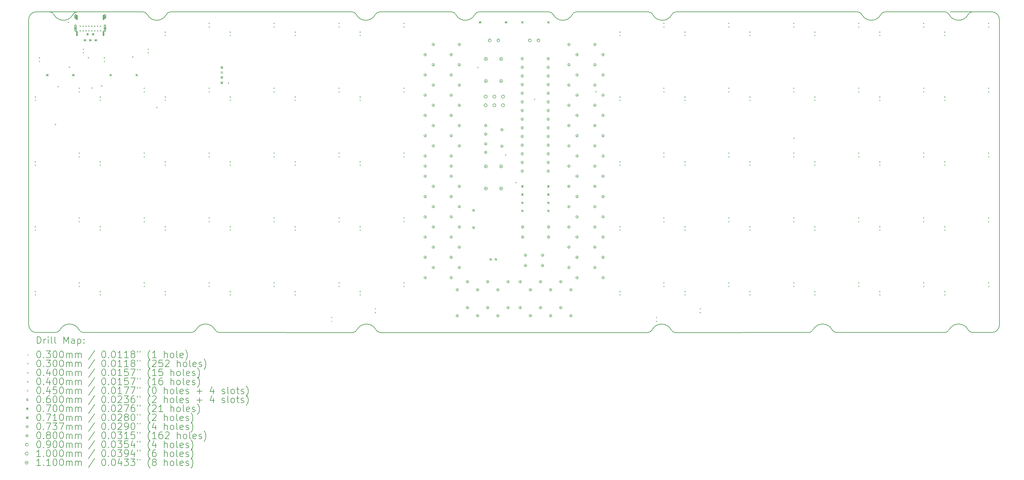
<source format=gbr>
%FSLAX45Y45*%
G04 Gerber Fmt 4.5, Leading zero omitted, Abs format (unit mm)*
G04 Created by KiCad (PCBNEW (6.0.0)) date 2022-12-30 20:57:39*
%MOMM*%
%LPD*%
G01*
G04 APERTURE LIST*
%TA.AperFunction,Profile*%
%ADD10C,0.200000*%
%TD*%
%ADD11C,0.200000*%
%ADD12C,0.030000*%
%ADD13C,0.040000*%
%ADD14C,0.045000*%
%ADD15C,0.060000*%
%ADD16C,0.070000*%
%ADD17C,0.071000*%
%ADD18C,0.073660*%
%ADD19C,0.080000*%
%ADD20C,0.090000*%
%ADD21C,0.100000*%
%ADD22C,0.110000*%
G04 APERTURE END LIST*
D10*
X32443960Y-14319961D02*
X32443960Y-5349961D01*
X4198960Y-5124961D02*
G75*
G03*
X3973960Y-5349961I0J-225000D01*
G01*
X3973960Y-14319961D02*
X3973960Y-5349961D01*
X32443960Y-5349961D02*
G75*
G03*
X32218960Y-5124961I-225000J0D01*
G01*
X32218960Y-14544961D02*
G75*
G03*
X32443960Y-14319961I0J225000D01*
G01*
X3973960Y-14319961D02*
G75*
G03*
X4198960Y-14544961I225000J0D01*
G01*
X5414150Y-5124961D02*
X4198960Y-5124961D01*
X32218960Y-5124961D02*
X31003770Y-5124961D01*
X19225399Y-5124961D02*
X17192521Y-5124961D01*
X4713715Y-5205606D02*
G75*
G03*
X5272329Y-5205606I279307J145645D01*
G01*
X22815957Y-14464941D02*
G75*
G03*
X22257342Y-14464941I-279307J-145645D01*
G01*
X8747900Y-14544961D02*
X5583926Y-14544961D01*
X7452153Y-5205606D02*
G75*
G03*
X7319149Y-5124961I-133003J-69355D01*
G01*
X31658615Y-5124961D02*
X32218960Y-5124961D01*
X28407153Y-5205606D02*
G75*
G03*
X28965767Y-5205606I279307J145645D01*
G01*
X13468960Y-14545586D02*
G75*
G03*
X13601963Y-14464941I0J150000D01*
G01*
X4759305Y-14544961D02*
X4198960Y-14544961D01*
X14160578Y-14464941D02*
G75*
G03*
X14293581Y-14545586I133004J69355D01*
G01*
X30966997Y-5205606D02*
G75*
G03*
X31525611Y-5205606I279307J145645D01*
G01*
X22124339Y-14545586D02*
G75*
G03*
X22257342Y-14464941I0J150000D01*
G01*
X30833994Y-14544961D02*
X27670021Y-14544961D01*
X5450923Y-14464316D02*
G75*
G03*
X5583926Y-14544961I133004J69355D01*
G01*
X31525611Y-14464316D02*
G75*
G03*
X31658615Y-14544961I133003J69355D01*
G01*
X4759305Y-14544961D02*
G75*
G03*
X4892309Y-14464316I0J150000D01*
G01*
X20050021Y-5124961D02*
X22144339Y-5125586D01*
X4198960Y-5124961D02*
G75*
G03*
X3973960Y-5349961I0J-225000D01*
G01*
X19358403Y-5205606D02*
G75*
G03*
X19917017Y-5205606I279307J145645D01*
G01*
X16367899Y-5124961D02*
X14273581Y-5125586D01*
X4580711Y-5124961D02*
X4198960Y-5124961D01*
X9439517Y-14464316D02*
G75*
G03*
X8880903Y-14464316I-279307J-145645D01*
G01*
X13448960Y-5125586D02*
X8143770Y-5124961D01*
X13581963Y-5206231D02*
G75*
G03*
X14140578Y-5206231I279307J145645D01*
G01*
X32443960Y-14319961D02*
X32443960Y-5349961D01*
X5450923Y-14464316D02*
G75*
G03*
X4892309Y-14464316I-279307J-145645D01*
G01*
X31658615Y-5124961D02*
G75*
G03*
X31525611Y-5205606I0J-150000D01*
G01*
X22968960Y-5125586D02*
G75*
G03*
X22835956Y-5206231I0J-150000D01*
G01*
X26845399Y-14544961D02*
G75*
G03*
X26978403Y-14464316I0J150000D01*
G01*
X28407153Y-5205606D02*
G75*
G03*
X28274149Y-5124961I-133003J-69355D01*
G01*
X32218960Y-14544961D02*
G75*
G03*
X32443960Y-14319961I0J225000D01*
G01*
X27537017Y-14464316D02*
G75*
G03*
X27670021Y-14544961I133004J69355D01*
G01*
X14273581Y-5125586D02*
G75*
G03*
X14140578Y-5206231I0J-150000D01*
G01*
X30833994Y-5124961D02*
X29098771Y-5124961D01*
X30833994Y-14544961D02*
G75*
G03*
X30966997Y-14464316I0J150000D01*
G01*
X14160578Y-14464941D02*
G75*
G03*
X13601963Y-14464941I-279307J-145645D01*
G01*
X4713715Y-5205606D02*
G75*
G03*
X4580711Y-5124961I-133003J-69355D01*
G01*
X13581963Y-5206231D02*
G75*
G03*
X13448960Y-5125586I-133003J-69355D01*
G01*
X16500903Y-5205606D02*
G75*
G03*
X17059517Y-5205606I279307J145645D01*
G01*
X30966997Y-5205606D02*
G75*
G03*
X30833994Y-5124961I-133004J-69355D01*
G01*
X27537017Y-14464316D02*
G75*
G03*
X26978403Y-14464316I-279307J-145645D01*
G01*
X20050021Y-5124961D02*
G75*
G03*
X19917017Y-5205606I0J-150000D01*
G01*
X31658615Y-14544961D02*
X32218960Y-14544961D01*
X3973960Y-14319961D02*
G75*
G03*
X4198960Y-14544961I225000J0D01*
G01*
X8143770Y-5124961D02*
G75*
G03*
X8010767Y-5205606I0J-150000D01*
G01*
X29098771Y-5124961D02*
G75*
G03*
X28965767Y-5205606I0J-150000D01*
G01*
X22815957Y-14464941D02*
G75*
G03*
X22948960Y-14545586I133004J69355D01*
G01*
X22277342Y-5206231D02*
G75*
G03*
X22835956Y-5206231I279307J145645D01*
G01*
X16500903Y-5205606D02*
G75*
G03*
X16367899Y-5124961I-133003J-69355D01*
G01*
X7319149Y-5124961D02*
X5405332Y-5124961D01*
X19358403Y-5205606D02*
G75*
G03*
X19225399Y-5124961I-133003J-69355D01*
G01*
X17192521Y-5124961D02*
G75*
G03*
X17059517Y-5205606I0J-150000D01*
G01*
X32443960Y-5349961D02*
G75*
G03*
X32218960Y-5124961I-225000J0D01*
G01*
X7452153Y-5205606D02*
G75*
G03*
X8010767Y-5205606I279307J145645D01*
G01*
X3973960Y-14319961D02*
X3973960Y-5349961D01*
X31525611Y-14464316D02*
G75*
G03*
X30966997Y-14464316I-279307J-145645D01*
G01*
X22277342Y-5206231D02*
G75*
G03*
X22144339Y-5125586I-133004J-69355D01*
G01*
X28274149Y-5124961D02*
X22968960Y-5125586D01*
X22948960Y-14545586D02*
X26845399Y-14544961D01*
X22124339Y-14545586D02*
X14293581Y-14545586D01*
X9439517Y-14464316D02*
G75*
G03*
X9572521Y-14544961I133004J69355D01*
G01*
X13468960Y-14545586D02*
X9572521Y-14544961D01*
X8747900Y-14544961D02*
G75*
G03*
X8880903Y-14464316I0J150000D01*
G01*
X5405332Y-5124961D02*
G75*
G03*
X5272329Y-5205606I0J-150000D01*
G01*
D11*
D12*
X26398160Y-8820637D02*
X26428160Y-8850637D01*
X26428160Y-8820637D02*
X26398160Y-8850637D01*
X4184962Y-7628968D02*
G75*
G03*
X4184962Y-7628968I-15000J0D01*
G01*
X4184962Y-9533970D02*
G75*
G03*
X4184962Y-9533970I-15000J0D01*
G01*
X4184962Y-11438971D02*
G75*
G03*
X4184962Y-11438971I-15000J0D01*
G01*
X4184962Y-13343973D02*
G75*
G03*
X4184962Y-13343973I-15000J0D01*
G01*
X4186962Y-7726968D02*
G75*
G03*
X4186962Y-7726968I-15000J0D01*
G01*
X4186962Y-9631970D02*
G75*
G03*
X4186962Y-9631970I-15000J0D01*
G01*
X4186962Y-11536971D02*
G75*
G03*
X4186962Y-11536971I-15000J0D01*
G01*
X4186962Y-13441973D02*
G75*
G03*
X4186962Y-13441973I-15000J0D01*
G01*
X4303957Y-6475961D02*
G75*
G03*
X4303957Y-6475961I-15000J0D01*
G01*
X4305957Y-6583961D02*
G75*
G03*
X4305957Y-6583961I-15000J0D01*
G01*
X5471962Y-7370968D02*
G75*
G03*
X5471962Y-7370968I-15000J0D01*
G01*
X5471962Y-9275970D02*
G75*
G03*
X5471962Y-9275970I-15000J0D01*
G01*
X5471962Y-11180971D02*
G75*
G03*
X5471962Y-11180971I-15000J0D01*
G01*
X5471962Y-13085973D02*
G75*
G03*
X5471962Y-13085973I-15000J0D01*
G01*
X5473962Y-7478968D02*
G75*
G03*
X5473962Y-7478968I-15000J0D01*
G01*
X5473962Y-9383970D02*
G75*
G03*
X5473962Y-9383970I-15000J0D01*
G01*
X5473962Y-11288971D02*
G75*
G03*
X5473962Y-11288971I-15000J0D01*
G01*
X5473962Y-13193973D02*
G75*
G03*
X5473962Y-13193973I-15000J0D01*
G01*
X5590957Y-6227961D02*
G75*
G03*
X5590957Y-6227961I-15000J0D01*
G01*
X5592957Y-6325961D02*
G75*
G03*
X5592957Y-6325961I-15000J0D01*
G01*
X6089963Y-7628968D02*
G75*
G03*
X6089963Y-7628968I-15000J0D01*
G01*
X6089963Y-9533970D02*
G75*
G03*
X6089963Y-9533970I-15000J0D01*
G01*
X6089963Y-11438971D02*
G75*
G03*
X6089963Y-11438971I-15000J0D01*
G01*
X6089963Y-13343973D02*
G75*
G03*
X6089963Y-13343973I-15000J0D01*
G01*
X6091963Y-7726968D02*
G75*
G03*
X6091963Y-7726968I-15000J0D01*
G01*
X6091963Y-9631970D02*
G75*
G03*
X6091963Y-9631970I-15000J0D01*
G01*
X6091963Y-11536971D02*
G75*
G03*
X6091963Y-11536971I-15000J0D01*
G01*
X6091963Y-13441973D02*
G75*
G03*
X6091963Y-13441973I-15000J0D01*
G01*
X6208963Y-6475966D02*
G75*
G03*
X6208963Y-6475966I-15000J0D01*
G01*
X6210963Y-6583966D02*
G75*
G03*
X6210963Y-6583966I-15000J0D01*
G01*
X7376963Y-7370968D02*
G75*
G03*
X7376963Y-7370968I-15000J0D01*
G01*
X7376963Y-9275970D02*
G75*
G03*
X7376963Y-9275970I-15000J0D01*
G01*
X7376963Y-11180971D02*
G75*
G03*
X7376963Y-11180971I-15000J0D01*
G01*
X7376963Y-13085973D02*
G75*
G03*
X7376963Y-13085973I-15000J0D01*
G01*
X7378963Y-7478968D02*
G75*
G03*
X7378963Y-7478968I-15000J0D01*
G01*
X7378963Y-9383970D02*
G75*
G03*
X7378963Y-9383970I-15000J0D01*
G01*
X7378963Y-11288971D02*
G75*
G03*
X7378963Y-11288971I-15000J0D01*
G01*
X7378963Y-13193973D02*
G75*
G03*
X7378963Y-13193973I-15000J0D01*
G01*
X7495963Y-6227966D02*
G75*
G03*
X7495963Y-6227966I-15000J0D01*
G01*
X7497963Y-6325966D02*
G75*
G03*
X7497963Y-6325966I-15000J0D01*
G01*
X7994965Y-5723966D02*
G75*
G03*
X7994965Y-5723966I-15000J0D01*
G01*
X7994965Y-7628968D02*
G75*
G03*
X7994965Y-7628968I-15000J0D01*
G01*
X7994965Y-9533970D02*
G75*
G03*
X7994965Y-9533970I-15000J0D01*
G01*
X7994965Y-11438971D02*
G75*
G03*
X7994965Y-11438971I-15000J0D01*
G01*
X7994965Y-13343973D02*
G75*
G03*
X7994965Y-13343973I-15000J0D01*
G01*
X7996965Y-5821966D02*
G75*
G03*
X7996965Y-5821966I-15000J0D01*
G01*
X7996965Y-7726968D02*
G75*
G03*
X7996965Y-7726968I-15000J0D01*
G01*
X7996965Y-9631970D02*
G75*
G03*
X7996965Y-9631970I-15000J0D01*
G01*
X7996965Y-11536971D02*
G75*
G03*
X7996965Y-11536971I-15000J0D01*
G01*
X7996965Y-13441973D02*
G75*
G03*
X7996965Y-13441973I-15000J0D01*
G01*
X9281965Y-5465966D02*
G75*
G03*
X9281965Y-5465966I-15000J0D01*
G01*
X9281965Y-7370968D02*
G75*
G03*
X9281965Y-7370968I-15000J0D01*
G01*
X9281965Y-9275970D02*
G75*
G03*
X9281965Y-9275970I-15000J0D01*
G01*
X9281965Y-11180971D02*
G75*
G03*
X9281965Y-11180971I-15000J0D01*
G01*
X9281965Y-13085973D02*
G75*
G03*
X9281965Y-13085973I-15000J0D01*
G01*
X9283965Y-5573966D02*
G75*
G03*
X9283965Y-5573966I-15000J0D01*
G01*
X9283965Y-7478968D02*
G75*
G03*
X9283965Y-7478968I-15000J0D01*
G01*
X9283965Y-9383970D02*
G75*
G03*
X9283965Y-9383970I-15000J0D01*
G01*
X9283965Y-11288971D02*
G75*
G03*
X9283965Y-11288971I-15000J0D01*
G01*
X9283965Y-13193973D02*
G75*
G03*
X9283965Y-13193973I-15000J0D01*
G01*
X9899966Y-5723966D02*
G75*
G03*
X9899966Y-5723966I-15000J0D01*
G01*
X9899966Y-7628968D02*
G75*
G03*
X9899966Y-7628968I-15000J0D01*
G01*
X9899966Y-9533970D02*
G75*
G03*
X9899966Y-9533970I-15000J0D01*
G01*
X9899966Y-11438971D02*
G75*
G03*
X9899966Y-11438971I-15000J0D01*
G01*
X9899966Y-13343973D02*
G75*
G03*
X9899966Y-13343973I-15000J0D01*
G01*
X9901966Y-5821966D02*
G75*
G03*
X9901966Y-5821966I-15000J0D01*
G01*
X9901966Y-7726968D02*
G75*
G03*
X9901966Y-7726968I-15000J0D01*
G01*
X9901966Y-9631970D02*
G75*
G03*
X9901966Y-9631970I-15000J0D01*
G01*
X9901966Y-11536971D02*
G75*
G03*
X9901966Y-11536971I-15000J0D01*
G01*
X9901966Y-13441973D02*
G75*
G03*
X9901966Y-13441973I-15000J0D01*
G01*
X11186966Y-5465966D02*
G75*
G03*
X11186966Y-5465966I-15000J0D01*
G01*
X11186966Y-7370968D02*
G75*
G03*
X11186966Y-7370968I-15000J0D01*
G01*
X11186966Y-9275970D02*
G75*
G03*
X11186966Y-9275970I-15000J0D01*
G01*
X11186966Y-11180971D02*
G75*
G03*
X11186966Y-11180971I-15000J0D01*
G01*
X11186966Y-13085973D02*
G75*
G03*
X11186966Y-13085973I-15000J0D01*
G01*
X11188966Y-5573966D02*
G75*
G03*
X11188966Y-5573966I-15000J0D01*
G01*
X11188966Y-7478968D02*
G75*
G03*
X11188966Y-7478968I-15000J0D01*
G01*
X11188966Y-9383970D02*
G75*
G03*
X11188966Y-9383970I-15000J0D01*
G01*
X11188966Y-11288971D02*
G75*
G03*
X11188966Y-11288971I-15000J0D01*
G01*
X11188966Y-13193973D02*
G75*
G03*
X11188966Y-13193973I-15000J0D01*
G01*
X11804968Y-5723966D02*
G75*
G03*
X11804968Y-5723966I-15000J0D01*
G01*
X11804968Y-7628968D02*
G75*
G03*
X11804968Y-7628968I-15000J0D01*
G01*
X11804968Y-9533970D02*
G75*
G03*
X11804968Y-9533970I-15000J0D01*
G01*
X11804968Y-11438971D02*
G75*
G03*
X11804968Y-11438971I-15000J0D01*
G01*
X11804968Y-13343973D02*
G75*
G03*
X11804968Y-13343973I-15000J0D01*
G01*
X11806968Y-5821966D02*
G75*
G03*
X11806968Y-5821966I-15000J0D01*
G01*
X11806968Y-7726968D02*
G75*
G03*
X11806968Y-7726968I-15000J0D01*
G01*
X11806968Y-9631970D02*
G75*
G03*
X11806968Y-9631970I-15000J0D01*
G01*
X11806968Y-11536971D02*
G75*
G03*
X11806968Y-11536971I-15000J0D01*
G01*
X11806968Y-13441973D02*
G75*
G03*
X11806968Y-13441973I-15000J0D01*
G01*
X12877269Y-14102173D02*
G75*
G03*
X12877269Y-14102173I-15000J0D01*
G01*
X12878269Y-14215173D02*
G75*
G03*
X12878269Y-14215173I-15000J0D01*
G01*
X13091968Y-5465966D02*
G75*
G03*
X13091968Y-5465966I-15000J0D01*
G01*
X13091968Y-7370968D02*
G75*
G03*
X13091968Y-7370968I-15000J0D01*
G01*
X13091968Y-9275970D02*
G75*
G03*
X13091968Y-9275970I-15000J0D01*
G01*
X13091968Y-11180971D02*
G75*
G03*
X13091968Y-11180971I-15000J0D01*
G01*
X13091968Y-13085973D02*
G75*
G03*
X13091968Y-13085973I-15000J0D01*
G01*
X13093968Y-5573966D02*
G75*
G03*
X13093968Y-5573966I-15000J0D01*
G01*
X13093968Y-7478968D02*
G75*
G03*
X13093968Y-7478968I-15000J0D01*
G01*
X13093968Y-9383970D02*
G75*
G03*
X13093968Y-9383970I-15000J0D01*
G01*
X13093968Y-11288971D02*
G75*
G03*
X13093968Y-11288971I-15000J0D01*
G01*
X13093968Y-13193973D02*
G75*
G03*
X13093968Y-13193973I-15000J0D01*
G01*
X13709970Y-5723966D02*
G75*
G03*
X13709970Y-5723966I-15000J0D01*
G01*
X13709970Y-7628968D02*
G75*
G03*
X13709970Y-7628968I-15000J0D01*
G01*
X13709970Y-9533970D02*
G75*
G03*
X13709970Y-9533970I-15000J0D01*
G01*
X13709970Y-11438971D02*
G75*
G03*
X13709970Y-11438971I-15000J0D01*
G01*
X13709970Y-13343973D02*
G75*
G03*
X13709970Y-13343973I-15000J0D01*
G01*
X13711970Y-5821966D02*
G75*
G03*
X13711970Y-5821966I-15000J0D01*
G01*
X13711970Y-7726968D02*
G75*
G03*
X13711970Y-7726968I-15000J0D01*
G01*
X13711970Y-9631970D02*
G75*
G03*
X13711970Y-9631970I-15000J0D01*
G01*
X13711970Y-11536971D02*
G75*
G03*
X13711970Y-11536971I-15000J0D01*
G01*
X13711970Y-13441973D02*
G75*
G03*
X13711970Y-13441973I-15000J0D01*
G01*
X14159969Y-13848173D02*
G75*
G03*
X14159969Y-13848173I-15000J0D01*
G01*
X14160969Y-13961173D02*
G75*
G03*
X14160969Y-13961173I-15000J0D01*
G01*
X14996970Y-5465966D02*
G75*
G03*
X14996970Y-5465966I-15000J0D01*
G01*
X14996970Y-7370968D02*
G75*
G03*
X14996970Y-7370968I-15000J0D01*
G01*
X14996970Y-9275970D02*
G75*
G03*
X14996970Y-9275970I-15000J0D01*
G01*
X14996970Y-11180971D02*
G75*
G03*
X14996970Y-11180971I-15000J0D01*
G01*
X14996970Y-13085973D02*
G75*
G03*
X14996970Y-13085973I-15000J0D01*
G01*
X14998970Y-5573966D02*
G75*
G03*
X14998970Y-5573966I-15000J0D01*
G01*
X14998970Y-7478968D02*
G75*
G03*
X14998970Y-7478968I-15000J0D01*
G01*
X14998970Y-9383970D02*
G75*
G03*
X14998970Y-9383970I-15000J0D01*
G01*
X14998970Y-11288971D02*
G75*
G03*
X14998970Y-11288971I-15000J0D01*
G01*
X14998970Y-13193973D02*
G75*
G03*
X14998970Y-13193973I-15000J0D01*
G01*
X21329976Y-5723966D02*
G75*
G03*
X21329976Y-5723966I-15000J0D01*
G01*
X21329976Y-7628968D02*
G75*
G03*
X21329976Y-7628968I-15000J0D01*
G01*
X21329976Y-9533970D02*
G75*
G03*
X21329976Y-9533970I-15000J0D01*
G01*
X21329976Y-9533970D02*
G75*
G03*
X21329976Y-9533970I-15000J0D01*
G01*
X21329976Y-11438971D02*
G75*
G03*
X21329976Y-11438971I-15000J0D01*
G01*
X21329976Y-13343973D02*
G75*
G03*
X21329976Y-13343973I-15000J0D01*
G01*
X21331976Y-5821966D02*
G75*
G03*
X21331976Y-5821966I-15000J0D01*
G01*
X21331976Y-7726968D02*
G75*
G03*
X21331976Y-7726968I-15000J0D01*
G01*
X21331976Y-9631970D02*
G75*
G03*
X21331976Y-9631970I-15000J0D01*
G01*
X21331976Y-9631970D02*
G75*
G03*
X21331976Y-9631970I-15000J0D01*
G01*
X21331976Y-11536971D02*
G75*
G03*
X21331976Y-11536971I-15000J0D01*
G01*
X21331976Y-13441973D02*
G75*
G03*
X21331976Y-13441973I-15000J0D01*
G01*
X22402277Y-14102173D02*
G75*
G03*
X22402277Y-14102173I-15000J0D01*
G01*
X22403277Y-14215173D02*
G75*
G03*
X22403277Y-14215173I-15000J0D01*
G01*
X22616976Y-5465966D02*
G75*
G03*
X22616976Y-5465966I-15000J0D01*
G01*
X22616976Y-7370968D02*
G75*
G03*
X22616976Y-7370968I-15000J0D01*
G01*
X22616976Y-9275970D02*
G75*
G03*
X22616976Y-9275970I-15000J0D01*
G01*
X22616976Y-9275970D02*
G75*
G03*
X22616976Y-9275970I-15000J0D01*
G01*
X22616976Y-11180971D02*
G75*
G03*
X22616976Y-11180971I-15000J0D01*
G01*
X22616976Y-13085973D02*
G75*
G03*
X22616976Y-13085973I-15000J0D01*
G01*
X22618976Y-5573966D02*
G75*
G03*
X22618976Y-5573966I-15000J0D01*
G01*
X22618976Y-7478968D02*
G75*
G03*
X22618976Y-7478968I-15000J0D01*
G01*
X22618976Y-9383970D02*
G75*
G03*
X22618976Y-9383970I-15000J0D01*
G01*
X22618976Y-9383970D02*
G75*
G03*
X22618976Y-9383970I-15000J0D01*
G01*
X22618976Y-11288971D02*
G75*
G03*
X22618976Y-11288971I-15000J0D01*
G01*
X22618976Y-13193973D02*
G75*
G03*
X22618976Y-13193973I-15000J0D01*
G01*
X23234978Y-5723966D02*
G75*
G03*
X23234978Y-5723966I-15000J0D01*
G01*
X23234978Y-7628968D02*
G75*
G03*
X23234978Y-7628968I-15000J0D01*
G01*
X23234978Y-9533970D02*
G75*
G03*
X23234978Y-9533970I-15000J0D01*
G01*
X23234978Y-11438971D02*
G75*
G03*
X23234978Y-11438971I-15000J0D01*
G01*
X23234978Y-13343973D02*
G75*
G03*
X23234978Y-13343973I-15000J0D01*
G01*
X23236978Y-5821966D02*
G75*
G03*
X23236978Y-5821966I-15000J0D01*
G01*
X23236978Y-7726968D02*
G75*
G03*
X23236978Y-7726968I-15000J0D01*
G01*
X23236978Y-9631970D02*
G75*
G03*
X23236978Y-9631970I-15000J0D01*
G01*
X23236978Y-11536971D02*
G75*
G03*
X23236978Y-11536971I-15000J0D01*
G01*
X23236978Y-13441973D02*
G75*
G03*
X23236978Y-13441973I-15000J0D01*
G01*
X23684977Y-13848173D02*
G75*
G03*
X23684977Y-13848173I-15000J0D01*
G01*
X23685977Y-13961173D02*
G75*
G03*
X23685977Y-13961173I-15000J0D01*
G01*
X24521978Y-5465966D02*
G75*
G03*
X24521978Y-5465966I-15000J0D01*
G01*
X24521978Y-7370968D02*
G75*
G03*
X24521978Y-7370968I-15000J0D01*
G01*
X24521978Y-9275970D02*
G75*
G03*
X24521978Y-9275970I-15000J0D01*
G01*
X24521978Y-11180971D02*
G75*
G03*
X24521978Y-11180971I-15000J0D01*
G01*
X24521978Y-13085973D02*
G75*
G03*
X24521978Y-13085973I-15000J0D01*
G01*
X24523978Y-5573966D02*
G75*
G03*
X24523978Y-5573966I-15000J0D01*
G01*
X24523978Y-7478968D02*
G75*
G03*
X24523978Y-7478968I-15000J0D01*
G01*
X24523978Y-9383970D02*
G75*
G03*
X24523978Y-9383970I-15000J0D01*
G01*
X24523978Y-11288971D02*
G75*
G03*
X24523978Y-11288971I-15000J0D01*
G01*
X24523978Y-13193973D02*
G75*
G03*
X24523978Y-13193973I-15000J0D01*
G01*
X25139979Y-5723966D02*
G75*
G03*
X25139979Y-5723966I-15000J0D01*
G01*
X25139979Y-7628968D02*
G75*
G03*
X25139979Y-7628968I-15000J0D01*
G01*
X25139979Y-9533970D02*
G75*
G03*
X25139979Y-9533970I-15000J0D01*
G01*
X25139979Y-11438971D02*
G75*
G03*
X25139979Y-11438971I-15000J0D01*
G01*
X25139979Y-13343973D02*
G75*
G03*
X25139979Y-13343973I-15000J0D01*
G01*
X25141979Y-5821966D02*
G75*
G03*
X25141979Y-5821966I-15000J0D01*
G01*
X25141979Y-7726968D02*
G75*
G03*
X25141979Y-7726968I-15000J0D01*
G01*
X25141979Y-9631970D02*
G75*
G03*
X25141979Y-9631970I-15000J0D01*
G01*
X25141979Y-11536971D02*
G75*
G03*
X25141979Y-11536971I-15000J0D01*
G01*
X25141979Y-13441973D02*
G75*
G03*
X25141979Y-13441973I-15000J0D01*
G01*
X26426979Y-5465966D02*
G75*
G03*
X26426979Y-5465966I-15000J0D01*
G01*
X26426979Y-7370968D02*
G75*
G03*
X26426979Y-7370968I-15000J0D01*
G01*
X26426979Y-9275970D02*
G75*
G03*
X26426979Y-9275970I-15000J0D01*
G01*
X26426979Y-11180971D02*
G75*
G03*
X26426979Y-11180971I-15000J0D01*
G01*
X26426979Y-13085973D02*
G75*
G03*
X26426979Y-13085973I-15000J0D01*
G01*
X26428979Y-5573966D02*
G75*
G03*
X26428979Y-5573966I-15000J0D01*
G01*
X26428979Y-7478968D02*
G75*
G03*
X26428979Y-7478968I-15000J0D01*
G01*
X26428979Y-9383970D02*
G75*
G03*
X26428979Y-9383970I-15000J0D01*
G01*
X26428979Y-11288971D02*
G75*
G03*
X26428979Y-11288971I-15000J0D01*
G01*
X26428979Y-13193973D02*
G75*
G03*
X26428979Y-13193973I-15000J0D01*
G01*
X27044981Y-5723966D02*
G75*
G03*
X27044981Y-5723966I-15000J0D01*
G01*
X27044981Y-7628968D02*
G75*
G03*
X27044981Y-7628968I-15000J0D01*
G01*
X27044981Y-9533970D02*
G75*
G03*
X27044981Y-9533970I-15000J0D01*
G01*
X27044981Y-11438971D02*
G75*
G03*
X27044981Y-11438971I-15000J0D01*
G01*
X27044981Y-13343973D02*
G75*
G03*
X27044981Y-13343973I-15000J0D01*
G01*
X27046981Y-5821966D02*
G75*
G03*
X27046981Y-5821966I-15000J0D01*
G01*
X27046981Y-7726968D02*
G75*
G03*
X27046981Y-7726968I-15000J0D01*
G01*
X27046981Y-9631970D02*
G75*
G03*
X27046981Y-9631970I-15000J0D01*
G01*
X27046981Y-11536971D02*
G75*
G03*
X27046981Y-11536971I-15000J0D01*
G01*
X27046981Y-13441973D02*
G75*
G03*
X27046981Y-13441973I-15000J0D01*
G01*
X28331981Y-5465966D02*
G75*
G03*
X28331981Y-5465966I-15000J0D01*
G01*
X28331981Y-7370968D02*
G75*
G03*
X28331981Y-7370968I-15000J0D01*
G01*
X28331981Y-9275970D02*
G75*
G03*
X28331981Y-9275970I-15000J0D01*
G01*
X28331981Y-11180971D02*
G75*
G03*
X28331981Y-11180971I-15000J0D01*
G01*
X28331981Y-13085973D02*
G75*
G03*
X28331981Y-13085973I-15000J0D01*
G01*
X28333981Y-5573966D02*
G75*
G03*
X28333981Y-5573966I-15000J0D01*
G01*
X28333981Y-7478968D02*
G75*
G03*
X28333981Y-7478968I-15000J0D01*
G01*
X28333981Y-9383970D02*
G75*
G03*
X28333981Y-9383970I-15000J0D01*
G01*
X28333981Y-11288971D02*
G75*
G03*
X28333981Y-11288971I-15000J0D01*
G01*
X28333981Y-13193973D02*
G75*
G03*
X28333981Y-13193973I-15000J0D01*
G01*
X28949982Y-5723966D02*
G75*
G03*
X28949982Y-5723966I-15000J0D01*
G01*
X28949982Y-7628968D02*
G75*
G03*
X28949982Y-7628968I-15000J0D01*
G01*
X28949982Y-9533970D02*
G75*
G03*
X28949982Y-9533970I-15000J0D01*
G01*
X28949982Y-11438971D02*
G75*
G03*
X28949982Y-11438971I-15000J0D01*
G01*
X28949982Y-13343973D02*
G75*
G03*
X28949982Y-13343973I-15000J0D01*
G01*
X28951982Y-5821966D02*
G75*
G03*
X28951982Y-5821966I-15000J0D01*
G01*
X28951982Y-7726968D02*
G75*
G03*
X28951982Y-7726968I-15000J0D01*
G01*
X28951982Y-9631970D02*
G75*
G03*
X28951982Y-9631970I-15000J0D01*
G01*
X28951982Y-11536971D02*
G75*
G03*
X28951982Y-11536971I-15000J0D01*
G01*
X28951982Y-13441973D02*
G75*
G03*
X28951982Y-13441973I-15000J0D01*
G01*
X30236982Y-5465966D02*
G75*
G03*
X30236982Y-5465966I-15000J0D01*
G01*
X30236982Y-7370968D02*
G75*
G03*
X30236982Y-7370968I-15000J0D01*
G01*
X30236982Y-9275970D02*
G75*
G03*
X30236982Y-9275970I-15000J0D01*
G01*
X30236982Y-11180971D02*
G75*
G03*
X30236982Y-11180971I-15000J0D01*
G01*
X30236982Y-13085973D02*
G75*
G03*
X30236982Y-13085973I-15000J0D01*
G01*
X30238982Y-5573966D02*
G75*
G03*
X30238982Y-5573966I-15000J0D01*
G01*
X30238982Y-7478968D02*
G75*
G03*
X30238982Y-7478968I-15000J0D01*
G01*
X30238982Y-9383970D02*
G75*
G03*
X30238982Y-9383970I-15000J0D01*
G01*
X30238982Y-11288971D02*
G75*
G03*
X30238982Y-11288971I-15000J0D01*
G01*
X30238982Y-13193973D02*
G75*
G03*
X30238982Y-13193973I-15000J0D01*
G01*
X30854984Y-5723966D02*
G75*
G03*
X30854984Y-5723966I-15000J0D01*
G01*
X30854984Y-7628968D02*
G75*
G03*
X30854984Y-7628968I-15000J0D01*
G01*
X30854984Y-9533970D02*
G75*
G03*
X30854984Y-9533970I-15000J0D01*
G01*
X30854984Y-11438971D02*
G75*
G03*
X30854984Y-11438971I-15000J0D01*
G01*
X30854984Y-13343973D02*
G75*
G03*
X30854984Y-13343973I-15000J0D01*
G01*
X30856984Y-5821966D02*
G75*
G03*
X30856984Y-5821966I-15000J0D01*
G01*
X30856984Y-7726968D02*
G75*
G03*
X30856984Y-7726968I-15000J0D01*
G01*
X30856984Y-9631970D02*
G75*
G03*
X30856984Y-9631970I-15000J0D01*
G01*
X30856984Y-11536971D02*
G75*
G03*
X30856984Y-11536971I-15000J0D01*
G01*
X30856984Y-13441973D02*
G75*
G03*
X30856984Y-13441973I-15000J0D01*
G01*
X32141984Y-5465966D02*
G75*
G03*
X32141984Y-5465966I-15000J0D01*
G01*
X32141984Y-7370968D02*
G75*
G03*
X32141984Y-7370968I-15000J0D01*
G01*
X32141984Y-9275970D02*
G75*
G03*
X32141984Y-9275970I-15000J0D01*
G01*
X32141984Y-11180971D02*
G75*
G03*
X32141984Y-11180971I-15000J0D01*
G01*
X32141984Y-13085973D02*
G75*
G03*
X32141984Y-13085973I-15000J0D01*
G01*
X32143984Y-5573966D02*
G75*
G03*
X32143984Y-5573966I-15000J0D01*
G01*
X32143984Y-7478968D02*
G75*
G03*
X32143984Y-7478968I-15000J0D01*
G01*
X32143984Y-9383970D02*
G75*
G03*
X32143984Y-9383970I-15000J0D01*
G01*
X32143984Y-11288971D02*
G75*
G03*
X32143984Y-11288971I-15000J0D01*
G01*
X32143984Y-13193973D02*
G75*
G03*
X32143984Y-13193973I-15000J0D01*
G01*
D13*
X4757120Y-8412246D02*
X4757120Y-8452246D01*
X4737120Y-8432246D02*
X4777120Y-8432246D01*
X4835860Y-7297186D02*
X4835860Y-7337186D01*
X4815860Y-7317186D02*
X4855860Y-7317186D01*
X5135000Y-5410000D02*
X5135000Y-5450000D01*
X5115000Y-5430000D02*
X5155000Y-5430000D01*
X5163520Y-6728226D02*
X5163520Y-6768226D01*
X5143520Y-6748226D02*
X5183520Y-6748226D01*
X5722320Y-6450798D02*
X5722320Y-6490798D01*
X5702320Y-6470798D02*
X5742320Y-6470798D01*
X5834080Y-7337826D02*
X5834080Y-7377826D01*
X5814080Y-7357826D02*
X5854080Y-7357826D01*
X6110000Y-7280000D02*
X6110000Y-7320000D01*
X6090000Y-7300000D02*
X6130000Y-7300000D01*
X7022800Y-6428506D02*
X7022800Y-6468506D01*
X7002800Y-6448506D02*
X7042800Y-6448506D01*
X7731460Y-7909961D02*
X7731460Y-7949961D01*
X7711460Y-7929961D02*
X7751460Y-7929961D01*
X9829800Y-7193600D02*
X9829800Y-7233600D01*
X9809800Y-7213600D02*
X9849800Y-7213600D01*
X17145000Y-6736400D02*
X17145000Y-6776400D01*
X17125000Y-6756400D02*
X17165000Y-6756400D01*
X17957800Y-9301800D02*
X17957800Y-9341800D01*
X17937800Y-9321800D02*
X17977800Y-9321800D01*
X18262600Y-10114600D02*
X18262600Y-10154600D01*
X18242600Y-10134600D02*
X18282600Y-10134600D01*
X18804286Y-7671843D02*
X18804286Y-7711843D01*
X18784286Y-7691843D02*
X18824286Y-7691843D01*
X20606720Y-7449586D02*
X20606720Y-7489586D01*
X20586720Y-7469586D02*
X20626720Y-7469586D01*
X5495902Y-5560728D02*
X5495902Y-5532444D01*
X5467618Y-5532444D01*
X5467618Y-5560728D01*
X5495902Y-5560728D01*
X5495902Y-5695728D02*
X5495902Y-5667444D01*
X5467618Y-5667444D01*
X5467618Y-5695728D01*
X5495902Y-5695728D01*
X5580902Y-5560728D02*
X5580902Y-5532444D01*
X5552618Y-5532444D01*
X5552618Y-5560728D01*
X5580902Y-5560728D01*
X5580902Y-5695728D02*
X5580902Y-5667444D01*
X5552618Y-5667444D01*
X5552618Y-5695728D01*
X5580902Y-5695728D01*
X5665902Y-5560728D02*
X5665902Y-5532444D01*
X5637618Y-5532444D01*
X5637618Y-5560728D01*
X5665902Y-5560728D01*
X5665902Y-5695728D02*
X5665902Y-5667444D01*
X5637618Y-5667444D01*
X5637618Y-5695728D01*
X5665902Y-5695728D01*
X5750902Y-5560728D02*
X5750902Y-5532444D01*
X5722618Y-5532444D01*
X5722618Y-5560728D01*
X5750902Y-5560728D01*
X5750902Y-5695728D02*
X5750902Y-5667444D01*
X5722618Y-5667444D01*
X5722618Y-5695728D01*
X5750902Y-5695728D01*
X5835902Y-5560728D02*
X5835902Y-5532444D01*
X5807618Y-5532444D01*
X5807618Y-5560728D01*
X5835902Y-5560728D01*
X5835902Y-5695728D02*
X5835902Y-5667444D01*
X5807618Y-5667444D01*
X5807618Y-5695728D01*
X5835902Y-5695728D01*
X5920902Y-5560728D02*
X5920902Y-5532444D01*
X5892618Y-5532444D01*
X5892618Y-5560728D01*
X5920902Y-5560728D01*
X5920902Y-5695728D02*
X5920902Y-5667444D01*
X5892618Y-5667444D01*
X5892618Y-5695728D01*
X5920902Y-5695728D01*
X6005902Y-5560728D02*
X6005902Y-5532444D01*
X5977618Y-5532444D01*
X5977618Y-5560728D01*
X6005902Y-5560728D01*
X6005902Y-5695728D02*
X6005902Y-5667444D01*
X5977618Y-5667444D01*
X5977618Y-5695728D01*
X6005902Y-5695728D01*
X6090902Y-5560728D02*
X6090902Y-5532444D01*
X6062618Y-5532444D01*
X6062618Y-5560728D01*
X6090902Y-5560728D01*
X6090902Y-5695728D02*
X6090902Y-5667444D01*
X6062618Y-5667444D01*
X6062618Y-5695728D01*
X6090902Y-5695728D01*
D14*
X5388960Y-5313086D02*
X5411460Y-5290586D01*
X5388960Y-5268086D01*
X5366460Y-5290586D01*
X5388960Y-5313086D01*
D11*
X5401460Y-5348086D02*
X5401460Y-5233086D01*
X5376460Y-5348086D02*
X5376460Y-5233086D01*
X5401460Y-5233086D02*
G75*
G03*
X5376460Y-5233086I-12500J0D01*
G01*
X5376460Y-5348086D02*
G75*
G03*
X5401460Y-5348086I12500J0D01*
G01*
D14*
X5388960Y-5783086D02*
X5411460Y-5760586D01*
X5388960Y-5738086D01*
X5366460Y-5760586D01*
X5388960Y-5783086D01*
D11*
X5401460Y-5818086D02*
X5401460Y-5703086D01*
X5376460Y-5818086D02*
X5376460Y-5703086D01*
X5401460Y-5703086D02*
G75*
G03*
X5376460Y-5703086I-12500J0D01*
G01*
X5376460Y-5818086D02*
G75*
G03*
X5401460Y-5818086I12500J0D01*
G01*
D14*
X6168960Y-5313086D02*
X6191460Y-5290586D01*
X6168960Y-5268086D01*
X6146460Y-5290586D01*
X6168960Y-5313086D01*
D11*
X6181460Y-5348086D02*
X6181460Y-5233086D01*
X6156460Y-5348086D02*
X6156460Y-5233086D01*
X6181460Y-5233086D02*
G75*
G03*
X6156460Y-5233086I-12500J0D01*
G01*
X6156460Y-5348086D02*
G75*
G03*
X6181460Y-5348086I12500J0D01*
G01*
D14*
X6168960Y-5783086D02*
X6191460Y-5760586D01*
X6168960Y-5738086D01*
X6146460Y-5760586D01*
X6168960Y-5783086D01*
D11*
X6181460Y-5818086D02*
X6181460Y-5703086D01*
X6156460Y-5818086D02*
X6156460Y-5703086D01*
X6181460Y-5703086D02*
G75*
G03*
X6156460Y-5703086I-12500J0D01*
G01*
X6156460Y-5818086D02*
G75*
G03*
X6181460Y-5818086I12500J0D01*
G01*
D15*
X5316760Y-5236586D02*
X5376760Y-5296586D01*
X5376760Y-5236586D02*
X5316760Y-5296586D01*
X5376760Y-5266586D02*
G75*
G03*
X5376760Y-5266586I-30000J0D01*
G01*
D11*
X5326760Y-5226586D02*
X5326760Y-5306586D01*
X5366760Y-5226586D02*
X5366760Y-5306586D01*
X5326760Y-5306586D02*
G75*
G03*
X5366760Y-5306586I20000J0D01*
G01*
X5366760Y-5226586D02*
G75*
G03*
X5326760Y-5226586I-20000J0D01*
G01*
D15*
X5316760Y-5574586D02*
X5376760Y-5634586D01*
X5376760Y-5574586D02*
X5316760Y-5634586D01*
X5376760Y-5604586D02*
G75*
G03*
X5376760Y-5604586I-30000J0D01*
G01*
D11*
X5326760Y-5529586D02*
X5326760Y-5679586D01*
X5366760Y-5529586D02*
X5366760Y-5679586D01*
X5326760Y-5679586D02*
G75*
G03*
X5366760Y-5679586I20000J0D01*
G01*
X5366760Y-5529586D02*
G75*
G03*
X5326760Y-5529586I-20000J0D01*
G01*
D15*
X6181760Y-5236586D02*
X6241760Y-5296586D01*
X6241760Y-5236586D02*
X6181760Y-5296586D01*
X6241760Y-5266586D02*
G75*
G03*
X6241760Y-5266586I-30000J0D01*
G01*
D11*
X6191760Y-5226586D02*
X6191760Y-5306586D01*
X6231760Y-5226586D02*
X6231760Y-5306586D01*
X6191760Y-5306586D02*
G75*
G03*
X6231760Y-5306586I20000J0D01*
G01*
X6231760Y-5226586D02*
G75*
G03*
X6191760Y-5226586I-20000J0D01*
G01*
D15*
X6181760Y-5574586D02*
X6241760Y-5634586D01*
X6241760Y-5574586D02*
X6181760Y-5634586D01*
X6241760Y-5604586D02*
G75*
G03*
X6241760Y-5604586I-30000J0D01*
G01*
D11*
X6191760Y-5529586D02*
X6191760Y-5679586D01*
X6231760Y-5529586D02*
X6231760Y-5679586D01*
X6191760Y-5679586D02*
G75*
G03*
X6231760Y-5679586I20000J0D01*
G01*
X6231760Y-5529586D02*
G75*
G03*
X6191760Y-5529586I-20000J0D01*
G01*
D15*
X17493191Y-12364815D02*
X17553191Y-12424815D01*
X17553191Y-12364815D02*
X17493191Y-12424815D01*
X17553191Y-12394815D02*
G75*
G03*
X17553191Y-12394815I-30000J0D01*
G01*
X17643191Y-12364815D02*
X17703191Y-12424815D01*
X17703191Y-12364815D02*
X17643191Y-12424815D01*
X17703191Y-12394815D02*
G75*
G03*
X17703191Y-12394815I-30000J0D01*
G01*
D16*
X4481774Y-6942467D02*
X4551774Y-7012467D01*
X4551774Y-6942467D02*
X4481774Y-7012467D01*
X4516774Y-6942467D02*
X4516774Y-7012467D01*
X4481774Y-6977467D02*
X4551774Y-6977467D01*
X5243774Y-6942467D02*
X5313774Y-7012467D01*
X5313774Y-6942467D02*
X5243774Y-7012467D01*
X5278774Y-6942467D02*
X5278774Y-7012467D01*
X5243774Y-6977467D02*
X5313774Y-6977467D01*
X5583960Y-5921586D02*
X5653960Y-5991586D01*
X5653960Y-5921586D02*
X5583960Y-5991586D01*
X5618960Y-5921586D02*
X5618960Y-5991586D01*
X5583960Y-5956586D02*
X5653960Y-5956586D01*
X5663960Y-5746586D02*
X5733960Y-5816586D01*
X5733960Y-5746586D02*
X5663960Y-5816586D01*
X5698960Y-5746586D02*
X5698960Y-5816586D01*
X5663960Y-5781586D02*
X5733960Y-5781586D01*
X5743960Y-5921586D02*
X5813960Y-5991586D01*
X5813960Y-5921586D02*
X5743960Y-5991586D01*
X5778960Y-5921586D02*
X5778960Y-5991586D01*
X5743960Y-5956586D02*
X5813960Y-5956586D01*
X5823960Y-5746586D02*
X5893960Y-5816586D01*
X5893960Y-5746586D02*
X5823960Y-5816586D01*
X5858960Y-5746586D02*
X5858960Y-5816586D01*
X5823960Y-5781586D02*
X5893960Y-5781586D01*
X5903960Y-5921586D02*
X5973960Y-5991586D01*
X5973960Y-5921586D02*
X5903960Y-5991586D01*
X5938960Y-5921586D02*
X5938960Y-5991586D01*
X5903960Y-5956586D02*
X5973960Y-5956586D01*
X6339151Y-6942467D02*
X6409151Y-7012467D01*
X6409151Y-6942467D02*
X6339151Y-7012467D01*
X6374151Y-6942467D02*
X6374151Y-7012467D01*
X6339151Y-6977467D02*
X6409151Y-6977467D01*
X7101151Y-6942467D02*
X7171151Y-7012467D01*
X7171151Y-6942467D02*
X7101151Y-7012467D01*
X7136151Y-6942467D02*
X7136151Y-7012467D01*
X7101151Y-6977467D02*
X7171151Y-6977467D01*
X17173848Y-5394653D02*
X17243848Y-5464653D01*
X17243848Y-5394653D02*
X17173848Y-5464653D01*
X17208848Y-5394653D02*
X17208848Y-5464653D01*
X17173848Y-5429653D02*
X17243848Y-5429653D01*
X17935848Y-5394653D02*
X18005848Y-5464653D01*
X18005848Y-5394653D02*
X17935848Y-5464653D01*
X17970848Y-5394653D02*
X17970848Y-5464653D01*
X17935848Y-5429653D02*
X18005848Y-5429653D01*
X18412098Y-5394653D02*
X18482098Y-5464653D01*
X18482098Y-5394653D02*
X18412098Y-5464653D01*
X18447098Y-5394653D02*
X18447098Y-5464653D01*
X18412098Y-5429653D02*
X18482098Y-5429653D01*
X18412098Y-10216689D02*
X18482098Y-10286689D01*
X18482098Y-10216689D02*
X18412098Y-10286689D01*
X18447098Y-10216689D02*
X18447098Y-10286689D01*
X18412098Y-10251689D02*
X18482098Y-10251689D01*
X18412098Y-10454814D02*
X18482098Y-10524814D01*
X18482098Y-10454814D02*
X18412098Y-10524814D01*
X18447098Y-10454814D02*
X18447098Y-10524814D01*
X18412098Y-10489814D02*
X18482098Y-10489814D01*
X18412098Y-10692939D02*
X18482098Y-10762939D01*
X18482098Y-10692939D02*
X18412098Y-10762939D01*
X18447098Y-10692939D02*
X18447098Y-10762939D01*
X18412098Y-10727939D02*
X18482098Y-10727939D01*
X18412098Y-10931064D02*
X18482098Y-11001064D01*
X18482098Y-10931064D02*
X18412098Y-11001064D01*
X18447098Y-10931064D02*
X18447098Y-11001064D01*
X18412098Y-10966064D02*
X18482098Y-10966064D01*
X19174098Y-5394653D02*
X19244098Y-5464653D01*
X19244098Y-5394653D02*
X19174098Y-5464653D01*
X19209098Y-5394653D02*
X19209098Y-5464653D01*
X19174098Y-5429653D02*
X19244098Y-5429653D01*
X19174098Y-10216689D02*
X19244098Y-10286689D01*
X19244098Y-10216689D02*
X19174098Y-10286689D01*
X19209098Y-10216689D02*
X19209098Y-10286689D01*
X19174098Y-10251689D02*
X19244098Y-10251689D01*
X19174098Y-10454814D02*
X19244098Y-10524814D01*
X19244098Y-10454814D02*
X19174098Y-10524814D01*
X19209098Y-10454814D02*
X19209098Y-10524814D01*
X19174098Y-10489814D02*
X19244098Y-10489814D01*
X19174098Y-10692939D02*
X19244098Y-10762939D01*
X19244098Y-10692939D02*
X19174098Y-10762939D01*
X19209098Y-10692939D02*
X19209098Y-10762939D01*
X19174098Y-10727939D02*
X19244098Y-10727939D01*
X19174098Y-10931064D02*
X19244098Y-11001064D01*
X19244098Y-10931064D02*
X19174098Y-11001064D01*
X19209098Y-10931064D02*
X19209098Y-11001064D01*
X19174098Y-10966064D02*
X19244098Y-10966064D01*
D17*
X16982847Y-10914690D02*
X17053847Y-10985690D01*
X17053847Y-10914690D02*
X16982847Y-10985690D01*
X17043449Y-10975292D02*
X17043449Y-10925087D01*
X16993244Y-10925087D01*
X16993244Y-10975292D01*
X17043449Y-10975292D01*
X16982847Y-11422689D02*
X17053847Y-11493689D01*
X17053847Y-11422689D02*
X16982847Y-11493689D01*
X17043449Y-11483292D02*
X17043449Y-11433087D01*
X16993244Y-11433087D01*
X16993244Y-11483292D01*
X17043449Y-11483292D01*
D18*
X9599630Y-6716256D02*
X9673290Y-6789916D01*
X9673290Y-6716256D02*
X9599630Y-6789916D01*
X9636460Y-6789916D02*
X9673290Y-6753086D01*
X9636460Y-6716256D01*
X9599630Y-6753086D01*
X9636460Y-6789916D01*
X9599630Y-6866256D02*
X9673290Y-6939916D01*
X9673290Y-6866256D02*
X9599630Y-6939916D01*
X9636460Y-6939916D02*
X9673290Y-6903086D01*
X9636460Y-6866256D01*
X9599630Y-6903086D01*
X9636460Y-6939916D01*
X9599630Y-7016256D02*
X9673290Y-7089916D01*
X9673290Y-7016256D02*
X9599630Y-7089916D01*
X9636460Y-7089916D02*
X9673290Y-7053086D01*
X9636460Y-7016256D01*
X9599630Y-7053086D01*
X9636460Y-7089916D01*
X9599630Y-7166256D02*
X9673290Y-7239916D01*
X9673290Y-7166256D02*
X9599630Y-7239916D01*
X9636460Y-7239916D02*
X9673290Y-7203086D01*
X9636460Y-7166256D01*
X9599630Y-7203086D01*
X9636460Y-7239916D01*
D19*
X15601502Y-6342154D02*
X15601502Y-6422154D01*
X15561502Y-6382154D02*
X15641502Y-6382154D01*
X15641502Y-6382154D02*
G75*
G03*
X15641502Y-6382154I-40000J0D01*
G01*
X15601502Y-6937467D02*
X15601502Y-7017467D01*
X15561502Y-6977467D02*
X15641502Y-6977467D01*
X15641502Y-6977467D02*
G75*
G03*
X15641502Y-6977467I-40000J0D01*
G01*
X15601502Y-7532780D02*
X15601502Y-7612780D01*
X15561502Y-7572780D02*
X15641502Y-7572780D01*
X15641502Y-7572780D02*
G75*
G03*
X15641502Y-7572780I-40000J0D01*
G01*
X15601502Y-8128093D02*
X15601502Y-8208093D01*
X15561502Y-8168093D02*
X15641502Y-8168093D01*
X15641502Y-8168093D02*
G75*
G03*
X15641502Y-8168093I-40000J0D01*
G01*
X15601502Y-8723406D02*
X15601502Y-8803406D01*
X15561502Y-8763406D02*
X15641502Y-8763406D01*
X15641502Y-8763406D02*
G75*
G03*
X15641502Y-8763406I-40000J0D01*
G01*
X15601502Y-9318719D02*
X15601502Y-9398719D01*
X15561502Y-9358719D02*
X15641502Y-9358719D01*
X15641502Y-9358719D02*
G75*
G03*
X15641502Y-9358719I-40000J0D01*
G01*
X15601502Y-9616376D02*
X15601502Y-9696376D01*
X15561502Y-9656376D02*
X15641502Y-9656376D01*
X15641502Y-9656376D02*
G75*
G03*
X15641502Y-9656376I-40000J0D01*
G01*
X15601502Y-9914032D02*
X15601502Y-9994032D01*
X15561502Y-9954032D02*
X15641502Y-9954032D01*
X15641502Y-9954032D02*
G75*
G03*
X15641502Y-9954032I-40000J0D01*
G01*
X15601502Y-10509345D02*
X15601502Y-10589345D01*
X15561502Y-10549345D02*
X15641502Y-10549345D01*
X15641502Y-10549345D02*
G75*
G03*
X15641502Y-10549345I-40000J0D01*
G01*
X15601502Y-11104658D02*
X15601502Y-11184658D01*
X15561502Y-11144658D02*
X15641502Y-11144658D01*
X15641502Y-11144658D02*
G75*
G03*
X15641502Y-11144658I-40000J0D01*
G01*
X15601502Y-11699971D02*
X15601502Y-11779971D01*
X15561502Y-11739971D02*
X15641502Y-11739971D01*
X15641502Y-11739971D02*
G75*
G03*
X15641502Y-11739971I-40000J0D01*
G01*
X15601502Y-12295284D02*
X15601502Y-12375284D01*
X15561502Y-12335284D02*
X15641502Y-12335284D01*
X15641502Y-12335284D02*
G75*
G03*
X15641502Y-12335284I-40000J0D01*
G01*
X15601502Y-12890597D02*
X15601502Y-12970597D01*
X15561502Y-12930597D02*
X15641502Y-12930597D01*
X15641502Y-12930597D02*
G75*
G03*
X15641502Y-12930597I-40000J0D01*
G01*
X15839628Y-6044498D02*
X15839628Y-6124498D01*
X15799628Y-6084498D02*
X15879628Y-6084498D01*
X15879628Y-6084498D02*
G75*
G03*
X15879628Y-6084498I-40000J0D01*
G01*
X15839628Y-6639811D02*
X15839628Y-6719811D01*
X15799628Y-6679811D02*
X15879628Y-6679811D01*
X15879628Y-6679811D02*
G75*
G03*
X15879628Y-6679811I-40000J0D01*
G01*
X15839628Y-7235124D02*
X15839628Y-7315124D01*
X15799628Y-7275124D02*
X15879628Y-7275124D01*
X15879628Y-7275124D02*
G75*
G03*
X15879628Y-7275124I-40000J0D01*
G01*
X15839628Y-7830437D02*
X15839628Y-7910437D01*
X15799628Y-7870437D02*
X15879628Y-7870437D01*
X15879628Y-7870437D02*
G75*
G03*
X15879628Y-7870437I-40000J0D01*
G01*
X15839628Y-8425750D02*
X15839628Y-8505750D01*
X15799628Y-8465750D02*
X15879628Y-8465750D01*
X15879628Y-8465750D02*
G75*
G03*
X15879628Y-8465750I-40000J0D01*
G01*
X15839628Y-9021063D02*
X15839628Y-9101063D01*
X15799628Y-9061063D02*
X15879628Y-9061063D01*
X15879628Y-9061063D02*
G75*
G03*
X15879628Y-9061063I-40000J0D01*
G01*
X15839628Y-10211689D02*
X15839628Y-10291689D01*
X15799628Y-10251689D02*
X15879628Y-10251689D01*
X15879628Y-10251689D02*
G75*
G03*
X15879628Y-10251689I-40000J0D01*
G01*
X15839628Y-10807002D02*
X15839628Y-10887002D01*
X15799628Y-10847002D02*
X15879628Y-10847002D01*
X15879628Y-10847002D02*
G75*
G03*
X15879628Y-10847002I-40000J0D01*
G01*
X15839628Y-11402315D02*
X15839628Y-11482315D01*
X15799628Y-11442315D02*
X15879628Y-11442315D01*
X15879628Y-11442315D02*
G75*
G03*
X15879628Y-11442315I-40000J0D01*
G01*
X15839628Y-11997628D02*
X15839628Y-12077628D01*
X15799628Y-12037628D02*
X15879628Y-12037628D01*
X15879628Y-12037628D02*
G75*
G03*
X15879628Y-12037628I-40000J0D01*
G01*
X15839628Y-12592941D02*
X15839628Y-12672941D01*
X15799628Y-12632941D02*
X15879628Y-12632941D01*
X15879628Y-12632941D02*
G75*
G03*
X15879628Y-12632941I-40000J0D01*
G01*
X16363502Y-6342154D02*
X16363502Y-6422154D01*
X16323502Y-6382154D02*
X16403502Y-6382154D01*
X16403502Y-6382154D02*
G75*
G03*
X16403502Y-6382154I-40000J0D01*
G01*
X16363502Y-6937467D02*
X16363502Y-7017467D01*
X16323502Y-6977467D02*
X16403502Y-6977467D01*
X16403502Y-6977467D02*
G75*
G03*
X16403502Y-6977467I-40000J0D01*
G01*
X16363502Y-7532780D02*
X16363502Y-7612780D01*
X16323502Y-7572780D02*
X16403502Y-7572780D01*
X16403502Y-7572780D02*
G75*
G03*
X16403502Y-7572780I-40000J0D01*
G01*
X16363502Y-8128093D02*
X16363502Y-8208093D01*
X16323502Y-8168093D02*
X16403502Y-8168093D01*
X16403502Y-8168093D02*
G75*
G03*
X16403502Y-8168093I-40000J0D01*
G01*
X16363502Y-8723406D02*
X16363502Y-8803406D01*
X16323502Y-8763406D02*
X16403502Y-8763406D01*
X16403502Y-8763406D02*
G75*
G03*
X16403502Y-8763406I-40000J0D01*
G01*
X16363502Y-9318719D02*
X16363502Y-9398719D01*
X16323502Y-9358719D02*
X16403502Y-9358719D01*
X16403502Y-9358719D02*
G75*
G03*
X16403502Y-9358719I-40000J0D01*
G01*
X16363502Y-9616376D02*
X16363502Y-9696376D01*
X16323502Y-9656376D02*
X16403502Y-9656376D01*
X16403502Y-9656376D02*
G75*
G03*
X16403502Y-9656376I-40000J0D01*
G01*
X16363502Y-9914032D02*
X16363502Y-9994032D01*
X16323502Y-9954032D02*
X16403502Y-9954032D01*
X16403502Y-9954032D02*
G75*
G03*
X16403502Y-9954032I-40000J0D01*
G01*
X16363502Y-10509345D02*
X16363502Y-10589345D01*
X16323502Y-10549345D02*
X16403502Y-10549345D01*
X16403502Y-10549345D02*
G75*
G03*
X16403502Y-10549345I-40000J0D01*
G01*
X16363502Y-11104658D02*
X16363502Y-11184658D01*
X16323502Y-11144658D02*
X16403502Y-11144658D01*
X16403502Y-11144658D02*
G75*
G03*
X16403502Y-11144658I-40000J0D01*
G01*
X16363502Y-11699971D02*
X16363502Y-11779971D01*
X16323502Y-11739971D02*
X16403502Y-11739971D01*
X16403502Y-11739971D02*
G75*
G03*
X16403502Y-11739971I-40000J0D01*
G01*
X16363502Y-12295284D02*
X16363502Y-12375284D01*
X16323502Y-12335284D02*
X16403502Y-12335284D01*
X16403502Y-12335284D02*
G75*
G03*
X16403502Y-12335284I-40000J0D01*
G01*
X16363502Y-12890597D02*
X16363502Y-12970597D01*
X16323502Y-12930597D02*
X16403502Y-12930597D01*
X16403502Y-12930597D02*
G75*
G03*
X16403502Y-12930597I-40000J0D01*
G01*
X16542096Y-13247785D02*
X16542096Y-13327785D01*
X16502096Y-13287785D02*
X16582096Y-13287785D01*
X16582096Y-13287785D02*
G75*
G03*
X16582096Y-13287785I-40000J0D01*
G01*
X16542096Y-14009785D02*
X16542096Y-14089785D01*
X16502096Y-14049785D02*
X16582096Y-14049785D01*
X16582096Y-14049785D02*
G75*
G03*
X16582096Y-14049785I-40000J0D01*
G01*
X16601628Y-6044498D02*
X16601628Y-6124498D01*
X16561628Y-6084498D02*
X16641628Y-6084498D01*
X16641628Y-6084498D02*
G75*
G03*
X16641628Y-6084498I-40000J0D01*
G01*
X16601628Y-6639811D02*
X16601628Y-6719811D01*
X16561628Y-6679811D02*
X16641628Y-6679811D01*
X16641628Y-6679811D02*
G75*
G03*
X16641628Y-6679811I-40000J0D01*
G01*
X16601628Y-7235124D02*
X16601628Y-7315124D01*
X16561628Y-7275124D02*
X16641628Y-7275124D01*
X16641628Y-7275124D02*
G75*
G03*
X16641628Y-7275124I-40000J0D01*
G01*
X16601628Y-7830437D02*
X16601628Y-7910437D01*
X16561628Y-7870437D02*
X16641628Y-7870437D01*
X16641628Y-7870437D02*
G75*
G03*
X16641628Y-7870437I-40000J0D01*
G01*
X16601628Y-8425750D02*
X16601628Y-8505750D01*
X16561628Y-8465750D02*
X16641628Y-8465750D01*
X16641628Y-8465750D02*
G75*
G03*
X16641628Y-8465750I-40000J0D01*
G01*
X16601628Y-9021063D02*
X16601628Y-9101063D01*
X16561628Y-9061063D02*
X16641628Y-9061063D01*
X16641628Y-9061063D02*
G75*
G03*
X16641628Y-9061063I-40000J0D01*
G01*
X16601628Y-10211689D02*
X16601628Y-10291689D01*
X16561628Y-10251689D02*
X16641628Y-10251689D01*
X16641628Y-10251689D02*
G75*
G03*
X16641628Y-10251689I-40000J0D01*
G01*
X16601628Y-10807002D02*
X16601628Y-10887002D01*
X16561628Y-10847002D02*
X16641628Y-10847002D01*
X16641628Y-10847002D02*
G75*
G03*
X16641628Y-10847002I-40000J0D01*
G01*
X16601628Y-11402315D02*
X16601628Y-11482315D01*
X16561628Y-11442315D02*
X16641628Y-11442315D01*
X16641628Y-11442315D02*
G75*
G03*
X16641628Y-11442315I-40000J0D01*
G01*
X16601628Y-11997628D02*
X16601628Y-12077628D01*
X16561628Y-12037628D02*
X16641628Y-12037628D01*
X16641628Y-12037628D02*
G75*
G03*
X16641628Y-12037628I-40000J0D01*
G01*
X16601628Y-12592941D02*
X16601628Y-12672941D01*
X16561628Y-12632941D02*
X16641628Y-12632941D01*
X16641628Y-12632941D02*
G75*
G03*
X16641628Y-12632941I-40000J0D01*
G01*
X16839753Y-13009660D02*
X16839753Y-13089660D01*
X16799753Y-13049660D02*
X16879753Y-13049660D01*
X16879753Y-13049660D02*
G75*
G03*
X16879753Y-13049660I-40000J0D01*
G01*
X16839753Y-13771660D02*
X16839753Y-13851660D01*
X16799753Y-13811660D02*
X16879753Y-13811660D01*
X16879753Y-13811660D02*
G75*
G03*
X16879753Y-13811660I-40000J0D01*
G01*
X17137409Y-13247785D02*
X17137409Y-13327785D01*
X17097409Y-13287785D02*
X17177409Y-13287785D01*
X17177409Y-13287785D02*
G75*
G03*
X17177409Y-13287785I-40000J0D01*
G01*
X17137409Y-14009785D02*
X17137409Y-14089785D01*
X17097409Y-14049785D02*
X17177409Y-14049785D01*
X17177409Y-14049785D02*
G75*
G03*
X17177409Y-14049785I-40000J0D01*
G01*
X17375535Y-8425750D02*
X17375535Y-8505750D01*
X17335535Y-8465750D02*
X17415535Y-8465750D01*
X17415535Y-8465750D02*
G75*
G03*
X17415535Y-8465750I-40000J0D01*
G01*
X17375535Y-8675750D02*
X17375535Y-8755750D01*
X17335535Y-8715750D02*
X17415535Y-8715750D01*
X17415535Y-8715750D02*
G75*
G03*
X17415535Y-8715750I-40000J0D01*
G01*
X17375535Y-8961531D02*
X17375535Y-9041531D01*
X17335535Y-9001531D02*
X17415535Y-9001531D01*
X17415535Y-9001531D02*
G75*
G03*
X17415535Y-9001531I-40000J0D01*
G01*
X17375535Y-9211531D02*
X17375535Y-9291531D01*
X17335535Y-9251531D02*
X17415535Y-9251531D01*
X17415535Y-9251531D02*
G75*
G03*
X17415535Y-9251531I-40000J0D01*
G01*
X17435066Y-13009660D02*
X17435066Y-13089660D01*
X17395066Y-13049660D02*
X17475066Y-13049660D01*
X17475066Y-13049660D02*
G75*
G03*
X17475066Y-13049660I-40000J0D01*
G01*
X17435066Y-13771660D02*
X17435066Y-13851660D01*
X17395066Y-13811660D02*
X17475066Y-13811660D01*
X17475066Y-13811660D02*
G75*
G03*
X17475066Y-13811660I-40000J0D01*
G01*
X17732722Y-13247785D02*
X17732722Y-13327785D01*
X17692722Y-13287785D02*
X17772722Y-13287785D01*
X17772722Y-13287785D02*
G75*
G03*
X17772722Y-13287785I-40000J0D01*
G01*
X17732722Y-14009785D02*
X17732722Y-14089785D01*
X17692722Y-14049785D02*
X17772722Y-14049785D01*
X17772722Y-14049785D02*
G75*
G03*
X17772722Y-14049785I-40000J0D01*
G01*
X17851785Y-8544812D02*
X17851785Y-8624812D01*
X17811785Y-8584812D02*
X17891785Y-8584812D01*
X17891785Y-8584812D02*
G75*
G03*
X17891785Y-8584812I-40000J0D01*
G01*
X17851785Y-9032812D02*
X17851785Y-9112812D01*
X17811785Y-9072812D02*
X17891785Y-9072812D01*
X17891785Y-9072812D02*
G75*
G03*
X17891785Y-9072812I-40000J0D01*
G01*
X18030379Y-13009660D02*
X18030379Y-13089660D01*
X17990379Y-13049660D02*
X18070379Y-13049660D01*
X18070379Y-13049660D02*
G75*
G03*
X18070379Y-13049660I-40000J0D01*
G01*
X18030379Y-13771660D02*
X18030379Y-13851660D01*
X17990379Y-13811660D02*
X18070379Y-13811660D01*
X18070379Y-13811660D02*
G75*
G03*
X18070379Y-13811660I-40000J0D01*
G01*
X18387567Y-13009660D02*
X18387567Y-13089660D01*
X18347567Y-13049660D02*
X18427567Y-13049660D01*
X18427567Y-13049660D02*
G75*
G03*
X18427567Y-13049660I-40000J0D01*
G01*
X18387567Y-13771660D02*
X18387567Y-13851660D01*
X18347567Y-13811660D02*
X18427567Y-13811660D01*
X18427567Y-13811660D02*
G75*
G03*
X18427567Y-13811660I-40000J0D01*
G01*
X18447098Y-6461217D02*
X18447098Y-6541217D01*
X18407098Y-6501217D02*
X18487098Y-6501217D01*
X18487098Y-6501217D02*
G75*
G03*
X18487098Y-6501217I-40000J0D01*
G01*
X18447098Y-6715217D02*
X18447098Y-6795217D01*
X18407098Y-6755217D02*
X18487098Y-6755217D01*
X18487098Y-6755217D02*
G75*
G03*
X18487098Y-6755217I-40000J0D01*
G01*
X18447098Y-6969217D02*
X18447098Y-7049217D01*
X18407098Y-7009217D02*
X18487098Y-7009217D01*
X18487098Y-7009217D02*
G75*
G03*
X18487098Y-7009217I-40000J0D01*
G01*
X18447098Y-7223217D02*
X18447098Y-7303217D01*
X18407098Y-7263217D02*
X18487098Y-7263217D01*
X18487098Y-7263217D02*
G75*
G03*
X18487098Y-7263217I-40000J0D01*
G01*
X18447098Y-7477217D02*
X18447098Y-7557217D01*
X18407098Y-7517217D02*
X18487098Y-7517217D01*
X18487098Y-7517217D02*
G75*
G03*
X18487098Y-7517217I-40000J0D01*
G01*
X18447098Y-7731217D02*
X18447098Y-7811217D01*
X18407098Y-7771217D02*
X18487098Y-7771217D01*
X18487098Y-7771217D02*
G75*
G03*
X18487098Y-7771217I-40000J0D01*
G01*
X18447098Y-7985217D02*
X18447098Y-8065217D01*
X18407098Y-8025217D02*
X18487098Y-8025217D01*
X18487098Y-8025217D02*
G75*
G03*
X18487098Y-8025217I-40000J0D01*
G01*
X18447098Y-8239217D02*
X18447098Y-8319217D01*
X18407098Y-8279217D02*
X18487098Y-8279217D01*
X18487098Y-8279217D02*
G75*
G03*
X18487098Y-8279217I-40000J0D01*
G01*
X18447098Y-8493217D02*
X18447098Y-8573217D01*
X18407098Y-8533217D02*
X18487098Y-8533217D01*
X18487098Y-8533217D02*
G75*
G03*
X18487098Y-8533217I-40000J0D01*
G01*
X18447098Y-8747217D02*
X18447098Y-8827217D01*
X18407098Y-8787217D02*
X18487098Y-8787217D01*
X18487098Y-8787217D02*
G75*
G03*
X18487098Y-8787217I-40000J0D01*
G01*
X18447098Y-9001217D02*
X18447098Y-9081217D01*
X18407098Y-9041217D02*
X18487098Y-9041217D01*
X18487098Y-9041217D02*
G75*
G03*
X18487098Y-9041217I-40000J0D01*
G01*
X18447098Y-9255217D02*
X18447098Y-9335217D01*
X18407098Y-9295217D02*
X18487098Y-9295217D01*
X18487098Y-9295217D02*
G75*
G03*
X18487098Y-9295217I-40000J0D01*
G01*
X18447098Y-9509217D02*
X18447098Y-9589217D01*
X18407098Y-9549217D02*
X18487098Y-9549217D01*
X18487098Y-9549217D02*
G75*
G03*
X18487098Y-9549217I-40000J0D01*
G01*
X18447098Y-9763217D02*
X18447098Y-9843217D01*
X18407098Y-9803217D02*
X18487098Y-9803217D01*
X18487098Y-9803217D02*
G75*
G03*
X18487098Y-9803217I-40000J0D01*
G01*
X18459005Y-11402315D02*
X18459005Y-11482315D01*
X18419005Y-11442315D02*
X18499005Y-11442315D01*
X18499005Y-11442315D02*
G75*
G03*
X18499005Y-11442315I-40000J0D01*
G01*
X18459005Y-11699971D02*
X18459005Y-11779971D01*
X18419005Y-11739971D02*
X18499005Y-11739971D01*
X18499005Y-11739971D02*
G75*
G03*
X18499005Y-11739971I-40000J0D01*
G01*
X18542411Y-12235753D02*
X18542411Y-12315753D01*
X18502411Y-12275753D02*
X18582411Y-12275753D01*
X18582411Y-12275753D02*
G75*
G03*
X18582411Y-12275753I-40000J0D01*
G01*
X18542411Y-12533409D02*
X18542411Y-12613409D01*
X18502411Y-12573409D02*
X18582411Y-12573409D01*
X18582411Y-12573409D02*
G75*
G03*
X18582411Y-12573409I-40000J0D01*
G01*
X18685223Y-13247785D02*
X18685223Y-13327785D01*
X18645223Y-13287785D02*
X18725223Y-13287785D01*
X18725223Y-13287785D02*
G75*
G03*
X18725223Y-13287785I-40000J0D01*
G01*
X18685223Y-14009785D02*
X18685223Y-14089785D01*
X18645223Y-14049785D02*
X18725223Y-14049785D01*
X18725223Y-14049785D02*
G75*
G03*
X18725223Y-14049785I-40000J0D01*
G01*
X18982880Y-13009660D02*
X18982880Y-13089660D01*
X18942880Y-13049660D02*
X19022880Y-13049660D01*
X19022880Y-13049660D02*
G75*
G03*
X19022880Y-13049660I-40000J0D01*
G01*
X18982880Y-13771660D02*
X18982880Y-13851660D01*
X18942880Y-13811660D02*
X19022880Y-13811660D01*
X19022880Y-13811660D02*
G75*
G03*
X19022880Y-13811660I-40000J0D01*
G01*
X19042411Y-12235753D02*
X19042411Y-12315753D01*
X19002411Y-12275753D02*
X19082411Y-12275753D01*
X19082411Y-12275753D02*
G75*
G03*
X19082411Y-12275753I-40000J0D01*
G01*
X19042411Y-12533409D02*
X19042411Y-12613409D01*
X19002411Y-12573409D02*
X19082411Y-12573409D01*
X19082411Y-12573409D02*
G75*
G03*
X19082411Y-12573409I-40000J0D01*
G01*
X19209098Y-6461217D02*
X19209098Y-6541217D01*
X19169098Y-6501217D02*
X19249098Y-6501217D01*
X19249098Y-6501217D02*
G75*
G03*
X19249098Y-6501217I-40000J0D01*
G01*
X19209098Y-6715217D02*
X19209098Y-6795217D01*
X19169098Y-6755217D02*
X19249098Y-6755217D01*
X19249098Y-6755217D02*
G75*
G03*
X19249098Y-6755217I-40000J0D01*
G01*
X19209098Y-6969217D02*
X19209098Y-7049217D01*
X19169098Y-7009217D02*
X19249098Y-7009217D01*
X19249098Y-7009217D02*
G75*
G03*
X19249098Y-7009217I-40000J0D01*
G01*
X19209098Y-7223217D02*
X19209098Y-7303217D01*
X19169098Y-7263217D02*
X19249098Y-7263217D01*
X19249098Y-7263217D02*
G75*
G03*
X19249098Y-7263217I-40000J0D01*
G01*
X19209098Y-7477217D02*
X19209098Y-7557217D01*
X19169098Y-7517217D02*
X19249098Y-7517217D01*
X19249098Y-7517217D02*
G75*
G03*
X19249098Y-7517217I-40000J0D01*
G01*
X19209098Y-7731217D02*
X19209098Y-7811217D01*
X19169098Y-7771217D02*
X19249098Y-7771217D01*
X19249098Y-7771217D02*
G75*
G03*
X19249098Y-7771217I-40000J0D01*
G01*
X19209098Y-7985217D02*
X19209098Y-8065217D01*
X19169098Y-8025217D02*
X19249098Y-8025217D01*
X19249098Y-8025217D02*
G75*
G03*
X19249098Y-8025217I-40000J0D01*
G01*
X19209098Y-8239217D02*
X19209098Y-8319217D01*
X19169098Y-8279217D02*
X19249098Y-8279217D01*
X19249098Y-8279217D02*
G75*
G03*
X19249098Y-8279217I-40000J0D01*
G01*
X19209098Y-8493217D02*
X19209098Y-8573217D01*
X19169098Y-8533217D02*
X19249098Y-8533217D01*
X19249098Y-8533217D02*
G75*
G03*
X19249098Y-8533217I-40000J0D01*
G01*
X19209098Y-8747217D02*
X19209098Y-8827217D01*
X19169098Y-8787217D02*
X19249098Y-8787217D01*
X19249098Y-8787217D02*
G75*
G03*
X19249098Y-8787217I-40000J0D01*
G01*
X19209098Y-9001217D02*
X19209098Y-9081217D01*
X19169098Y-9041217D02*
X19249098Y-9041217D01*
X19249098Y-9041217D02*
G75*
G03*
X19249098Y-9041217I-40000J0D01*
G01*
X19209098Y-9255217D02*
X19209098Y-9335217D01*
X19169098Y-9295217D02*
X19249098Y-9295217D01*
X19249098Y-9295217D02*
G75*
G03*
X19249098Y-9295217I-40000J0D01*
G01*
X19209098Y-9509217D02*
X19209098Y-9589217D01*
X19169098Y-9549217D02*
X19249098Y-9549217D01*
X19249098Y-9549217D02*
G75*
G03*
X19249098Y-9549217I-40000J0D01*
G01*
X19209098Y-9763217D02*
X19209098Y-9843217D01*
X19169098Y-9803217D02*
X19249098Y-9803217D01*
X19249098Y-9803217D02*
G75*
G03*
X19249098Y-9803217I-40000J0D01*
G01*
X19221005Y-11402315D02*
X19221005Y-11482315D01*
X19181005Y-11442315D02*
X19261005Y-11442315D01*
X19261005Y-11442315D02*
G75*
G03*
X19261005Y-11442315I-40000J0D01*
G01*
X19221005Y-11699971D02*
X19221005Y-11779971D01*
X19181005Y-11739971D02*
X19261005Y-11739971D01*
X19261005Y-11739971D02*
G75*
G03*
X19261005Y-11739971I-40000J0D01*
G01*
X19280536Y-13247785D02*
X19280536Y-13327785D01*
X19240536Y-13287785D02*
X19320536Y-13287785D01*
X19320536Y-13287785D02*
G75*
G03*
X19320536Y-13287785I-40000J0D01*
G01*
X19280536Y-14009785D02*
X19280536Y-14089785D01*
X19240536Y-14049785D02*
X19320536Y-14049785D01*
X19320536Y-14049785D02*
G75*
G03*
X19320536Y-14049785I-40000J0D01*
G01*
X19578193Y-13009660D02*
X19578193Y-13089660D01*
X19538193Y-13049660D02*
X19618193Y-13049660D01*
X19618193Y-13049660D02*
G75*
G03*
X19618193Y-13049660I-40000J0D01*
G01*
X19578193Y-13771660D02*
X19578193Y-13851660D01*
X19538193Y-13811660D02*
X19618193Y-13811660D01*
X19618193Y-13811660D02*
G75*
G03*
X19618193Y-13811660I-40000J0D01*
G01*
X19816318Y-6044498D02*
X19816318Y-6124498D01*
X19776318Y-6084498D02*
X19856318Y-6084498D01*
X19856318Y-6084498D02*
G75*
G03*
X19856318Y-6084498I-40000J0D01*
G01*
X19816318Y-6639811D02*
X19816318Y-6719811D01*
X19776318Y-6679811D02*
X19856318Y-6679811D01*
X19856318Y-6679811D02*
G75*
G03*
X19856318Y-6679811I-40000J0D01*
G01*
X19816318Y-7235124D02*
X19816318Y-7315124D01*
X19776318Y-7275124D02*
X19856318Y-7275124D01*
X19856318Y-7275124D02*
G75*
G03*
X19856318Y-7275124I-40000J0D01*
G01*
X19816318Y-7830437D02*
X19816318Y-7910437D01*
X19776318Y-7870437D02*
X19856318Y-7870437D01*
X19856318Y-7870437D02*
G75*
G03*
X19856318Y-7870437I-40000J0D01*
G01*
X19816318Y-8425750D02*
X19816318Y-8505750D01*
X19776318Y-8465750D02*
X19856318Y-8465750D01*
X19856318Y-8465750D02*
G75*
G03*
X19856318Y-8465750I-40000J0D01*
G01*
X19816318Y-9021063D02*
X19816318Y-9101063D01*
X19776318Y-9061063D02*
X19856318Y-9061063D01*
X19856318Y-9061063D02*
G75*
G03*
X19856318Y-9061063I-40000J0D01*
G01*
X19816318Y-9616376D02*
X19816318Y-9696376D01*
X19776318Y-9656376D02*
X19856318Y-9656376D01*
X19856318Y-9656376D02*
G75*
G03*
X19856318Y-9656376I-40000J0D01*
G01*
X19816318Y-10211689D02*
X19816318Y-10291689D01*
X19776318Y-10251689D02*
X19856318Y-10251689D01*
X19856318Y-10251689D02*
G75*
G03*
X19856318Y-10251689I-40000J0D01*
G01*
X19816318Y-10807002D02*
X19816318Y-10887002D01*
X19776318Y-10847002D02*
X19856318Y-10847002D01*
X19856318Y-10847002D02*
G75*
G03*
X19856318Y-10847002I-40000J0D01*
G01*
X19816318Y-11402315D02*
X19816318Y-11482315D01*
X19776318Y-11442315D02*
X19856318Y-11442315D01*
X19856318Y-11442315D02*
G75*
G03*
X19856318Y-11442315I-40000J0D01*
G01*
X19816318Y-11997628D02*
X19816318Y-12077628D01*
X19776318Y-12037628D02*
X19856318Y-12037628D01*
X19856318Y-12037628D02*
G75*
G03*
X19856318Y-12037628I-40000J0D01*
G01*
X19816318Y-12592941D02*
X19816318Y-12672941D01*
X19776318Y-12632941D02*
X19856318Y-12632941D01*
X19856318Y-12632941D02*
G75*
G03*
X19856318Y-12632941I-40000J0D01*
G01*
X19875849Y-13247785D02*
X19875849Y-13327785D01*
X19835849Y-13287785D02*
X19915849Y-13287785D01*
X19915849Y-13287785D02*
G75*
G03*
X19915849Y-13287785I-40000J0D01*
G01*
X19875849Y-14009785D02*
X19875849Y-14089785D01*
X19835849Y-14049785D02*
X19915849Y-14049785D01*
X19915849Y-14049785D02*
G75*
G03*
X19915849Y-14049785I-40000J0D01*
G01*
X20054443Y-6342154D02*
X20054443Y-6422154D01*
X20014443Y-6382154D02*
X20094443Y-6382154D01*
X20094443Y-6382154D02*
G75*
G03*
X20094443Y-6382154I-40000J0D01*
G01*
X20054443Y-6937467D02*
X20054443Y-7017467D01*
X20014443Y-6977467D02*
X20094443Y-6977467D01*
X20094443Y-6977467D02*
G75*
G03*
X20094443Y-6977467I-40000J0D01*
G01*
X20054443Y-7532780D02*
X20054443Y-7612780D01*
X20014443Y-7572780D02*
X20094443Y-7572780D01*
X20094443Y-7572780D02*
G75*
G03*
X20094443Y-7572780I-40000J0D01*
G01*
X20054443Y-8128093D02*
X20054443Y-8208093D01*
X20014443Y-8168093D02*
X20094443Y-8168093D01*
X20094443Y-8168093D02*
G75*
G03*
X20094443Y-8168093I-40000J0D01*
G01*
X20054443Y-8723406D02*
X20054443Y-8803406D01*
X20014443Y-8763406D02*
X20094443Y-8763406D01*
X20094443Y-8763406D02*
G75*
G03*
X20094443Y-8763406I-40000J0D01*
G01*
X20054443Y-9318719D02*
X20054443Y-9398719D01*
X20014443Y-9358719D02*
X20094443Y-9358719D01*
X20094443Y-9358719D02*
G75*
G03*
X20094443Y-9358719I-40000J0D01*
G01*
X20054443Y-9914032D02*
X20054443Y-9994032D01*
X20014443Y-9954032D02*
X20094443Y-9954032D01*
X20094443Y-9954032D02*
G75*
G03*
X20094443Y-9954032I-40000J0D01*
G01*
X20054443Y-10509345D02*
X20054443Y-10589345D01*
X20014443Y-10549345D02*
X20094443Y-10549345D01*
X20094443Y-10549345D02*
G75*
G03*
X20094443Y-10549345I-40000J0D01*
G01*
X20054443Y-11104658D02*
X20054443Y-11184658D01*
X20014443Y-11144658D02*
X20094443Y-11144658D01*
X20094443Y-11144658D02*
G75*
G03*
X20094443Y-11144658I-40000J0D01*
G01*
X20054443Y-11699971D02*
X20054443Y-11779971D01*
X20014443Y-11739971D02*
X20094443Y-11739971D01*
X20094443Y-11739971D02*
G75*
G03*
X20094443Y-11739971I-40000J0D01*
G01*
X20054443Y-12295284D02*
X20054443Y-12375284D01*
X20014443Y-12335284D02*
X20094443Y-12335284D01*
X20094443Y-12335284D02*
G75*
G03*
X20094443Y-12335284I-40000J0D01*
G01*
X20054443Y-12890597D02*
X20054443Y-12970597D01*
X20014443Y-12930597D02*
X20094443Y-12930597D01*
X20094443Y-12930597D02*
G75*
G03*
X20094443Y-12930597I-40000J0D01*
G01*
X20578318Y-6044498D02*
X20578318Y-6124498D01*
X20538318Y-6084498D02*
X20618318Y-6084498D01*
X20618318Y-6084498D02*
G75*
G03*
X20618318Y-6084498I-40000J0D01*
G01*
X20578318Y-6639811D02*
X20578318Y-6719811D01*
X20538318Y-6679811D02*
X20618318Y-6679811D01*
X20618318Y-6679811D02*
G75*
G03*
X20618318Y-6679811I-40000J0D01*
G01*
X20578318Y-7235124D02*
X20578318Y-7315124D01*
X20538318Y-7275124D02*
X20618318Y-7275124D01*
X20618318Y-7275124D02*
G75*
G03*
X20618318Y-7275124I-40000J0D01*
G01*
X20578318Y-7830437D02*
X20578318Y-7910437D01*
X20538318Y-7870437D02*
X20618318Y-7870437D01*
X20618318Y-7870437D02*
G75*
G03*
X20618318Y-7870437I-40000J0D01*
G01*
X20578318Y-8425750D02*
X20578318Y-8505750D01*
X20538318Y-8465750D02*
X20618318Y-8465750D01*
X20618318Y-8465750D02*
G75*
G03*
X20618318Y-8465750I-40000J0D01*
G01*
X20578318Y-9021063D02*
X20578318Y-9101063D01*
X20538318Y-9061063D02*
X20618318Y-9061063D01*
X20618318Y-9061063D02*
G75*
G03*
X20618318Y-9061063I-40000J0D01*
G01*
X20578318Y-9616376D02*
X20578318Y-9696376D01*
X20538318Y-9656376D02*
X20618318Y-9656376D01*
X20618318Y-9656376D02*
G75*
G03*
X20618318Y-9656376I-40000J0D01*
G01*
X20578318Y-10211689D02*
X20578318Y-10291689D01*
X20538318Y-10251689D02*
X20618318Y-10251689D01*
X20618318Y-10251689D02*
G75*
G03*
X20618318Y-10251689I-40000J0D01*
G01*
X20578318Y-10807002D02*
X20578318Y-10887002D01*
X20538318Y-10847002D02*
X20618318Y-10847002D01*
X20618318Y-10847002D02*
G75*
G03*
X20618318Y-10847002I-40000J0D01*
G01*
X20578318Y-11402315D02*
X20578318Y-11482315D01*
X20538318Y-11442315D02*
X20618318Y-11442315D01*
X20618318Y-11442315D02*
G75*
G03*
X20618318Y-11442315I-40000J0D01*
G01*
X20578318Y-11997628D02*
X20578318Y-12077628D01*
X20538318Y-12037628D02*
X20618318Y-12037628D01*
X20618318Y-12037628D02*
G75*
G03*
X20618318Y-12037628I-40000J0D01*
G01*
X20578318Y-12592941D02*
X20578318Y-12672941D01*
X20538318Y-12632941D02*
X20618318Y-12632941D01*
X20618318Y-12632941D02*
G75*
G03*
X20618318Y-12632941I-40000J0D01*
G01*
X20816443Y-6342154D02*
X20816443Y-6422154D01*
X20776443Y-6382154D02*
X20856443Y-6382154D01*
X20856443Y-6382154D02*
G75*
G03*
X20856443Y-6382154I-40000J0D01*
G01*
X20816443Y-6937467D02*
X20816443Y-7017467D01*
X20776443Y-6977467D02*
X20856443Y-6977467D01*
X20856443Y-6977467D02*
G75*
G03*
X20856443Y-6977467I-40000J0D01*
G01*
X20816443Y-7532780D02*
X20816443Y-7612780D01*
X20776443Y-7572780D02*
X20856443Y-7572780D01*
X20856443Y-7572780D02*
G75*
G03*
X20856443Y-7572780I-40000J0D01*
G01*
X20816443Y-8128093D02*
X20816443Y-8208093D01*
X20776443Y-8168093D02*
X20856443Y-8168093D01*
X20856443Y-8168093D02*
G75*
G03*
X20856443Y-8168093I-40000J0D01*
G01*
X20816443Y-8723406D02*
X20816443Y-8803406D01*
X20776443Y-8763406D02*
X20856443Y-8763406D01*
X20856443Y-8763406D02*
G75*
G03*
X20856443Y-8763406I-40000J0D01*
G01*
X20816443Y-9318719D02*
X20816443Y-9398719D01*
X20776443Y-9358719D02*
X20856443Y-9358719D01*
X20856443Y-9358719D02*
G75*
G03*
X20856443Y-9358719I-40000J0D01*
G01*
X20816443Y-9914032D02*
X20816443Y-9994032D01*
X20776443Y-9954032D02*
X20856443Y-9954032D01*
X20856443Y-9954032D02*
G75*
G03*
X20856443Y-9954032I-40000J0D01*
G01*
X20816443Y-10509345D02*
X20816443Y-10589345D01*
X20776443Y-10549345D02*
X20856443Y-10549345D01*
X20856443Y-10549345D02*
G75*
G03*
X20856443Y-10549345I-40000J0D01*
G01*
X20816443Y-11104658D02*
X20816443Y-11184658D01*
X20776443Y-11144658D02*
X20856443Y-11144658D01*
X20856443Y-11144658D02*
G75*
G03*
X20856443Y-11144658I-40000J0D01*
G01*
X20816443Y-11699971D02*
X20816443Y-11779971D01*
X20776443Y-11739971D02*
X20856443Y-11739971D01*
X20856443Y-11739971D02*
G75*
G03*
X20856443Y-11739971I-40000J0D01*
G01*
X20816443Y-12295284D02*
X20816443Y-12375284D01*
X20776443Y-12335284D02*
X20856443Y-12335284D01*
X20856443Y-12335284D02*
G75*
G03*
X20856443Y-12335284I-40000J0D01*
G01*
X20816443Y-12890597D02*
X20816443Y-12970597D01*
X20776443Y-12930597D02*
X20856443Y-12930597D01*
X20856443Y-12930597D02*
G75*
G03*
X20856443Y-12930597I-40000J0D01*
G01*
D20*
X17526417Y-5997255D02*
X17526417Y-5933615D01*
X17462777Y-5933615D01*
X17462777Y-5997255D01*
X17526417Y-5997255D01*
X17539597Y-5965435D02*
G75*
G03*
X17539597Y-5965435I-45000J0D01*
G01*
X17780417Y-5997255D02*
X17780417Y-5933615D01*
X17716777Y-5933615D01*
X17716777Y-5997255D01*
X17780417Y-5997255D01*
X17793597Y-5965435D02*
G75*
G03*
X17793597Y-5965435I-45000J0D01*
G01*
X18701169Y-5997255D02*
X18701169Y-5933615D01*
X18637528Y-5933615D01*
X18637528Y-5997255D01*
X18701169Y-5997255D01*
X18714348Y-5965435D02*
G75*
G03*
X18714348Y-5965435I-45000J0D01*
G01*
X18955169Y-5997255D02*
X18955169Y-5933615D01*
X18891528Y-5933615D01*
X18891528Y-5997255D01*
X18955169Y-5997255D01*
X18968348Y-5965435D02*
G75*
G03*
X18968348Y-5965435I-45000J0D01*
G01*
D21*
X17375535Y-7666437D02*
X17425535Y-7616437D01*
X17375535Y-7566437D01*
X17325535Y-7616437D01*
X17375535Y-7666437D01*
X17425535Y-7616437D02*
G75*
G03*
X17425535Y-7616437I-50000J0D01*
G01*
X17375535Y-7920437D02*
X17425535Y-7870437D01*
X17375535Y-7820437D01*
X17325535Y-7870437D01*
X17375535Y-7920437D01*
X17425535Y-7870437D02*
G75*
G03*
X17425535Y-7870437I-50000J0D01*
G01*
X17629535Y-7666437D02*
X17679535Y-7616437D01*
X17629535Y-7566437D01*
X17579535Y-7616437D01*
X17629535Y-7666437D01*
X17679535Y-7616437D02*
G75*
G03*
X17679535Y-7616437I-50000J0D01*
G01*
X17629535Y-7920437D02*
X17679535Y-7870437D01*
X17629535Y-7820437D01*
X17579535Y-7870437D01*
X17629535Y-7920437D01*
X17679535Y-7870437D02*
G75*
G03*
X17679535Y-7870437I-50000J0D01*
G01*
X17883535Y-7666437D02*
X17933535Y-7616437D01*
X17883535Y-7566437D01*
X17833535Y-7616437D01*
X17883535Y-7666437D01*
X17933535Y-7616437D02*
G75*
G03*
X17933535Y-7616437I-50000J0D01*
G01*
X17883535Y-7920437D02*
X17933535Y-7870437D01*
X17883535Y-7820437D01*
X17833535Y-7870437D01*
X17883535Y-7920437D01*
X17933535Y-7870437D02*
G75*
G03*
X17933535Y-7870437I-50000J0D01*
G01*
D22*
X17375535Y-6451061D02*
X17375535Y-6561061D01*
X17320535Y-6506061D02*
X17430535Y-6506061D01*
X17414426Y-6544952D02*
X17414426Y-6467170D01*
X17336643Y-6467170D01*
X17336643Y-6544952D01*
X17414426Y-6544952D01*
X17375535Y-7101061D02*
X17375535Y-7211061D01*
X17320535Y-7156061D02*
X17430535Y-7156061D01*
X17414426Y-7194952D02*
X17414426Y-7117170D01*
X17336643Y-7117170D01*
X17336643Y-7194952D01*
X17414426Y-7194952D01*
X17375535Y-9606220D02*
X17375535Y-9716220D01*
X17320535Y-9661220D02*
X17430535Y-9661220D01*
X17414426Y-9700111D02*
X17414426Y-9622329D01*
X17336643Y-9622329D01*
X17336643Y-9700111D01*
X17414426Y-9700111D01*
X17375535Y-10256220D02*
X17375535Y-10366220D01*
X17320535Y-10311220D02*
X17430535Y-10311220D01*
X17414426Y-10350111D02*
X17414426Y-10272329D01*
X17336643Y-10272329D01*
X17336643Y-10350111D01*
X17414426Y-10350111D01*
X17825535Y-6451061D02*
X17825535Y-6561061D01*
X17770535Y-6506061D02*
X17880535Y-6506061D01*
X17864426Y-6544952D02*
X17864426Y-6467170D01*
X17786643Y-6467170D01*
X17786643Y-6544952D01*
X17864426Y-6544952D01*
X17825535Y-7101061D02*
X17825535Y-7211061D01*
X17770535Y-7156061D02*
X17880535Y-7156061D01*
X17864426Y-7194952D02*
X17864426Y-7117170D01*
X17786643Y-7117170D01*
X17786643Y-7194952D01*
X17864426Y-7194952D01*
X17825535Y-9606220D02*
X17825535Y-9716220D01*
X17770535Y-9661220D02*
X17880535Y-9661220D01*
X17864426Y-9700111D02*
X17864426Y-9622329D01*
X17786643Y-9622329D01*
X17786643Y-9700111D01*
X17864426Y-9700111D01*
X17825535Y-10256220D02*
X17825535Y-10366220D01*
X17770535Y-10311220D02*
X17880535Y-10311220D01*
X17864426Y-10350111D02*
X17864426Y-10272329D01*
X17786643Y-10272329D01*
X17786643Y-10350111D01*
X17864426Y-10350111D01*
D11*
X4221579Y-14866062D02*
X4221579Y-14666062D01*
X4269198Y-14666062D01*
X4297770Y-14675586D01*
X4316817Y-14694634D01*
X4326341Y-14713681D01*
X4335865Y-14751776D01*
X4335865Y-14780348D01*
X4326341Y-14818443D01*
X4316817Y-14837491D01*
X4297770Y-14856538D01*
X4269198Y-14866062D01*
X4221579Y-14866062D01*
X4421579Y-14866062D02*
X4421579Y-14732729D01*
X4421579Y-14770824D02*
X4431103Y-14751776D01*
X4440627Y-14742253D01*
X4459674Y-14732729D01*
X4478722Y-14732729D01*
X4545389Y-14866062D02*
X4545389Y-14732729D01*
X4545389Y-14666062D02*
X4535865Y-14675586D01*
X4545389Y-14685110D01*
X4554912Y-14675586D01*
X4545389Y-14666062D01*
X4545389Y-14685110D01*
X4669198Y-14866062D02*
X4650150Y-14856538D01*
X4640627Y-14837491D01*
X4640627Y-14666062D01*
X4773960Y-14866062D02*
X4754912Y-14856538D01*
X4745389Y-14837491D01*
X4745389Y-14666062D01*
X5002531Y-14866062D02*
X5002531Y-14666062D01*
X5069198Y-14808919D01*
X5135865Y-14666062D01*
X5135865Y-14866062D01*
X5316817Y-14866062D02*
X5316817Y-14761300D01*
X5307293Y-14742253D01*
X5288246Y-14732729D01*
X5250150Y-14732729D01*
X5231103Y-14742253D01*
X5316817Y-14856538D02*
X5297770Y-14866062D01*
X5250150Y-14866062D01*
X5231103Y-14856538D01*
X5221579Y-14837491D01*
X5221579Y-14818443D01*
X5231103Y-14799395D01*
X5250150Y-14789872D01*
X5297770Y-14789872D01*
X5316817Y-14780348D01*
X5412055Y-14732729D02*
X5412055Y-14932729D01*
X5412055Y-14742253D02*
X5431103Y-14732729D01*
X5469198Y-14732729D01*
X5488246Y-14742253D01*
X5497770Y-14751776D01*
X5507293Y-14770824D01*
X5507293Y-14827967D01*
X5497770Y-14847014D01*
X5488246Y-14856538D01*
X5469198Y-14866062D01*
X5431103Y-14866062D01*
X5412055Y-14856538D01*
X5593008Y-14847014D02*
X5602531Y-14856538D01*
X5593008Y-14866062D01*
X5583484Y-14856538D01*
X5593008Y-14847014D01*
X5593008Y-14866062D01*
X5593008Y-14742253D02*
X5602531Y-14751776D01*
X5593008Y-14761300D01*
X5583484Y-14751776D01*
X5593008Y-14742253D01*
X5593008Y-14761300D01*
D12*
X3933960Y-15180586D02*
X3963960Y-15210586D01*
X3963960Y-15180586D02*
X3933960Y-15210586D01*
D11*
X4259674Y-15086062D02*
X4278722Y-15086062D01*
X4297770Y-15095586D01*
X4307293Y-15105110D01*
X4316817Y-15124157D01*
X4326341Y-15162253D01*
X4326341Y-15209872D01*
X4316817Y-15247967D01*
X4307293Y-15267014D01*
X4297770Y-15276538D01*
X4278722Y-15286062D01*
X4259674Y-15286062D01*
X4240627Y-15276538D01*
X4231103Y-15267014D01*
X4221579Y-15247967D01*
X4212055Y-15209872D01*
X4212055Y-15162253D01*
X4221579Y-15124157D01*
X4231103Y-15105110D01*
X4240627Y-15095586D01*
X4259674Y-15086062D01*
X4412055Y-15267014D02*
X4421579Y-15276538D01*
X4412055Y-15286062D01*
X4402531Y-15276538D01*
X4412055Y-15267014D01*
X4412055Y-15286062D01*
X4488246Y-15086062D02*
X4612055Y-15086062D01*
X4545389Y-15162253D01*
X4573960Y-15162253D01*
X4593008Y-15171776D01*
X4602531Y-15181300D01*
X4612055Y-15200348D01*
X4612055Y-15247967D01*
X4602531Y-15267014D01*
X4593008Y-15276538D01*
X4573960Y-15286062D01*
X4516817Y-15286062D01*
X4497770Y-15276538D01*
X4488246Y-15267014D01*
X4735865Y-15086062D02*
X4754912Y-15086062D01*
X4773960Y-15095586D01*
X4783484Y-15105110D01*
X4793008Y-15124157D01*
X4802531Y-15162253D01*
X4802531Y-15209872D01*
X4793008Y-15247967D01*
X4783484Y-15267014D01*
X4773960Y-15276538D01*
X4754912Y-15286062D01*
X4735865Y-15286062D01*
X4716817Y-15276538D01*
X4707293Y-15267014D01*
X4697770Y-15247967D01*
X4688246Y-15209872D01*
X4688246Y-15162253D01*
X4697770Y-15124157D01*
X4707293Y-15105110D01*
X4716817Y-15095586D01*
X4735865Y-15086062D01*
X4926341Y-15086062D02*
X4945389Y-15086062D01*
X4964436Y-15095586D01*
X4973960Y-15105110D01*
X4983484Y-15124157D01*
X4993008Y-15162253D01*
X4993008Y-15209872D01*
X4983484Y-15247967D01*
X4973960Y-15267014D01*
X4964436Y-15276538D01*
X4945389Y-15286062D01*
X4926341Y-15286062D01*
X4907293Y-15276538D01*
X4897770Y-15267014D01*
X4888246Y-15247967D01*
X4878722Y-15209872D01*
X4878722Y-15162253D01*
X4888246Y-15124157D01*
X4897770Y-15105110D01*
X4907293Y-15095586D01*
X4926341Y-15086062D01*
X5078722Y-15286062D02*
X5078722Y-15152729D01*
X5078722Y-15171776D02*
X5088246Y-15162253D01*
X5107293Y-15152729D01*
X5135865Y-15152729D01*
X5154912Y-15162253D01*
X5164436Y-15181300D01*
X5164436Y-15286062D01*
X5164436Y-15181300D02*
X5173960Y-15162253D01*
X5193008Y-15152729D01*
X5221579Y-15152729D01*
X5240627Y-15162253D01*
X5250150Y-15181300D01*
X5250150Y-15286062D01*
X5345389Y-15286062D02*
X5345389Y-15152729D01*
X5345389Y-15171776D02*
X5354912Y-15162253D01*
X5373960Y-15152729D01*
X5402531Y-15152729D01*
X5421579Y-15162253D01*
X5431103Y-15181300D01*
X5431103Y-15286062D01*
X5431103Y-15181300D02*
X5440627Y-15162253D01*
X5459674Y-15152729D01*
X5488246Y-15152729D01*
X5507293Y-15162253D01*
X5516817Y-15181300D01*
X5516817Y-15286062D01*
X5907293Y-15076538D02*
X5735865Y-15333681D01*
X6164436Y-15086062D02*
X6183484Y-15086062D01*
X6202531Y-15095586D01*
X6212055Y-15105110D01*
X6221579Y-15124157D01*
X6231103Y-15162253D01*
X6231103Y-15209872D01*
X6221579Y-15247967D01*
X6212055Y-15267014D01*
X6202531Y-15276538D01*
X6183484Y-15286062D01*
X6164436Y-15286062D01*
X6145388Y-15276538D01*
X6135865Y-15267014D01*
X6126341Y-15247967D01*
X6116817Y-15209872D01*
X6116817Y-15162253D01*
X6126341Y-15124157D01*
X6135865Y-15105110D01*
X6145388Y-15095586D01*
X6164436Y-15086062D01*
X6316817Y-15267014D02*
X6326341Y-15276538D01*
X6316817Y-15286062D01*
X6307293Y-15276538D01*
X6316817Y-15267014D01*
X6316817Y-15286062D01*
X6450150Y-15086062D02*
X6469198Y-15086062D01*
X6488246Y-15095586D01*
X6497769Y-15105110D01*
X6507293Y-15124157D01*
X6516817Y-15162253D01*
X6516817Y-15209872D01*
X6507293Y-15247967D01*
X6497769Y-15267014D01*
X6488246Y-15276538D01*
X6469198Y-15286062D01*
X6450150Y-15286062D01*
X6431103Y-15276538D01*
X6421579Y-15267014D01*
X6412055Y-15247967D01*
X6402531Y-15209872D01*
X6402531Y-15162253D01*
X6412055Y-15124157D01*
X6421579Y-15105110D01*
X6431103Y-15095586D01*
X6450150Y-15086062D01*
X6707293Y-15286062D02*
X6593008Y-15286062D01*
X6650150Y-15286062D02*
X6650150Y-15086062D01*
X6631103Y-15114634D01*
X6612055Y-15133681D01*
X6593008Y-15143205D01*
X6897769Y-15286062D02*
X6783484Y-15286062D01*
X6840627Y-15286062D02*
X6840627Y-15086062D01*
X6821579Y-15114634D01*
X6802531Y-15133681D01*
X6783484Y-15143205D01*
X7012055Y-15171776D02*
X6993008Y-15162253D01*
X6983484Y-15152729D01*
X6973960Y-15133681D01*
X6973960Y-15124157D01*
X6983484Y-15105110D01*
X6993008Y-15095586D01*
X7012055Y-15086062D01*
X7050150Y-15086062D01*
X7069198Y-15095586D01*
X7078722Y-15105110D01*
X7088246Y-15124157D01*
X7088246Y-15133681D01*
X7078722Y-15152729D01*
X7069198Y-15162253D01*
X7050150Y-15171776D01*
X7012055Y-15171776D01*
X6993008Y-15181300D01*
X6983484Y-15190824D01*
X6973960Y-15209872D01*
X6973960Y-15247967D01*
X6983484Y-15267014D01*
X6993008Y-15276538D01*
X7012055Y-15286062D01*
X7050150Y-15286062D01*
X7069198Y-15276538D01*
X7078722Y-15267014D01*
X7088246Y-15247967D01*
X7088246Y-15209872D01*
X7078722Y-15190824D01*
X7069198Y-15181300D01*
X7050150Y-15171776D01*
X7164436Y-15086062D02*
X7164436Y-15124157D01*
X7240627Y-15086062D02*
X7240627Y-15124157D01*
X7535865Y-15362253D02*
X7526341Y-15352729D01*
X7507293Y-15324157D01*
X7497769Y-15305110D01*
X7488246Y-15276538D01*
X7478722Y-15228919D01*
X7478722Y-15190824D01*
X7488246Y-15143205D01*
X7497769Y-15114634D01*
X7507293Y-15095586D01*
X7526341Y-15067014D01*
X7535865Y-15057491D01*
X7716817Y-15286062D02*
X7602531Y-15286062D01*
X7659674Y-15286062D02*
X7659674Y-15086062D01*
X7640627Y-15114634D01*
X7621579Y-15133681D01*
X7602531Y-15143205D01*
X7954912Y-15286062D02*
X7954912Y-15086062D01*
X8040627Y-15286062D02*
X8040627Y-15181300D01*
X8031103Y-15162253D01*
X8012055Y-15152729D01*
X7983484Y-15152729D01*
X7964436Y-15162253D01*
X7954912Y-15171776D01*
X8164436Y-15286062D02*
X8145388Y-15276538D01*
X8135865Y-15267014D01*
X8126341Y-15247967D01*
X8126341Y-15190824D01*
X8135865Y-15171776D01*
X8145388Y-15162253D01*
X8164436Y-15152729D01*
X8193008Y-15152729D01*
X8212055Y-15162253D01*
X8221579Y-15171776D01*
X8231103Y-15190824D01*
X8231103Y-15247967D01*
X8221579Y-15267014D01*
X8212055Y-15276538D01*
X8193008Y-15286062D01*
X8164436Y-15286062D01*
X8345388Y-15286062D02*
X8326341Y-15276538D01*
X8316817Y-15257491D01*
X8316817Y-15086062D01*
X8497770Y-15276538D02*
X8478722Y-15286062D01*
X8440627Y-15286062D01*
X8421579Y-15276538D01*
X8412055Y-15257491D01*
X8412055Y-15181300D01*
X8421579Y-15162253D01*
X8440627Y-15152729D01*
X8478722Y-15152729D01*
X8497770Y-15162253D01*
X8507293Y-15181300D01*
X8507293Y-15200348D01*
X8412055Y-15219395D01*
X8573960Y-15362253D02*
X8583484Y-15352729D01*
X8602531Y-15324157D01*
X8612055Y-15305110D01*
X8621579Y-15276538D01*
X8631103Y-15228919D01*
X8631103Y-15190824D01*
X8621579Y-15143205D01*
X8612055Y-15114634D01*
X8602531Y-15095586D01*
X8583484Y-15067014D01*
X8573960Y-15057491D01*
D12*
X3963960Y-15459586D02*
G75*
G03*
X3963960Y-15459586I-15000J0D01*
G01*
D11*
X4259674Y-15350062D02*
X4278722Y-15350062D01*
X4297770Y-15359586D01*
X4307293Y-15369110D01*
X4316817Y-15388157D01*
X4326341Y-15426253D01*
X4326341Y-15473872D01*
X4316817Y-15511967D01*
X4307293Y-15531014D01*
X4297770Y-15540538D01*
X4278722Y-15550062D01*
X4259674Y-15550062D01*
X4240627Y-15540538D01*
X4231103Y-15531014D01*
X4221579Y-15511967D01*
X4212055Y-15473872D01*
X4212055Y-15426253D01*
X4221579Y-15388157D01*
X4231103Y-15369110D01*
X4240627Y-15359586D01*
X4259674Y-15350062D01*
X4412055Y-15531014D02*
X4421579Y-15540538D01*
X4412055Y-15550062D01*
X4402531Y-15540538D01*
X4412055Y-15531014D01*
X4412055Y-15550062D01*
X4488246Y-15350062D02*
X4612055Y-15350062D01*
X4545389Y-15426253D01*
X4573960Y-15426253D01*
X4593008Y-15435776D01*
X4602531Y-15445300D01*
X4612055Y-15464348D01*
X4612055Y-15511967D01*
X4602531Y-15531014D01*
X4593008Y-15540538D01*
X4573960Y-15550062D01*
X4516817Y-15550062D01*
X4497770Y-15540538D01*
X4488246Y-15531014D01*
X4735865Y-15350062D02*
X4754912Y-15350062D01*
X4773960Y-15359586D01*
X4783484Y-15369110D01*
X4793008Y-15388157D01*
X4802531Y-15426253D01*
X4802531Y-15473872D01*
X4793008Y-15511967D01*
X4783484Y-15531014D01*
X4773960Y-15540538D01*
X4754912Y-15550062D01*
X4735865Y-15550062D01*
X4716817Y-15540538D01*
X4707293Y-15531014D01*
X4697770Y-15511967D01*
X4688246Y-15473872D01*
X4688246Y-15426253D01*
X4697770Y-15388157D01*
X4707293Y-15369110D01*
X4716817Y-15359586D01*
X4735865Y-15350062D01*
X4926341Y-15350062D02*
X4945389Y-15350062D01*
X4964436Y-15359586D01*
X4973960Y-15369110D01*
X4983484Y-15388157D01*
X4993008Y-15426253D01*
X4993008Y-15473872D01*
X4983484Y-15511967D01*
X4973960Y-15531014D01*
X4964436Y-15540538D01*
X4945389Y-15550062D01*
X4926341Y-15550062D01*
X4907293Y-15540538D01*
X4897770Y-15531014D01*
X4888246Y-15511967D01*
X4878722Y-15473872D01*
X4878722Y-15426253D01*
X4888246Y-15388157D01*
X4897770Y-15369110D01*
X4907293Y-15359586D01*
X4926341Y-15350062D01*
X5078722Y-15550062D02*
X5078722Y-15416729D01*
X5078722Y-15435776D02*
X5088246Y-15426253D01*
X5107293Y-15416729D01*
X5135865Y-15416729D01*
X5154912Y-15426253D01*
X5164436Y-15445300D01*
X5164436Y-15550062D01*
X5164436Y-15445300D02*
X5173960Y-15426253D01*
X5193008Y-15416729D01*
X5221579Y-15416729D01*
X5240627Y-15426253D01*
X5250150Y-15445300D01*
X5250150Y-15550062D01*
X5345389Y-15550062D02*
X5345389Y-15416729D01*
X5345389Y-15435776D02*
X5354912Y-15426253D01*
X5373960Y-15416729D01*
X5402531Y-15416729D01*
X5421579Y-15426253D01*
X5431103Y-15445300D01*
X5431103Y-15550062D01*
X5431103Y-15445300D02*
X5440627Y-15426253D01*
X5459674Y-15416729D01*
X5488246Y-15416729D01*
X5507293Y-15426253D01*
X5516817Y-15445300D01*
X5516817Y-15550062D01*
X5907293Y-15340538D02*
X5735865Y-15597681D01*
X6164436Y-15350062D02*
X6183484Y-15350062D01*
X6202531Y-15359586D01*
X6212055Y-15369110D01*
X6221579Y-15388157D01*
X6231103Y-15426253D01*
X6231103Y-15473872D01*
X6221579Y-15511967D01*
X6212055Y-15531014D01*
X6202531Y-15540538D01*
X6183484Y-15550062D01*
X6164436Y-15550062D01*
X6145388Y-15540538D01*
X6135865Y-15531014D01*
X6126341Y-15511967D01*
X6116817Y-15473872D01*
X6116817Y-15426253D01*
X6126341Y-15388157D01*
X6135865Y-15369110D01*
X6145388Y-15359586D01*
X6164436Y-15350062D01*
X6316817Y-15531014D02*
X6326341Y-15540538D01*
X6316817Y-15550062D01*
X6307293Y-15540538D01*
X6316817Y-15531014D01*
X6316817Y-15550062D01*
X6450150Y-15350062D02*
X6469198Y-15350062D01*
X6488246Y-15359586D01*
X6497769Y-15369110D01*
X6507293Y-15388157D01*
X6516817Y-15426253D01*
X6516817Y-15473872D01*
X6507293Y-15511967D01*
X6497769Y-15531014D01*
X6488246Y-15540538D01*
X6469198Y-15550062D01*
X6450150Y-15550062D01*
X6431103Y-15540538D01*
X6421579Y-15531014D01*
X6412055Y-15511967D01*
X6402531Y-15473872D01*
X6402531Y-15426253D01*
X6412055Y-15388157D01*
X6421579Y-15369110D01*
X6431103Y-15359586D01*
X6450150Y-15350062D01*
X6707293Y-15550062D02*
X6593008Y-15550062D01*
X6650150Y-15550062D02*
X6650150Y-15350062D01*
X6631103Y-15378634D01*
X6612055Y-15397681D01*
X6593008Y-15407205D01*
X6897769Y-15550062D02*
X6783484Y-15550062D01*
X6840627Y-15550062D02*
X6840627Y-15350062D01*
X6821579Y-15378634D01*
X6802531Y-15397681D01*
X6783484Y-15407205D01*
X7012055Y-15435776D02*
X6993008Y-15426253D01*
X6983484Y-15416729D01*
X6973960Y-15397681D01*
X6973960Y-15388157D01*
X6983484Y-15369110D01*
X6993008Y-15359586D01*
X7012055Y-15350062D01*
X7050150Y-15350062D01*
X7069198Y-15359586D01*
X7078722Y-15369110D01*
X7088246Y-15388157D01*
X7088246Y-15397681D01*
X7078722Y-15416729D01*
X7069198Y-15426253D01*
X7050150Y-15435776D01*
X7012055Y-15435776D01*
X6993008Y-15445300D01*
X6983484Y-15454824D01*
X6973960Y-15473872D01*
X6973960Y-15511967D01*
X6983484Y-15531014D01*
X6993008Y-15540538D01*
X7012055Y-15550062D01*
X7050150Y-15550062D01*
X7069198Y-15540538D01*
X7078722Y-15531014D01*
X7088246Y-15511967D01*
X7088246Y-15473872D01*
X7078722Y-15454824D01*
X7069198Y-15445300D01*
X7050150Y-15435776D01*
X7164436Y-15350062D02*
X7164436Y-15388157D01*
X7240627Y-15350062D02*
X7240627Y-15388157D01*
X7535865Y-15626253D02*
X7526341Y-15616729D01*
X7507293Y-15588157D01*
X7497769Y-15569110D01*
X7488246Y-15540538D01*
X7478722Y-15492919D01*
X7478722Y-15454824D01*
X7488246Y-15407205D01*
X7497769Y-15378634D01*
X7507293Y-15359586D01*
X7526341Y-15331014D01*
X7535865Y-15321491D01*
X7602531Y-15369110D02*
X7612055Y-15359586D01*
X7631103Y-15350062D01*
X7678722Y-15350062D01*
X7697769Y-15359586D01*
X7707293Y-15369110D01*
X7716817Y-15388157D01*
X7716817Y-15407205D01*
X7707293Y-15435776D01*
X7593008Y-15550062D01*
X7716817Y-15550062D01*
X7897769Y-15350062D02*
X7802531Y-15350062D01*
X7793008Y-15445300D01*
X7802531Y-15435776D01*
X7821579Y-15426253D01*
X7869198Y-15426253D01*
X7888246Y-15435776D01*
X7897769Y-15445300D01*
X7907293Y-15464348D01*
X7907293Y-15511967D01*
X7897769Y-15531014D01*
X7888246Y-15540538D01*
X7869198Y-15550062D01*
X7821579Y-15550062D01*
X7802531Y-15540538D01*
X7793008Y-15531014D01*
X7983484Y-15369110D02*
X7993008Y-15359586D01*
X8012055Y-15350062D01*
X8059674Y-15350062D01*
X8078722Y-15359586D01*
X8088246Y-15369110D01*
X8097769Y-15388157D01*
X8097769Y-15407205D01*
X8088246Y-15435776D01*
X7973960Y-15550062D01*
X8097769Y-15550062D01*
X8335865Y-15550062D02*
X8335865Y-15350062D01*
X8421579Y-15550062D02*
X8421579Y-15445300D01*
X8412055Y-15426253D01*
X8393008Y-15416729D01*
X8364436Y-15416729D01*
X8345388Y-15426253D01*
X8335865Y-15435776D01*
X8545389Y-15550062D02*
X8526341Y-15540538D01*
X8516817Y-15531014D01*
X8507293Y-15511967D01*
X8507293Y-15454824D01*
X8516817Y-15435776D01*
X8526341Y-15426253D01*
X8545389Y-15416729D01*
X8573960Y-15416729D01*
X8593008Y-15426253D01*
X8602531Y-15435776D01*
X8612055Y-15454824D01*
X8612055Y-15511967D01*
X8602531Y-15531014D01*
X8593008Y-15540538D01*
X8573960Y-15550062D01*
X8545389Y-15550062D01*
X8726341Y-15550062D02*
X8707293Y-15540538D01*
X8697770Y-15521491D01*
X8697770Y-15350062D01*
X8878722Y-15540538D02*
X8859674Y-15550062D01*
X8821579Y-15550062D01*
X8802531Y-15540538D01*
X8793008Y-15521491D01*
X8793008Y-15445300D01*
X8802531Y-15426253D01*
X8821579Y-15416729D01*
X8859674Y-15416729D01*
X8878722Y-15426253D01*
X8888246Y-15445300D01*
X8888246Y-15464348D01*
X8793008Y-15483395D01*
X8964436Y-15540538D02*
X8983484Y-15550062D01*
X9021579Y-15550062D01*
X9040627Y-15540538D01*
X9050150Y-15521491D01*
X9050150Y-15511967D01*
X9040627Y-15492919D01*
X9021579Y-15483395D01*
X8993008Y-15483395D01*
X8973960Y-15473872D01*
X8964436Y-15454824D01*
X8964436Y-15445300D01*
X8973960Y-15426253D01*
X8993008Y-15416729D01*
X9021579Y-15416729D01*
X9040627Y-15426253D01*
X9116817Y-15626253D02*
X9126341Y-15616729D01*
X9145389Y-15588157D01*
X9154912Y-15569110D01*
X9164436Y-15540538D01*
X9173960Y-15492919D01*
X9173960Y-15454824D01*
X9164436Y-15407205D01*
X9154912Y-15378634D01*
X9145389Y-15359586D01*
X9126341Y-15331014D01*
X9116817Y-15321491D01*
D13*
X3943960Y-15703586D02*
X3943960Y-15743586D01*
X3923960Y-15723586D02*
X3963960Y-15723586D01*
D11*
X4259674Y-15614062D02*
X4278722Y-15614062D01*
X4297770Y-15623586D01*
X4307293Y-15633110D01*
X4316817Y-15652157D01*
X4326341Y-15690253D01*
X4326341Y-15737872D01*
X4316817Y-15775967D01*
X4307293Y-15795014D01*
X4297770Y-15804538D01*
X4278722Y-15814062D01*
X4259674Y-15814062D01*
X4240627Y-15804538D01*
X4231103Y-15795014D01*
X4221579Y-15775967D01*
X4212055Y-15737872D01*
X4212055Y-15690253D01*
X4221579Y-15652157D01*
X4231103Y-15633110D01*
X4240627Y-15623586D01*
X4259674Y-15614062D01*
X4412055Y-15795014D02*
X4421579Y-15804538D01*
X4412055Y-15814062D01*
X4402531Y-15804538D01*
X4412055Y-15795014D01*
X4412055Y-15814062D01*
X4593008Y-15680729D02*
X4593008Y-15814062D01*
X4545389Y-15604538D02*
X4497770Y-15747395D01*
X4621579Y-15747395D01*
X4735865Y-15614062D02*
X4754912Y-15614062D01*
X4773960Y-15623586D01*
X4783484Y-15633110D01*
X4793008Y-15652157D01*
X4802531Y-15690253D01*
X4802531Y-15737872D01*
X4793008Y-15775967D01*
X4783484Y-15795014D01*
X4773960Y-15804538D01*
X4754912Y-15814062D01*
X4735865Y-15814062D01*
X4716817Y-15804538D01*
X4707293Y-15795014D01*
X4697770Y-15775967D01*
X4688246Y-15737872D01*
X4688246Y-15690253D01*
X4697770Y-15652157D01*
X4707293Y-15633110D01*
X4716817Y-15623586D01*
X4735865Y-15614062D01*
X4926341Y-15614062D02*
X4945389Y-15614062D01*
X4964436Y-15623586D01*
X4973960Y-15633110D01*
X4983484Y-15652157D01*
X4993008Y-15690253D01*
X4993008Y-15737872D01*
X4983484Y-15775967D01*
X4973960Y-15795014D01*
X4964436Y-15804538D01*
X4945389Y-15814062D01*
X4926341Y-15814062D01*
X4907293Y-15804538D01*
X4897770Y-15795014D01*
X4888246Y-15775967D01*
X4878722Y-15737872D01*
X4878722Y-15690253D01*
X4888246Y-15652157D01*
X4897770Y-15633110D01*
X4907293Y-15623586D01*
X4926341Y-15614062D01*
X5078722Y-15814062D02*
X5078722Y-15680729D01*
X5078722Y-15699776D02*
X5088246Y-15690253D01*
X5107293Y-15680729D01*
X5135865Y-15680729D01*
X5154912Y-15690253D01*
X5164436Y-15709300D01*
X5164436Y-15814062D01*
X5164436Y-15709300D02*
X5173960Y-15690253D01*
X5193008Y-15680729D01*
X5221579Y-15680729D01*
X5240627Y-15690253D01*
X5250150Y-15709300D01*
X5250150Y-15814062D01*
X5345389Y-15814062D02*
X5345389Y-15680729D01*
X5345389Y-15699776D02*
X5354912Y-15690253D01*
X5373960Y-15680729D01*
X5402531Y-15680729D01*
X5421579Y-15690253D01*
X5431103Y-15709300D01*
X5431103Y-15814062D01*
X5431103Y-15709300D02*
X5440627Y-15690253D01*
X5459674Y-15680729D01*
X5488246Y-15680729D01*
X5507293Y-15690253D01*
X5516817Y-15709300D01*
X5516817Y-15814062D01*
X5907293Y-15604538D02*
X5735865Y-15861681D01*
X6164436Y-15614062D02*
X6183484Y-15614062D01*
X6202531Y-15623586D01*
X6212055Y-15633110D01*
X6221579Y-15652157D01*
X6231103Y-15690253D01*
X6231103Y-15737872D01*
X6221579Y-15775967D01*
X6212055Y-15795014D01*
X6202531Y-15804538D01*
X6183484Y-15814062D01*
X6164436Y-15814062D01*
X6145388Y-15804538D01*
X6135865Y-15795014D01*
X6126341Y-15775967D01*
X6116817Y-15737872D01*
X6116817Y-15690253D01*
X6126341Y-15652157D01*
X6135865Y-15633110D01*
X6145388Y-15623586D01*
X6164436Y-15614062D01*
X6316817Y-15795014D02*
X6326341Y-15804538D01*
X6316817Y-15814062D01*
X6307293Y-15804538D01*
X6316817Y-15795014D01*
X6316817Y-15814062D01*
X6450150Y-15614062D02*
X6469198Y-15614062D01*
X6488246Y-15623586D01*
X6497769Y-15633110D01*
X6507293Y-15652157D01*
X6516817Y-15690253D01*
X6516817Y-15737872D01*
X6507293Y-15775967D01*
X6497769Y-15795014D01*
X6488246Y-15804538D01*
X6469198Y-15814062D01*
X6450150Y-15814062D01*
X6431103Y-15804538D01*
X6421579Y-15795014D01*
X6412055Y-15775967D01*
X6402531Y-15737872D01*
X6402531Y-15690253D01*
X6412055Y-15652157D01*
X6421579Y-15633110D01*
X6431103Y-15623586D01*
X6450150Y-15614062D01*
X6707293Y-15814062D02*
X6593008Y-15814062D01*
X6650150Y-15814062D02*
X6650150Y-15614062D01*
X6631103Y-15642634D01*
X6612055Y-15661681D01*
X6593008Y-15671205D01*
X6888246Y-15614062D02*
X6793008Y-15614062D01*
X6783484Y-15709300D01*
X6793008Y-15699776D01*
X6812055Y-15690253D01*
X6859674Y-15690253D01*
X6878722Y-15699776D01*
X6888246Y-15709300D01*
X6897769Y-15728348D01*
X6897769Y-15775967D01*
X6888246Y-15795014D01*
X6878722Y-15804538D01*
X6859674Y-15814062D01*
X6812055Y-15814062D01*
X6793008Y-15804538D01*
X6783484Y-15795014D01*
X6964436Y-15614062D02*
X7097769Y-15614062D01*
X7012055Y-15814062D01*
X7164436Y-15614062D02*
X7164436Y-15652157D01*
X7240627Y-15614062D02*
X7240627Y-15652157D01*
X7535865Y-15890253D02*
X7526341Y-15880729D01*
X7507293Y-15852157D01*
X7497769Y-15833110D01*
X7488246Y-15804538D01*
X7478722Y-15756919D01*
X7478722Y-15718824D01*
X7488246Y-15671205D01*
X7497769Y-15642634D01*
X7507293Y-15623586D01*
X7526341Y-15595014D01*
X7535865Y-15585491D01*
X7716817Y-15814062D02*
X7602531Y-15814062D01*
X7659674Y-15814062D02*
X7659674Y-15614062D01*
X7640627Y-15642634D01*
X7621579Y-15661681D01*
X7602531Y-15671205D01*
X7897769Y-15614062D02*
X7802531Y-15614062D01*
X7793008Y-15709300D01*
X7802531Y-15699776D01*
X7821579Y-15690253D01*
X7869198Y-15690253D01*
X7888246Y-15699776D01*
X7897769Y-15709300D01*
X7907293Y-15728348D01*
X7907293Y-15775967D01*
X7897769Y-15795014D01*
X7888246Y-15804538D01*
X7869198Y-15814062D01*
X7821579Y-15814062D01*
X7802531Y-15804538D01*
X7793008Y-15795014D01*
X8145388Y-15814062D02*
X8145388Y-15614062D01*
X8231103Y-15814062D02*
X8231103Y-15709300D01*
X8221579Y-15690253D01*
X8202531Y-15680729D01*
X8173960Y-15680729D01*
X8154912Y-15690253D01*
X8145388Y-15699776D01*
X8354912Y-15814062D02*
X8335865Y-15804538D01*
X8326341Y-15795014D01*
X8316817Y-15775967D01*
X8316817Y-15718824D01*
X8326341Y-15699776D01*
X8335865Y-15690253D01*
X8354912Y-15680729D01*
X8383484Y-15680729D01*
X8402531Y-15690253D01*
X8412055Y-15699776D01*
X8421579Y-15718824D01*
X8421579Y-15775967D01*
X8412055Y-15795014D01*
X8402531Y-15804538D01*
X8383484Y-15814062D01*
X8354912Y-15814062D01*
X8535865Y-15814062D02*
X8516817Y-15804538D01*
X8507293Y-15785491D01*
X8507293Y-15614062D01*
X8688246Y-15804538D02*
X8669198Y-15814062D01*
X8631103Y-15814062D01*
X8612055Y-15804538D01*
X8602531Y-15785491D01*
X8602531Y-15709300D01*
X8612055Y-15690253D01*
X8631103Y-15680729D01*
X8669198Y-15680729D01*
X8688246Y-15690253D01*
X8697770Y-15709300D01*
X8697770Y-15728348D01*
X8602531Y-15747395D01*
X8773960Y-15804538D02*
X8793008Y-15814062D01*
X8831103Y-15814062D01*
X8850150Y-15804538D01*
X8859674Y-15785491D01*
X8859674Y-15775967D01*
X8850150Y-15756919D01*
X8831103Y-15747395D01*
X8802531Y-15747395D01*
X8783484Y-15737872D01*
X8773960Y-15718824D01*
X8773960Y-15709300D01*
X8783484Y-15690253D01*
X8802531Y-15680729D01*
X8831103Y-15680729D01*
X8850150Y-15690253D01*
X8926341Y-15890253D02*
X8935865Y-15880729D01*
X8954912Y-15852157D01*
X8964436Y-15833110D01*
X8973960Y-15804538D01*
X8983484Y-15756919D01*
X8983484Y-15718824D01*
X8973960Y-15671205D01*
X8964436Y-15642634D01*
X8954912Y-15623586D01*
X8935865Y-15595014D01*
X8926341Y-15585491D01*
D13*
X3958102Y-16001728D02*
X3958102Y-15973444D01*
X3929818Y-15973444D01*
X3929818Y-16001728D01*
X3958102Y-16001728D01*
D11*
X4259674Y-15878062D02*
X4278722Y-15878062D01*
X4297770Y-15887586D01*
X4307293Y-15897110D01*
X4316817Y-15916157D01*
X4326341Y-15954253D01*
X4326341Y-16001872D01*
X4316817Y-16039967D01*
X4307293Y-16059014D01*
X4297770Y-16068538D01*
X4278722Y-16078062D01*
X4259674Y-16078062D01*
X4240627Y-16068538D01*
X4231103Y-16059014D01*
X4221579Y-16039967D01*
X4212055Y-16001872D01*
X4212055Y-15954253D01*
X4221579Y-15916157D01*
X4231103Y-15897110D01*
X4240627Y-15887586D01*
X4259674Y-15878062D01*
X4412055Y-16059014D02*
X4421579Y-16068538D01*
X4412055Y-16078062D01*
X4402531Y-16068538D01*
X4412055Y-16059014D01*
X4412055Y-16078062D01*
X4593008Y-15944729D02*
X4593008Y-16078062D01*
X4545389Y-15868538D02*
X4497770Y-16011395D01*
X4621579Y-16011395D01*
X4735865Y-15878062D02*
X4754912Y-15878062D01*
X4773960Y-15887586D01*
X4783484Y-15897110D01*
X4793008Y-15916157D01*
X4802531Y-15954253D01*
X4802531Y-16001872D01*
X4793008Y-16039967D01*
X4783484Y-16059014D01*
X4773960Y-16068538D01*
X4754912Y-16078062D01*
X4735865Y-16078062D01*
X4716817Y-16068538D01*
X4707293Y-16059014D01*
X4697770Y-16039967D01*
X4688246Y-16001872D01*
X4688246Y-15954253D01*
X4697770Y-15916157D01*
X4707293Y-15897110D01*
X4716817Y-15887586D01*
X4735865Y-15878062D01*
X4926341Y-15878062D02*
X4945389Y-15878062D01*
X4964436Y-15887586D01*
X4973960Y-15897110D01*
X4983484Y-15916157D01*
X4993008Y-15954253D01*
X4993008Y-16001872D01*
X4983484Y-16039967D01*
X4973960Y-16059014D01*
X4964436Y-16068538D01*
X4945389Y-16078062D01*
X4926341Y-16078062D01*
X4907293Y-16068538D01*
X4897770Y-16059014D01*
X4888246Y-16039967D01*
X4878722Y-16001872D01*
X4878722Y-15954253D01*
X4888246Y-15916157D01*
X4897770Y-15897110D01*
X4907293Y-15887586D01*
X4926341Y-15878062D01*
X5078722Y-16078062D02*
X5078722Y-15944729D01*
X5078722Y-15963776D02*
X5088246Y-15954253D01*
X5107293Y-15944729D01*
X5135865Y-15944729D01*
X5154912Y-15954253D01*
X5164436Y-15973300D01*
X5164436Y-16078062D01*
X5164436Y-15973300D02*
X5173960Y-15954253D01*
X5193008Y-15944729D01*
X5221579Y-15944729D01*
X5240627Y-15954253D01*
X5250150Y-15973300D01*
X5250150Y-16078062D01*
X5345389Y-16078062D02*
X5345389Y-15944729D01*
X5345389Y-15963776D02*
X5354912Y-15954253D01*
X5373960Y-15944729D01*
X5402531Y-15944729D01*
X5421579Y-15954253D01*
X5431103Y-15973300D01*
X5431103Y-16078062D01*
X5431103Y-15973300D02*
X5440627Y-15954253D01*
X5459674Y-15944729D01*
X5488246Y-15944729D01*
X5507293Y-15954253D01*
X5516817Y-15973300D01*
X5516817Y-16078062D01*
X5907293Y-15868538D02*
X5735865Y-16125681D01*
X6164436Y-15878062D02*
X6183484Y-15878062D01*
X6202531Y-15887586D01*
X6212055Y-15897110D01*
X6221579Y-15916157D01*
X6231103Y-15954253D01*
X6231103Y-16001872D01*
X6221579Y-16039967D01*
X6212055Y-16059014D01*
X6202531Y-16068538D01*
X6183484Y-16078062D01*
X6164436Y-16078062D01*
X6145388Y-16068538D01*
X6135865Y-16059014D01*
X6126341Y-16039967D01*
X6116817Y-16001872D01*
X6116817Y-15954253D01*
X6126341Y-15916157D01*
X6135865Y-15897110D01*
X6145388Y-15887586D01*
X6164436Y-15878062D01*
X6316817Y-16059014D02*
X6326341Y-16068538D01*
X6316817Y-16078062D01*
X6307293Y-16068538D01*
X6316817Y-16059014D01*
X6316817Y-16078062D01*
X6450150Y-15878062D02*
X6469198Y-15878062D01*
X6488246Y-15887586D01*
X6497769Y-15897110D01*
X6507293Y-15916157D01*
X6516817Y-15954253D01*
X6516817Y-16001872D01*
X6507293Y-16039967D01*
X6497769Y-16059014D01*
X6488246Y-16068538D01*
X6469198Y-16078062D01*
X6450150Y-16078062D01*
X6431103Y-16068538D01*
X6421579Y-16059014D01*
X6412055Y-16039967D01*
X6402531Y-16001872D01*
X6402531Y-15954253D01*
X6412055Y-15916157D01*
X6421579Y-15897110D01*
X6431103Y-15887586D01*
X6450150Y-15878062D01*
X6707293Y-16078062D02*
X6593008Y-16078062D01*
X6650150Y-16078062D02*
X6650150Y-15878062D01*
X6631103Y-15906634D01*
X6612055Y-15925681D01*
X6593008Y-15935205D01*
X6888246Y-15878062D02*
X6793008Y-15878062D01*
X6783484Y-15973300D01*
X6793008Y-15963776D01*
X6812055Y-15954253D01*
X6859674Y-15954253D01*
X6878722Y-15963776D01*
X6888246Y-15973300D01*
X6897769Y-15992348D01*
X6897769Y-16039967D01*
X6888246Y-16059014D01*
X6878722Y-16068538D01*
X6859674Y-16078062D01*
X6812055Y-16078062D01*
X6793008Y-16068538D01*
X6783484Y-16059014D01*
X6964436Y-15878062D02*
X7097769Y-15878062D01*
X7012055Y-16078062D01*
X7164436Y-15878062D02*
X7164436Y-15916157D01*
X7240627Y-15878062D02*
X7240627Y-15916157D01*
X7535865Y-16154253D02*
X7526341Y-16144729D01*
X7507293Y-16116157D01*
X7497769Y-16097110D01*
X7488246Y-16068538D01*
X7478722Y-16020919D01*
X7478722Y-15982824D01*
X7488246Y-15935205D01*
X7497769Y-15906634D01*
X7507293Y-15887586D01*
X7526341Y-15859014D01*
X7535865Y-15849491D01*
X7716817Y-16078062D02*
X7602531Y-16078062D01*
X7659674Y-16078062D02*
X7659674Y-15878062D01*
X7640627Y-15906634D01*
X7621579Y-15925681D01*
X7602531Y-15935205D01*
X7888246Y-15878062D02*
X7850150Y-15878062D01*
X7831103Y-15887586D01*
X7821579Y-15897110D01*
X7802531Y-15925681D01*
X7793008Y-15963776D01*
X7793008Y-16039967D01*
X7802531Y-16059014D01*
X7812055Y-16068538D01*
X7831103Y-16078062D01*
X7869198Y-16078062D01*
X7888246Y-16068538D01*
X7897769Y-16059014D01*
X7907293Y-16039967D01*
X7907293Y-15992348D01*
X7897769Y-15973300D01*
X7888246Y-15963776D01*
X7869198Y-15954253D01*
X7831103Y-15954253D01*
X7812055Y-15963776D01*
X7802531Y-15973300D01*
X7793008Y-15992348D01*
X8145388Y-16078062D02*
X8145388Y-15878062D01*
X8231103Y-16078062D02*
X8231103Y-15973300D01*
X8221579Y-15954253D01*
X8202531Y-15944729D01*
X8173960Y-15944729D01*
X8154912Y-15954253D01*
X8145388Y-15963776D01*
X8354912Y-16078062D02*
X8335865Y-16068538D01*
X8326341Y-16059014D01*
X8316817Y-16039967D01*
X8316817Y-15982824D01*
X8326341Y-15963776D01*
X8335865Y-15954253D01*
X8354912Y-15944729D01*
X8383484Y-15944729D01*
X8402531Y-15954253D01*
X8412055Y-15963776D01*
X8421579Y-15982824D01*
X8421579Y-16039967D01*
X8412055Y-16059014D01*
X8402531Y-16068538D01*
X8383484Y-16078062D01*
X8354912Y-16078062D01*
X8535865Y-16078062D02*
X8516817Y-16068538D01*
X8507293Y-16049491D01*
X8507293Y-15878062D01*
X8688246Y-16068538D02*
X8669198Y-16078062D01*
X8631103Y-16078062D01*
X8612055Y-16068538D01*
X8602531Y-16049491D01*
X8602531Y-15973300D01*
X8612055Y-15954253D01*
X8631103Y-15944729D01*
X8669198Y-15944729D01*
X8688246Y-15954253D01*
X8697770Y-15973300D01*
X8697770Y-15992348D01*
X8602531Y-16011395D01*
X8773960Y-16068538D02*
X8793008Y-16078062D01*
X8831103Y-16078062D01*
X8850150Y-16068538D01*
X8859674Y-16049491D01*
X8859674Y-16039967D01*
X8850150Y-16020919D01*
X8831103Y-16011395D01*
X8802531Y-16011395D01*
X8783484Y-16001872D01*
X8773960Y-15982824D01*
X8773960Y-15973300D01*
X8783484Y-15954253D01*
X8802531Y-15944729D01*
X8831103Y-15944729D01*
X8850150Y-15954253D01*
X8926341Y-16154253D02*
X8935865Y-16144729D01*
X8954912Y-16116157D01*
X8964436Y-16097110D01*
X8973960Y-16068538D01*
X8983484Y-16020919D01*
X8983484Y-15982824D01*
X8973960Y-15935205D01*
X8964436Y-15906634D01*
X8954912Y-15887586D01*
X8935865Y-15859014D01*
X8926341Y-15849491D01*
D14*
X3941460Y-16274086D02*
X3963960Y-16251586D01*
X3941460Y-16229086D01*
X3918960Y-16251586D01*
X3941460Y-16274086D01*
D11*
X4259674Y-16142062D02*
X4278722Y-16142062D01*
X4297770Y-16151586D01*
X4307293Y-16161110D01*
X4316817Y-16180157D01*
X4326341Y-16218253D01*
X4326341Y-16265872D01*
X4316817Y-16303967D01*
X4307293Y-16323014D01*
X4297770Y-16332538D01*
X4278722Y-16342062D01*
X4259674Y-16342062D01*
X4240627Y-16332538D01*
X4231103Y-16323014D01*
X4221579Y-16303967D01*
X4212055Y-16265872D01*
X4212055Y-16218253D01*
X4221579Y-16180157D01*
X4231103Y-16161110D01*
X4240627Y-16151586D01*
X4259674Y-16142062D01*
X4412055Y-16323014D02*
X4421579Y-16332538D01*
X4412055Y-16342062D01*
X4402531Y-16332538D01*
X4412055Y-16323014D01*
X4412055Y-16342062D01*
X4593008Y-16208729D02*
X4593008Y-16342062D01*
X4545389Y-16132538D02*
X4497770Y-16275395D01*
X4621579Y-16275395D01*
X4793008Y-16142062D02*
X4697770Y-16142062D01*
X4688246Y-16237300D01*
X4697770Y-16227776D01*
X4716817Y-16218253D01*
X4764436Y-16218253D01*
X4783484Y-16227776D01*
X4793008Y-16237300D01*
X4802531Y-16256348D01*
X4802531Y-16303967D01*
X4793008Y-16323014D01*
X4783484Y-16332538D01*
X4764436Y-16342062D01*
X4716817Y-16342062D01*
X4697770Y-16332538D01*
X4688246Y-16323014D01*
X4926341Y-16142062D02*
X4945389Y-16142062D01*
X4964436Y-16151586D01*
X4973960Y-16161110D01*
X4983484Y-16180157D01*
X4993008Y-16218253D01*
X4993008Y-16265872D01*
X4983484Y-16303967D01*
X4973960Y-16323014D01*
X4964436Y-16332538D01*
X4945389Y-16342062D01*
X4926341Y-16342062D01*
X4907293Y-16332538D01*
X4897770Y-16323014D01*
X4888246Y-16303967D01*
X4878722Y-16265872D01*
X4878722Y-16218253D01*
X4888246Y-16180157D01*
X4897770Y-16161110D01*
X4907293Y-16151586D01*
X4926341Y-16142062D01*
X5078722Y-16342062D02*
X5078722Y-16208729D01*
X5078722Y-16227776D02*
X5088246Y-16218253D01*
X5107293Y-16208729D01*
X5135865Y-16208729D01*
X5154912Y-16218253D01*
X5164436Y-16237300D01*
X5164436Y-16342062D01*
X5164436Y-16237300D02*
X5173960Y-16218253D01*
X5193008Y-16208729D01*
X5221579Y-16208729D01*
X5240627Y-16218253D01*
X5250150Y-16237300D01*
X5250150Y-16342062D01*
X5345389Y-16342062D02*
X5345389Y-16208729D01*
X5345389Y-16227776D02*
X5354912Y-16218253D01*
X5373960Y-16208729D01*
X5402531Y-16208729D01*
X5421579Y-16218253D01*
X5431103Y-16237300D01*
X5431103Y-16342062D01*
X5431103Y-16237300D02*
X5440627Y-16218253D01*
X5459674Y-16208729D01*
X5488246Y-16208729D01*
X5507293Y-16218253D01*
X5516817Y-16237300D01*
X5516817Y-16342062D01*
X5907293Y-16132538D02*
X5735865Y-16389681D01*
X6164436Y-16142062D02*
X6183484Y-16142062D01*
X6202531Y-16151586D01*
X6212055Y-16161110D01*
X6221579Y-16180157D01*
X6231103Y-16218253D01*
X6231103Y-16265872D01*
X6221579Y-16303967D01*
X6212055Y-16323014D01*
X6202531Y-16332538D01*
X6183484Y-16342062D01*
X6164436Y-16342062D01*
X6145388Y-16332538D01*
X6135865Y-16323014D01*
X6126341Y-16303967D01*
X6116817Y-16265872D01*
X6116817Y-16218253D01*
X6126341Y-16180157D01*
X6135865Y-16161110D01*
X6145388Y-16151586D01*
X6164436Y-16142062D01*
X6316817Y-16323014D02*
X6326341Y-16332538D01*
X6316817Y-16342062D01*
X6307293Y-16332538D01*
X6316817Y-16323014D01*
X6316817Y-16342062D01*
X6450150Y-16142062D02*
X6469198Y-16142062D01*
X6488246Y-16151586D01*
X6497769Y-16161110D01*
X6507293Y-16180157D01*
X6516817Y-16218253D01*
X6516817Y-16265872D01*
X6507293Y-16303967D01*
X6497769Y-16323014D01*
X6488246Y-16332538D01*
X6469198Y-16342062D01*
X6450150Y-16342062D01*
X6431103Y-16332538D01*
X6421579Y-16323014D01*
X6412055Y-16303967D01*
X6402531Y-16265872D01*
X6402531Y-16218253D01*
X6412055Y-16180157D01*
X6421579Y-16161110D01*
X6431103Y-16151586D01*
X6450150Y-16142062D01*
X6707293Y-16342062D02*
X6593008Y-16342062D01*
X6650150Y-16342062D02*
X6650150Y-16142062D01*
X6631103Y-16170634D01*
X6612055Y-16189681D01*
X6593008Y-16199205D01*
X6773960Y-16142062D02*
X6907293Y-16142062D01*
X6821579Y-16342062D01*
X6964436Y-16142062D02*
X7097769Y-16142062D01*
X7012055Y-16342062D01*
X7164436Y-16142062D02*
X7164436Y-16180157D01*
X7240627Y-16142062D02*
X7240627Y-16180157D01*
X7535865Y-16418253D02*
X7526341Y-16408729D01*
X7507293Y-16380157D01*
X7497769Y-16361110D01*
X7488246Y-16332538D01*
X7478722Y-16284919D01*
X7478722Y-16246824D01*
X7488246Y-16199205D01*
X7497769Y-16170634D01*
X7507293Y-16151586D01*
X7526341Y-16123014D01*
X7535865Y-16113491D01*
X7650150Y-16142062D02*
X7669198Y-16142062D01*
X7688246Y-16151586D01*
X7697769Y-16161110D01*
X7707293Y-16180157D01*
X7716817Y-16218253D01*
X7716817Y-16265872D01*
X7707293Y-16303967D01*
X7697769Y-16323014D01*
X7688246Y-16332538D01*
X7669198Y-16342062D01*
X7650150Y-16342062D01*
X7631103Y-16332538D01*
X7621579Y-16323014D01*
X7612055Y-16303967D01*
X7602531Y-16265872D01*
X7602531Y-16218253D01*
X7612055Y-16180157D01*
X7621579Y-16161110D01*
X7631103Y-16151586D01*
X7650150Y-16142062D01*
X7954912Y-16342062D02*
X7954912Y-16142062D01*
X8040627Y-16342062D02*
X8040627Y-16237300D01*
X8031103Y-16218253D01*
X8012055Y-16208729D01*
X7983484Y-16208729D01*
X7964436Y-16218253D01*
X7954912Y-16227776D01*
X8164436Y-16342062D02*
X8145388Y-16332538D01*
X8135865Y-16323014D01*
X8126341Y-16303967D01*
X8126341Y-16246824D01*
X8135865Y-16227776D01*
X8145388Y-16218253D01*
X8164436Y-16208729D01*
X8193008Y-16208729D01*
X8212055Y-16218253D01*
X8221579Y-16227776D01*
X8231103Y-16246824D01*
X8231103Y-16303967D01*
X8221579Y-16323014D01*
X8212055Y-16332538D01*
X8193008Y-16342062D01*
X8164436Y-16342062D01*
X8345388Y-16342062D02*
X8326341Y-16332538D01*
X8316817Y-16313491D01*
X8316817Y-16142062D01*
X8497770Y-16332538D02*
X8478722Y-16342062D01*
X8440627Y-16342062D01*
X8421579Y-16332538D01*
X8412055Y-16313491D01*
X8412055Y-16237300D01*
X8421579Y-16218253D01*
X8440627Y-16208729D01*
X8478722Y-16208729D01*
X8497770Y-16218253D01*
X8507293Y-16237300D01*
X8507293Y-16256348D01*
X8412055Y-16275395D01*
X8583484Y-16332538D02*
X8602531Y-16342062D01*
X8640627Y-16342062D01*
X8659674Y-16332538D01*
X8669198Y-16313491D01*
X8669198Y-16303967D01*
X8659674Y-16284919D01*
X8640627Y-16275395D01*
X8612055Y-16275395D01*
X8593008Y-16265872D01*
X8583484Y-16246824D01*
X8583484Y-16237300D01*
X8593008Y-16218253D01*
X8612055Y-16208729D01*
X8640627Y-16208729D01*
X8659674Y-16218253D01*
X8907293Y-16265872D02*
X9059674Y-16265872D01*
X8983484Y-16342062D02*
X8983484Y-16189681D01*
X9393008Y-16208729D02*
X9393008Y-16342062D01*
X9345389Y-16132538D02*
X9297770Y-16275395D01*
X9421579Y-16275395D01*
X9640627Y-16332538D02*
X9659674Y-16342062D01*
X9697770Y-16342062D01*
X9716817Y-16332538D01*
X9726341Y-16313491D01*
X9726341Y-16303967D01*
X9716817Y-16284919D01*
X9697770Y-16275395D01*
X9669198Y-16275395D01*
X9650150Y-16265872D01*
X9640627Y-16246824D01*
X9640627Y-16237300D01*
X9650150Y-16218253D01*
X9669198Y-16208729D01*
X9697770Y-16208729D01*
X9716817Y-16218253D01*
X9840627Y-16342062D02*
X9821579Y-16332538D01*
X9812055Y-16313491D01*
X9812055Y-16142062D01*
X9945389Y-16342062D02*
X9926341Y-16332538D01*
X9916817Y-16323014D01*
X9907293Y-16303967D01*
X9907293Y-16246824D01*
X9916817Y-16227776D01*
X9926341Y-16218253D01*
X9945389Y-16208729D01*
X9973960Y-16208729D01*
X9993008Y-16218253D01*
X10002531Y-16227776D01*
X10012055Y-16246824D01*
X10012055Y-16303967D01*
X10002531Y-16323014D01*
X9993008Y-16332538D01*
X9973960Y-16342062D01*
X9945389Y-16342062D01*
X10069198Y-16208729D02*
X10145389Y-16208729D01*
X10097770Y-16142062D02*
X10097770Y-16313491D01*
X10107293Y-16332538D01*
X10126341Y-16342062D01*
X10145389Y-16342062D01*
X10202531Y-16332538D02*
X10221579Y-16342062D01*
X10259674Y-16342062D01*
X10278722Y-16332538D01*
X10288246Y-16313491D01*
X10288246Y-16303967D01*
X10278722Y-16284919D01*
X10259674Y-16275395D01*
X10231103Y-16275395D01*
X10212055Y-16265872D01*
X10202531Y-16246824D01*
X10202531Y-16237300D01*
X10212055Y-16218253D01*
X10231103Y-16208729D01*
X10259674Y-16208729D01*
X10278722Y-16218253D01*
X10354912Y-16418253D02*
X10364436Y-16408729D01*
X10383484Y-16380157D01*
X10393008Y-16361110D01*
X10402531Y-16332538D01*
X10412055Y-16284919D01*
X10412055Y-16246824D01*
X10402531Y-16199205D01*
X10393008Y-16170634D01*
X10383484Y-16151586D01*
X10364436Y-16123014D01*
X10354912Y-16113491D01*
D15*
X3903960Y-16485586D02*
X3963960Y-16545586D01*
X3963960Y-16485586D02*
X3903960Y-16545586D01*
X3963960Y-16515586D02*
G75*
G03*
X3963960Y-16515586I-30000J0D01*
G01*
D11*
X4259674Y-16406062D02*
X4278722Y-16406062D01*
X4297770Y-16415586D01*
X4307293Y-16425110D01*
X4316817Y-16444157D01*
X4326341Y-16482253D01*
X4326341Y-16529872D01*
X4316817Y-16567967D01*
X4307293Y-16587014D01*
X4297770Y-16596538D01*
X4278722Y-16606062D01*
X4259674Y-16606062D01*
X4240627Y-16596538D01*
X4231103Y-16587014D01*
X4221579Y-16567967D01*
X4212055Y-16529872D01*
X4212055Y-16482253D01*
X4221579Y-16444157D01*
X4231103Y-16425110D01*
X4240627Y-16415586D01*
X4259674Y-16406062D01*
X4412055Y-16587014D02*
X4421579Y-16596538D01*
X4412055Y-16606062D01*
X4402531Y-16596538D01*
X4412055Y-16587014D01*
X4412055Y-16606062D01*
X4593008Y-16406062D02*
X4554912Y-16406062D01*
X4535865Y-16415586D01*
X4526341Y-16425110D01*
X4507293Y-16453681D01*
X4497770Y-16491776D01*
X4497770Y-16567967D01*
X4507293Y-16587014D01*
X4516817Y-16596538D01*
X4535865Y-16606062D01*
X4573960Y-16606062D01*
X4593008Y-16596538D01*
X4602531Y-16587014D01*
X4612055Y-16567967D01*
X4612055Y-16520348D01*
X4602531Y-16501300D01*
X4593008Y-16491776D01*
X4573960Y-16482253D01*
X4535865Y-16482253D01*
X4516817Y-16491776D01*
X4507293Y-16501300D01*
X4497770Y-16520348D01*
X4735865Y-16406062D02*
X4754912Y-16406062D01*
X4773960Y-16415586D01*
X4783484Y-16425110D01*
X4793008Y-16444157D01*
X4802531Y-16482253D01*
X4802531Y-16529872D01*
X4793008Y-16567967D01*
X4783484Y-16587014D01*
X4773960Y-16596538D01*
X4754912Y-16606062D01*
X4735865Y-16606062D01*
X4716817Y-16596538D01*
X4707293Y-16587014D01*
X4697770Y-16567967D01*
X4688246Y-16529872D01*
X4688246Y-16482253D01*
X4697770Y-16444157D01*
X4707293Y-16425110D01*
X4716817Y-16415586D01*
X4735865Y-16406062D01*
X4926341Y-16406062D02*
X4945389Y-16406062D01*
X4964436Y-16415586D01*
X4973960Y-16425110D01*
X4983484Y-16444157D01*
X4993008Y-16482253D01*
X4993008Y-16529872D01*
X4983484Y-16567967D01*
X4973960Y-16587014D01*
X4964436Y-16596538D01*
X4945389Y-16606062D01*
X4926341Y-16606062D01*
X4907293Y-16596538D01*
X4897770Y-16587014D01*
X4888246Y-16567967D01*
X4878722Y-16529872D01*
X4878722Y-16482253D01*
X4888246Y-16444157D01*
X4897770Y-16425110D01*
X4907293Y-16415586D01*
X4926341Y-16406062D01*
X5078722Y-16606062D02*
X5078722Y-16472729D01*
X5078722Y-16491776D02*
X5088246Y-16482253D01*
X5107293Y-16472729D01*
X5135865Y-16472729D01*
X5154912Y-16482253D01*
X5164436Y-16501300D01*
X5164436Y-16606062D01*
X5164436Y-16501300D02*
X5173960Y-16482253D01*
X5193008Y-16472729D01*
X5221579Y-16472729D01*
X5240627Y-16482253D01*
X5250150Y-16501300D01*
X5250150Y-16606062D01*
X5345389Y-16606062D02*
X5345389Y-16472729D01*
X5345389Y-16491776D02*
X5354912Y-16482253D01*
X5373960Y-16472729D01*
X5402531Y-16472729D01*
X5421579Y-16482253D01*
X5431103Y-16501300D01*
X5431103Y-16606062D01*
X5431103Y-16501300D02*
X5440627Y-16482253D01*
X5459674Y-16472729D01*
X5488246Y-16472729D01*
X5507293Y-16482253D01*
X5516817Y-16501300D01*
X5516817Y-16606062D01*
X5907293Y-16396538D02*
X5735865Y-16653681D01*
X6164436Y-16406062D02*
X6183484Y-16406062D01*
X6202531Y-16415586D01*
X6212055Y-16425110D01*
X6221579Y-16444157D01*
X6231103Y-16482253D01*
X6231103Y-16529872D01*
X6221579Y-16567967D01*
X6212055Y-16587014D01*
X6202531Y-16596538D01*
X6183484Y-16606062D01*
X6164436Y-16606062D01*
X6145388Y-16596538D01*
X6135865Y-16587014D01*
X6126341Y-16567967D01*
X6116817Y-16529872D01*
X6116817Y-16482253D01*
X6126341Y-16444157D01*
X6135865Y-16425110D01*
X6145388Y-16415586D01*
X6164436Y-16406062D01*
X6316817Y-16587014D02*
X6326341Y-16596538D01*
X6316817Y-16606062D01*
X6307293Y-16596538D01*
X6316817Y-16587014D01*
X6316817Y-16606062D01*
X6450150Y-16406062D02*
X6469198Y-16406062D01*
X6488246Y-16415586D01*
X6497769Y-16425110D01*
X6507293Y-16444157D01*
X6516817Y-16482253D01*
X6516817Y-16529872D01*
X6507293Y-16567967D01*
X6497769Y-16587014D01*
X6488246Y-16596538D01*
X6469198Y-16606062D01*
X6450150Y-16606062D01*
X6431103Y-16596538D01*
X6421579Y-16587014D01*
X6412055Y-16567967D01*
X6402531Y-16529872D01*
X6402531Y-16482253D01*
X6412055Y-16444157D01*
X6421579Y-16425110D01*
X6431103Y-16415586D01*
X6450150Y-16406062D01*
X6593008Y-16425110D02*
X6602531Y-16415586D01*
X6621579Y-16406062D01*
X6669198Y-16406062D01*
X6688246Y-16415586D01*
X6697769Y-16425110D01*
X6707293Y-16444157D01*
X6707293Y-16463205D01*
X6697769Y-16491776D01*
X6583484Y-16606062D01*
X6707293Y-16606062D01*
X6773960Y-16406062D02*
X6897769Y-16406062D01*
X6831103Y-16482253D01*
X6859674Y-16482253D01*
X6878722Y-16491776D01*
X6888246Y-16501300D01*
X6897769Y-16520348D01*
X6897769Y-16567967D01*
X6888246Y-16587014D01*
X6878722Y-16596538D01*
X6859674Y-16606062D01*
X6802531Y-16606062D01*
X6783484Y-16596538D01*
X6773960Y-16587014D01*
X7069198Y-16406062D02*
X7031103Y-16406062D01*
X7012055Y-16415586D01*
X7002531Y-16425110D01*
X6983484Y-16453681D01*
X6973960Y-16491776D01*
X6973960Y-16567967D01*
X6983484Y-16587014D01*
X6993008Y-16596538D01*
X7012055Y-16606062D01*
X7050150Y-16606062D01*
X7069198Y-16596538D01*
X7078722Y-16587014D01*
X7088246Y-16567967D01*
X7088246Y-16520348D01*
X7078722Y-16501300D01*
X7069198Y-16491776D01*
X7050150Y-16482253D01*
X7012055Y-16482253D01*
X6993008Y-16491776D01*
X6983484Y-16501300D01*
X6973960Y-16520348D01*
X7164436Y-16406062D02*
X7164436Y-16444157D01*
X7240627Y-16406062D02*
X7240627Y-16444157D01*
X7535865Y-16682253D02*
X7526341Y-16672729D01*
X7507293Y-16644157D01*
X7497769Y-16625110D01*
X7488246Y-16596538D01*
X7478722Y-16548919D01*
X7478722Y-16510824D01*
X7488246Y-16463205D01*
X7497769Y-16434634D01*
X7507293Y-16415586D01*
X7526341Y-16387014D01*
X7535865Y-16377491D01*
X7602531Y-16425110D02*
X7612055Y-16415586D01*
X7631103Y-16406062D01*
X7678722Y-16406062D01*
X7697769Y-16415586D01*
X7707293Y-16425110D01*
X7716817Y-16444157D01*
X7716817Y-16463205D01*
X7707293Y-16491776D01*
X7593008Y-16606062D01*
X7716817Y-16606062D01*
X7954912Y-16606062D02*
X7954912Y-16406062D01*
X8040627Y-16606062D02*
X8040627Y-16501300D01*
X8031103Y-16482253D01*
X8012055Y-16472729D01*
X7983484Y-16472729D01*
X7964436Y-16482253D01*
X7954912Y-16491776D01*
X8164436Y-16606062D02*
X8145388Y-16596538D01*
X8135865Y-16587014D01*
X8126341Y-16567967D01*
X8126341Y-16510824D01*
X8135865Y-16491776D01*
X8145388Y-16482253D01*
X8164436Y-16472729D01*
X8193008Y-16472729D01*
X8212055Y-16482253D01*
X8221579Y-16491776D01*
X8231103Y-16510824D01*
X8231103Y-16567967D01*
X8221579Y-16587014D01*
X8212055Y-16596538D01*
X8193008Y-16606062D01*
X8164436Y-16606062D01*
X8345388Y-16606062D02*
X8326341Y-16596538D01*
X8316817Y-16577491D01*
X8316817Y-16406062D01*
X8497770Y-16596538D02*
X8478722Y-16606062D01*
X8440627Y-16606062D01*
X8421579Y-16596538D01*
X8412055Y-16577491D01*
X8412055Y-16501300D01*
X8421579Y-16482253D01*
X8440627Y-16472729D01*
X8478722Y-16472729D01*
X8497770Y-16482253D01*
X8507293Y-16501300D01*
X8507293Y-16520348D01*
X8412055Y-16539395D01*
X8583484Y-16596538D02*
X8602531Y-16606062D01*
X8640627Y-16606062D01*
X8659674Y-16596538D01*
X8669198Y-16577491D01*
X8669198Y-16567967D01*
X8659674Y-16548919D01*
X8640627Y-16539395D01*
X8612055Y-16539395D01*
X8593008Y-16529872D01*
X8583484Y-16510824D01*
X8583484Y-16501300D01*
X8593008Y-16482253D01*
X8612055Y-16472729D01*
X8640627Y-16472729D01*
X8659674Y-16482253D01*
X8907293Y-16529872D02*
X9059674Y-16529872D01*
X8983484Y-16606062D02*
X8983484Y-16453681D01*
X9393008Y-16472729D02*
X9393008Y-16606062D01*
X9345389Y-16396538D02*
X9297770Y-16539395D01*
X9421579Y-16539395D01*
X9640627Y-16596538D02*
X9659674Y-16606062D01*
X9697770Y-16606062D01*
X9716817Y-16596538D01*
X9726341Y-16577491D01*
X9726341Y-16567967D01*
X9716817Y-16548919D01*
X9697770Y-16539395D01*
X9669198Y-16539395D01*
X9650150Y-16529872D01*
X9640627Y-16510824D01*
X9640627Y-16501300D01*
X9650150Y-16482253D01*
X9669198Y-16472729D01*
X9697770Y-16472729D01*
X9716817Y-16482253D01*
X9840627Y-16606062D02*
X9821579Y-16596538D01*
X9812055Y-16577491D01*
X9812055Y-16406062D01*
X9945389Y-16606062D02*
X9926341Y-16596538D01*
X9916817Y-16587014D01*
X9907293Y-16567967D01*
X9907293Y-16510824D01*
X9916817Y-16491776D01*
X9926341Y-16482253D01*
X9945389Y-16472729D01*
X9973960Y-16472729D01*
X9993008Y-16482253D01*
X10002531Y-16491776D01*
X10012055Y-16510824D01*
X10012055Y-16567967D01*
X10002531Y-16587014D01*
X9993008Y-16596538D01*
X9973960Y-16606062D01*
X9945389Y-16606062D01*
X10069198Y-16472729D02*
X10145389Y-16472729D01*
X10097770Y-16406062D02*
X10097770Y-16577491D01*
X10107293Y-16596538D01*
X10126341Y-16606062D01*
X10145389Y-16606062D01*
X10202531Y-16596538D02*
X10221579Y-16606062D01*
X10259674Y-16606062D01*
X10278722Y-16596538D01*
X10288246Y-16577491D01*
X10288246Y-16567967D01*
X10278722Y-16548919D01*
X10259674Y-16539395D01*
X10231103Y-16539395D01*
X10212055Y-16529872D01*
X10202531Y-16510824D01*
X10202531Y-16501300D01*
X10212055Y-16482253D01*
X10231103Y-16472729D01*
X10259674Y-16472729D01*
X10278722Y-16482253D01*
X10354912Y-16682253D02*
X10364436Y-16672729D01*
X10383484Y-16644157D01*
X10393008Y-16625110D01*
X10402531Y-16596538D01*
X10412055Y-16548919D01*
X10412055Y-16510824D01*
X10402531Y-16463205D01*
X10393008Y-16434634D01*
X10383484Y-16415586D01*
X10364436Y-16387014D01*
X10354912Y-16377491D01*
D16*
X3893960Y-16744586D02*
X3963960Y-16814586D01*
X3963960Y-16744586D02*
X3893960Y-16814586D01*
X3928960Y-16744586D02*
X3928960Y-16814586D01*
X3893960Y-16779586D02*
X3963960Y-16779586D01*
D11*
X4259674Y-16670062D02*
X4278722Y-16670062D01*
X4297770Y-16679586D01*
X4307293Y-16689110D01*
X4316817Y-16708157D01*
X4326341Y-16746253D01*
X4326341Y-16793872D01*
X4316817Y-16831967D01*
X4307293Y-16851015D01*
X4297770Y-16860538D01*
X4278722Y-16870062D01*
X4259674Y-16870062D01*
X4240627Y-16860538D01*
X4231103Y-16851015D01*
X4221579Y-16831967D01*
X4212055Y-16793872D01*
X4212055Y-16746253D01*
X4221579Y-16708157D01*
X4231103Y-16689110D01*
X4240627Y-16679586D01*
X4259674Y-16670062D01*
X4412055Y-16851015D02*
X4421579Y-16860538D01*
X4412055Y-16870062D01*
X4402531Y-16860538D01*
X4412055Y-16851015D01*
X4412055Y-16870062D01*
X4488246Y-16670062D02*
X4621579Y-16670062D01*
X4535865Y-16870062D01*
X4735865Y-16670062D02*
X4754912Y-16670062D01*
X4773960Y-16679586D01*
X4783484Y-16689110D01*
X4793008Y-16708157D01*
X4802531Y-16746253D01*
X4802531Y-16793872D01*
X4793008Y-16831967D01*
X4783484Y-16851015D01*
X4773960Y-16860538D01*
X4754912Y-16870062D01*
X4735865Y-16870062D01*
X4716817Y-16860538D01*
X4707293Y-16851015D01*
X4697770Y-16831967D01*
X4688246Y-16793872D01*
X4688246Y-16746253D01*
X4697770Y-16708157D01*
X4707293Y-16689110D01*
X4716817Y-16679586D01*
X4735865Y-16670062D01*
X4926341Y-16670062D02*
X4945389Y-16670062D01*
X4964436Y-16679586D01*
X4973960Y-16689110D01*
X4983484Y-16708157D01*
X4993008Y-16746253D01*
X4993008Y-16793872D01*
X4983484Y-16831967D01*
X4973960Y-16851015D01*
X4964436Y-16860538D01*
X4945389Y-16870062D01*
X4926341Y-16870062D01*
X4907293Y-16860538D01*
X4897770Y-16851015D01*
X4888246Y-16831967D01*
X4878722Y-16793872D01*
X4878722Y-16746253D01*
X4888246Y-16708157D01*
X4897770Y-16689110D01*
X4907293Y-16679586D01*
X4926341Y-16670062D01*
X5078722Y-16870062D02*
X5078722Y-16736729D01*
X5078722Y-16755776D02*
X5088246Y-16746253D01*
X5107293Y-16736729D01*
X5135865Y-16736729D01*
X5154912Y-16746253D01*
X5164436Y-16765300D01*
X5164436Y-16870062D01*
X5164436Y-16765300D02*
X5173960Y-16746253D01*
X5193008Y-16736729D01*
X5221579Y-16736729D01*
X5240627Y-16746253D01*
X5250150Y-16765300D01*
X5250150Y-16870062D01*
X5345389Y-16870062D02*
X5345389Y-16736729D01*
X5345389Y-16755776D02*
X5354912Y-16746253D01*
X5373960Y-16736729D01*
X5402531Y-16736729D01*
X5421579Y-16746253D01*
X5431103Y-16765300D01*
X5431103Y-16870062D01*
X5431103Y-16765300D02*
X5440627Y-16746253D01*
X5459674Y-16736729D01*
X5488246Y-16736729D01*
X5507293Y-16746253D01*
X5516817Y-16765300D01*
X5516817Y-16870062D01*
X5907293Y-16660538D02*
X5735865Y-16917681D01*
X6164436Y-16670062D02*
X6183484Y-16670062D01*
X6202531Y-16679586D01*
X6212055Y-16689110D01*
X6221579Y-16708157D01*
X6231103Y-16746253D01*
X6231103Y-16793872D01*
X6221579Y-16831967D01*
X6212055Y-16851015D01*
X6202531Y-16860538D01*
X6183484Y-16870062D01*
X6164436Y-16870062D01*
X6145388Y-16860538D01*
X6135865Y-16851015D01*
X6126341Y-16831967D01*
X6116817Y-16793872D01*
X6116817Y-16746253D01*
X6126341Y-16708157D01*
X6135865Y-16689110D01*
X6145388Y-16679586D01*
X6164436Y-16670062D01*
X6316817Y-16851015D02*
X6326341Y-16860538D01*
X6316817Y-16870062D01*
X6307293Y-16860538D01*
X6316817Y-16851015D01*
X6316817Y-16870062D01*
X6450150Y-16670062D02*
X6469198Y-16670062D01*
X6488246Y-16679586D01*
X6497769Y-16689110D01*
X6507293Y-16708157D01*
X6516817Y-16746253D01*
X6516817Y-16793872D01*
X6507293Y-16831967D01*
X6497769Y-16851015D01*
X6488246Y-16860538D01*
X6469198Y-16870062D01*
X6450150Y-16870062D01*
X6431103Y-16860538D01*
X6421579Y-16851015D01*
X6412055Y-16831967D01*
X6402531Y-16793872D01*
X6402531Y-16746253D01*
X6412055Y-16708157D01*
X6421579Y-16689110D01*
X6431103Y-16679586D01*
X6450150Y-16670062D01*
X6593008Y-16689110D02*
X6602531Y-16679586D01*
X6621579Y-16670062D01*
X6669198Y-16670062D01*
X6688246Y-16679586D01*
X6697769Y-16689110D01*
X6707293Y-16708157D01*
X6707293Y-16727205D01*
X6697769Y-16755776D01*
X6583484Y-16870062D01*
X6707293Y-16870062D01*
X6773960Y-16670062D02*
X6907293Y-16670062D01*
X6821579Y-16870062D01*
X7069198Y-16670062D02*
X7031103Y-16670062D01*
X7012055Y-16679586D01*
X7002531Y-16689110D01*
X6983484Y-16717681D01*
X6973960Y-16755776D01*
X6973960Y-16831967D01*
X6983484Y-16851015D01*
X6993008Y-16860538D01*
X7012055Y-16870062D01*
X7050150Y-16870062D01*
X7069198Y-16860538D01*
X7078722Y-16851015D01*
X7088246Y-16831967D01*
X7088246Y-16784348D01*
X7078722Y-16765300D01*
X7069198Y-16755776D01*
X7050150Y-16746253D01*
X7012055Y-16746253D01*
X6993008Y-16755776D01*
X6983484Y-16765300D01*
X6973960Y-16784348D01*
X7164436Y-16670062D02*
X7164436Y-16708157D01*
X7240627Y-16670062D02*
X7240627Y-16708157D01*
X7535865Y-16946253D02*
X7526341Y-16936729D01*
X7507293Y-16908157D01*
X7497769Y-16889110D01*
X7488246Y-16860538D01*
X7478722Y-16812919D01*
X7478722Y-16774824D01*
X7488246Y-16727205D01*
X7497769Y-16698634D01*
X7507293Y-16679586D01*
X7526341Y-16651014D01*
X7535865Y-16641491D01*
X7602531Y-16689110D02*
X7612055Y-16679586D01*
X7631103Y-16670062D01*
X7678722Y-16670062D01*
X7697769Y-16679586D01*
X7707293Y-16689110D01*
X7716817Y-16708157D01*
X7716817Y-16727205D01*
X7707293Y-16755776D01*
X7593008Y-16870062D01*
X7716817Y-16870062D01*
X7907293Y-16870062D02*
X7793008Y-16870062D01*
X7850150Y-16870062D02*
X7850150Y-16670062D01*
X7831103Y-16698634D01*
X7812055Y-16717681D01*
X7793008Y-16727205D01*
X8145388Y-16870062D02*
X8145388Y-16670062D01*
X8231103Y-16870062D02*
X8231103Y-16765300D01*
X8221579Y-16746253D01*
X8202531Y-16736729D01*
X8173960Y-16736729D01*
X8154912Y-16746253D01*
X8145388Y-16755776D01*
X8354912Y-16870062D02*
X8335865Y-16860538D01*
X8326341Y-16851015D01*
X8316817Y-16831967D01*
X8316817Y-16774824D01*
X8326341Y-16755776D01*
X8335865Y-16746253D01*
X8354912Y-16736729D01*
X8383484Y-16736729D01*
X8402531Y-16746253D01*
X8412055Y-16755776D01*
X8421579Y-16774824D01*
X8421579Y-16831967D01*
X8412055Y-16851015D01*
X8402531Y-16860538D01*
X8383484Y-16870062D01*
X8354912Y-16870062D01*
X8535865Y-16870062D02*
X8516817Y-16860538D01*
X8507293Y-16841491D01*
X8507293Y-16670062D01*
X8688246Y-16860538D02*
X8669198Y-16870062D01*
X8631103Y-16870062D01*
X8612055Y-16860538D01*
X8602531Y-16841491D01*
X8602531Y-16765300D01*
X8612055Y-16746253D01*
X8631103Y-16736729D01*
X8669198Y-16736729D01*
X8688246Y-16746253D01*
X8697770Y-16765300D01*
X8697770Y-16784348D01*
X8602531Y-16803396D01*
X8773960Y-16860538D02*
X8793008Y-16870062D01*
X8831103Y-16870062D01*
X8850150Y-16860538D01*
X8859674Y-16841491D01*
X8859674Y-16831967D01*
X8850150Y-16812919D01*
X8831103Y-16803396D01*
X8802531Y-16803396D01*
X8783484Y-16793872D01*
X8773960Y-16774824D01*
X8773960Y-16765300D01*
X8783484Y-16746253D01*
X8802531Y-16736729D01*
X8831103Y-16736729D01*
X8850150Y-16746253D01*
X8926341Y-16946253D02*
X8935865Y-16936729D01*
X8954912Y-16908157D01*
X8964436Y-16889110D01*
X8973960Y-16860538D01*
X8983484Y-16812919D01*
X8983484Y-16774824D01*
X8973960Y-16727205D01*
X8964436Y-16698634D01*
X8954912Y-16679586D01*
X8935865Y-16651014D01*
X8926341Y-16641491D01*
D17*
X3892960Y-17008086D02*
X3963960Y-17079086D01*
X3963960Y-17008086D02*
X3892960Y-17079086D01*
X3953562Y-17068689D02*
X3953562Y-17018484D01*
X3903357Y-17018484D01*
X3903357Y-17068689D01*
X3953562Y-17068689D01*
D11*
X4259674Y-16934062D02*
X4278722Y-16934062D01*
X4297770Y-16943586D01*
X4307293Y-16953110D01*
X4316817Y-16972157D01*
X4326341Y-17010253D01*
X4326341Y-17057872D01*
X4316817Y-17095967D01*
X4307293Y-17115015D01*
X4297770Y-17124538D01*
X4278722Y-17134062D01*
X4259674Y-17134062D01*
X4240627Y-17124538D01*
X4231103Y-17115015D01*
X4221579Y-17095967D01*
X4212055Y-17057872D01*
X4212055Y-17010253D01*
X4221579Y-16972157D01*
X4231103Y-16953110D01*
X4240627Y-16943586D01*
X4259674Y-16934062D01*
X4412055Y-17115015D02*
X4421579Y-17124538D01*
X4412055Y-17134062D01*
X4402531Y-17124538D01*
X4412055Y-17115015D01*
X4412055Y-17134062D01*
X4488246Y-16934062D02*
X4621579Y-16934062D01*
X4535865Y-17134062D01*
X4802531Y-17134062D02*
X4688246Y-17134062D01*
X4745389Y-17134062D02*
X4745389Y-16934062D01*
X4726341Y-16962634D01*
X4707293Y-16981681D01*
X4688246Y-16991205D01*
X4926341Y-16934062D02*
X4945389Y-16934062D01*
X4964436Y-16943586D01*
X4973960Y-16953110D01*
X4983484Y-16972157D01*
X4993008Y-17010253D01*
X4993008Y-17057872D01*
X4983484Y-17095967D01*
X4973960Y-17115015D01*
X4964436Y-17124538D01*
X4945389Y-17134062D01*
X4926341Y-17134062D01*
X4907293Y-17124538D01*
X4897770Y-17115015D01*
X4888246Y-17095967D01*
X4878722Y-17057872D01*
X4878722Y-17010253D01*
X4888246Y-16972157D01*
X4897770Y-16953110D01*
X4907293Y-16943586D01*
X4926341Y-16934062D01*
X5078722Y-17134062D02*
X5078722Y-17000729D01*
X5078722Y-17019776D02*
X5088246Y-17010253D01*
X5107293Y-17000729D01*
X5135865Y-17000729D01*
X5154912Y-17010253D01*
X5164436Y-17029300D01*
X5164436Y-17134062D01*
X5164436Y-17029300D02*
X5173960Y-17010253D01*
X5193008Y-17000729D01*
X5221579Y-17000729D01*
X5240627Y-17010253D01*
X5250150Y-17029300D01*
X5250150Y-17134062D01*
X5345389Y-17134062D02*
X5345389Y-17000729D01*
X5345389Y-17019776D02*
X5354912Y-17010253D01*
X5373960Y-17000729D01*
X5402531Y-17000729D01*
X5421579Y-17010253D01*
X5431103Y-17029300D01*
X5431103Y-17134062D01*
X5431103Y-17029300D02*
X5440627Y-17010253D01*
X5459674Y-17000729D01*
X5488246Y-17000729D01*
X5507293Y-17010253D01*
X5516817Y-17029300D01*
X5516817Y-17134062D01*
X5907293Y-16924538D02*
X5735865Y-17181681D01*
X6164436Y-16934062D02*
X6183484Y-16934062D01*
X6202531Y-16943586D01*
X6212055Y-16953110D01*
X6221579Y-16972157D01*
X6231103Y-17010253D01*
X6231103Y-17057872D01*
X6221579Y-17095967D01*
X6212055Y-17115015D01*
X6202531Y-17124538D01*
X6183484Y-17134062D01*
X6164436Y-17134062D01*
X6145388Y-17124538D01*
X6135865Y-17115015D01*
X6126341Y-17095967D01*
X6116817Y-17057872D01*
X6116817Y-17010253D01*
X6126341Y-16972157D01*
X6135865Y-16953110D01*
X6145388Y-16943586D01*
X6164436Y-16934062D01*
X6316817Y-17115015D02*
X6326341Y-17124538D01*
X6316817Y-17134062D01*
X6307293Y-17124538D01*
X6316817Y-17115015D01*
X6316817Y-17134062D01*
X6450150Y-16934062D02*
X6469198Y-16934062D01*
X6488246Y-16943586D01*
X6497769Y-16953110D01*
X6507293Y-16972157D01*
X6516817Y-17010253D01*
X6516817Y-17057872D01*
X6507293Y-17095967D01*
X6497769Y-17115015D01*
X6488246Y-17124538D01*
X6469198Y-17134062D01*
X6450150Y-17134062D01*
X6431103Y-17124538D01*
X6421579Y-17115015D01*
X6412055Y-17095967D01*
X6402531Y-17057872D01*
X6402531Y-17010253D01*
X6412055Y-16972157D01*
X6421579Y-16953110D01*
X6431103Y-16943586D01*
X6450150Y-16934062D01*
X6593008Y-16953110D02*
X6602531Y-16943586D01*
X6621579Y-16934062D01*
X6669198Y-16934062D01*
X6688246Y-16943586D01*
X6697769Y-16953110D01*
X6707293Y-16972157D01*
X6707293Y-16991205D01*
X6697769Y-17019776D01*
X6583484Y-17134062D01*
X6707293Y-17134062D01*
X6821579Y-17019776D02*
X6802531Y-17010253D01*
X6793008Y-17000729D01*
X6783484Y-16981681D01*
X6783484Y-16972157D01*
X6793008Y-16953110D01*
X6802531Y-16943586D01*
X6821579Y-16934062D01*
X6859674Y-16934062D01*
X6878722Y-16943586D01*
X6888246Y-16953110D01*
X6897769Y-16972157D01*
X6897769Y-16981681D01*
X6888246Y-17000729D01*
X6878722Y-17010253D01*
X6859674Y-17019776D01*
X6821579Y-17019776D01*
X6802531Y-17029300D01*
X6793008Y-17038824D01*
X6783484Y-17057872D01*
X6783484Y-17095967D01*
X6793008Y-17115015D01*
X6802531Y-17124538D01*
X6821579Y-17134062D01*
X6859674Y-17134062D01*
X6878722Y-17124538D01*
X6888246Y-17115015D01*
X6897769Y-17095967D01*
X6897769Y-17057872D01*
X6888246Y-17038824D01*
X6878722Y-17029300D01*
X6859674Y-17019776D01*
X7021579Y-16934062D02*
X7040627Y-16934062D01*
X7059674Y-16943586D01*
X7069198Y-16953110D01*
X7078722Y-16972157D01*
X7088246Y-17010253D01*
X7088246Y-17057872D01*
X7078722Y-17095967D01*
X7069198Y-17115015D01*
X7059674Y-17124538D01*
X7040627Y-17134062D01*
X7021579Y-17134062D01*
X7002531Y-17124538D01*
X6993008Y-17115015D01*
X6983484Y-17095967D01*
X6973960Y-17057872D01*
X6973960Y-17010253D01*
X6983484Y-16972157D01*
X6993008Y-16953110D01*
X7002531Y-16943586D01*
X7021579Y-16934062D01*
X7164436Y-16934062D02*
X7164436Y-16972157D01*
X7240627Y-16934062D02*
X7240627Y-16972157D01*
X7535865Y-17210253D02*
X7526341Y-17200729D01*
X7507293Y-17172157D01*
X7497769Y-17153110D01*
X7488246Y-17124538D01*
X7478722Y-17076919D01*
X7478722Y-17038824D01*
X7488246Y-16991205D01*
X7497769Y-16962634D01*
X7507293Y-16943586D01*
X7526341Y-16915015D01*
X7535865Y-16905491D01*
X7602531Y-16953110D02*
X7612055Y-16943586D01*
X7631103Y-16934062D01*
X7678722Y-16934062D01*
X7697769Y-16943586D01*
X7707293Y-16953110D01*
X7716817Y-16972157D01*
X7716817Y-16991205D01*
X7707293Y-17019776D01*
X7593008Y-17134062D01*
X7716817Y-17134062D01*
X7954912Y-17134062D02*
X7954912Y-16934062D01*
X8040627Y-17134062D02*
X8040627Y-17029300D01*
X8031103Y-17010253D01*
X8012055Y-17000729D01*
X7983484Y-17000729D01*
X7964436Y-17010253D01*
X7954912Y-17019776D01*
X8164436Y-17134062D02*
X8145388Y-17124538D01*
X8135865Y-17115015D01*
X8126341Y-17095967D01*
X8126341Y-17038824D01*
X8135865Y-17019776D01*
X8145388Y-17010253D01*
X8164436Y-17000729D01*
X8193008Y-17000729D01*
X8212055Y-17010253D01*
X8221579Y-17019776D01*
X8231103Y-17038824D01*
X8231103Y-17095967D01*
X8221579Y-17115015D01*
X8212055Y-17124538D01*
X8193008Y-17134062D01*
X8164436Y-17134062D01*
X8345388Y-17134062D02*
X8326341Y-17124538D01*
X8316817Y-17105491D01*
X8316817Y-16934062D01*
X8497770Y-17124538D02*
X8478722Y-17134062D01*
X8440627Y-17134062D01*
X8421579Y-17124538D01*
X8412055Y-17105491D01*
X8412055Y-17029300D01*
X8421579Y-17010253D01*
X8440627Y-17000729D01*
X8478722Y-17000729D01*
X8497770Y-17010253D01*
X8507293Y-17029300D01*
X8507293Y-17048348D01*
X8412055Y-17067396D01*
X8583484Y-17124538D02*
X8602531Y-17134062D01*
X8640627Y-17134062D01*
X8659674Y-17124538D01*
X8669198Y-17105491D01*
X8669198Y-17095967D01*
X8659674Y-17076919D01*
X8640627Y-17067396D01*
X8612055Y-17067396D01*
X8593008Y-17057872D01*
X8583484Y-17038824D01*
X8583484Y-17029300D01*
X8593008Y-17010253D01*
X8612055Y-17000729D01*
X8640627Y-17000729D01*
X8659674Y-17010253D01*
X8735865Y-17210253D02*
X8745389Y-17200729D01*
X8764436Y-17172157D01*
X8773960Y-17153110D01*
X8783484Y-17124538D01*
X8793008Y-17076919D01*
X8793008Y-17038824D01*
X8783484Y-16991205D01*
X8773960Y-16962634D01*
X8764436Y-16943586D01*
X8745389Y-16915015D01*
X8735865Y-16905491D01*
D18*
X3890300Y-17270756D02*
X3963960Y-17344416D01*
X3963960Y-17270756D02*
X3890300Y-17344416D01*
X3927130Y-17344416D02*
X3963960Y-17307586D01*
X3927130Y-17270756D01*
X3890300Y-17307586D01*
X3927130Y-17344416D01*
D11*
X4259674Y-17198062D02*
X4278722Y-17198062D01*
X4297770Y-17207586D01*
X4307293Y-17217110D01*
X4316817Y-17236157D01*
X4326341Y-17274253D01*
X4326341Y-17321872D01*
X4316817Y-17359967D01*
X4307293Y-17379015D01*
X4297770Y-17388538D01*
X4278722Y-17398062D01*
X4259674Y-17398062D01*
X4240627Y-17388538D01*
X4231103Y-17379015D01*
X4221579Y-17359967D01*
X4212055Y-17321872D01*
X4212055Y-17274253D01*
X4221579Y-17236157D01*
X4231103Y-17217110D01*
X4240627Y-17207586D01*
X4259674Y-17198062D01*
X4412055Y-17379015D02*
X4421579Y-17388538D01*
X4412055Y-17398062D01*
X4402531Y-17388538D01*
X4412055Y-17379015D01*
X4412055Y-17398062D01*
X4488246Y-17198062D02*
X4621579Y-17198062D01*
X4535865Y-17398062D01*
X4678722Y-17198062D02*
X4802531Y-17198062D01*
X4735865Y-17274253D01*
X4764436Y-17274253D01*
X4783484Y-17283776D01*
X4793008Y-17293300D01*
X4802531Y-17312348D01*
X4802531Y-17359967D01*
X4793008Y-17379015D01*
X4783484Y-17388538D01*
X4764436Y-17398062D01*
X4707293Y-17398062D01*
X4688246Y-17388538D01*
X4678722Y-17379015D01*
X4869198Y-17198062D02*
X5002531Y-17198062D01*
X4916817Y-17398062D01*
X5078722Y-17398062D02*
X5078722Y-17264729D01*
X5078722Y-17283776D02*
X5088246Y-17274253D01*
X5107293Y-17264729D01*
X5135865Y-17264729D01*
X5154912Y-17274253D01*
X5164436Y-17293300D01*
X5164436Y-17398062D01*
X5164436Y-17293300D02*
X5173960Y-17274253D01*
X5193008Y-17264729D01*
X5221579Y-17264729D01*
X5240627Y-17274253D01*
X5250150Y-17293300D01*
X5250150Y-17398062D01*
X5345389Y-17398062D02*
X5345389Y-17264729D01*
X5345389Y-17283776D02*
X5354912Y-17274253D01*
X5373960Y-17264729D01*
X5402531Y-17264729D01*
X5421579Y-17274253D01*
X5431103Y-17293300D01*
X5431103Y-17398062D01*
X5431103Y-17293300D02*
X5440627Y-17274253D01*
X5459674Y-17264729D01*
X5488246Y-17264729D01*
X5507293Y-17274253D01*
X5516817Y-17293300D01*
X5516817Y-17398062D01*
X5907293Y-17188538D02*
X5735865Y-17445681D01*
X6164436Y-17198062D02*
X6183484Y-17198062D01*
X6202531Y-17207586D01*
X6212055Y-17217110D01*
X6221579Y-17236157D01*
X6231103Y-17274253D01*
X6231103Y-17321872D01*
X6221579Y-17359967D01*
X6212055Y-17379015D01*
X6202531Y-17388538D01*
X6183484Y-17398062D01*
X6164436Y-17398062D01*
X6145388Y-17388538D01*
X6135865Y-17379015D01*
X6126341Y-17359967D01*
X6116817Y-17321872D01*
X6116817Y-17274253D01*
X6126341Y-17236157D01*
X6135865Y-17217110D01*
X6145388Y-17207586D01*
X6164436Y-17198062D01*
X6316817Y-17379015D02*
X6326341Y-17388538D01*
X6316817Y-17398062D01*
X6307293Y-17388538D01*
X6316817Y-17379015D01*
X6316817Y-17398062D01*
X6450150Y-17198062D02*
X6469198Y-17198062D01*
X6488246Y-17207586D01*
X6497769Y-17217110D01*
X6507293Y-17236157D01*
X6516817Y-17274253D01*
X6516817Y-17321872D01*
X6507293Y-17359967D01*
X6497769Y-17379015D01*
X6488246Y-17388538D01*
X6469198Y-17398062D01*
X6450150Y-17398062D01*
X6431103Y-17388538D01*
X6421579Y-17379015D01*
X6412055Y-17359967D01*
X6402531Y-17321872D01*
X6402531Y-17274253D01*
X6412055Y-17236157D01*
X6421579Y-17217110D01*
X6431103Y-17207586D01*
X6450150Y-17198062D01*
X6593008Y-17217110D02*
X6602531Y-17207586D01*
X6621579Y-17198062D01*
X6669198Y-17198062D01*
X6688246Y-17207586D01*
X6697769Y-17217110D01*
X6707293Y-17236157D01*
X6707293Y-17255205D01*
X6697769Y-17283776D01*
X6583484Y-17398062D01*
X6707293Y-17398062D01*
X6802531Y-17398062D02*
X6840627Y-17398062D01*
X6859674Y-17388538D01*
X6869198Y-17379015D01*
X6888246Y-17350443D01*
X6897769Y-17312348D01*
X6897769Y-17236157D01*
X6888246Y-17217110D01*
X6878722Y-17207586D01*
X6859674Y-17198062D01*
X6821579Y-17198062D01*
X6802531Y-17207586D01*
X6793008Y-17217110D01*
X6783484Y-17236157D01*
X6783484Y-17283776D01*
X6793008Y-17302824D01*
X6802531Y-17312348D01*
X6821579Y-17321872D01*
X6859674Y-17321872D01*
X6878722Y-17312348D01*
X6888246Y-17302824D01*
X6897769Y-17283776D01*
X7021579Y-17198062D02*
X7040627Y-17198062D01*
X7059674Y-17207586D01*
X7069198Y-17217110D01*
X7078722Y-17236157D01*
X7088246Y-17274253D01*
X7088246Y-17321872D01*
X7078722Y-17359967D01*
X7069198Y-17379015D01*
X7059674Y-17388538D01*
X7040627Y-17398062D01*
X7021579Y-17398062D01*
X7002531Y-17388538D01*
X6993008Y-17379015D01*
X6983484Y-17359967D01*
X6973960Y-17321872D01*
X6973960Y-17274253D01*
X6983484Y-17236157D01*
X6993008Y-17217110D01*
X7002531Y-17207586D01*
X7021579Y-17198062D01*
X7164436Y-17198062D02*
X7164436Y-17236157D01*
X7240627Y-17198062D02*
X7240627Y-17236157D01*
X7535865Y-17474253D02*
X7526341Y-17464729D01*
X7507293Y-17436157D01*
X7497769Y-17417110D01*
X7488246Y-17388538D01*
X7478722Y-17340919D01*
X7478722Y-17302824D01*
X7488246Y-17255205D01*
X7497769Y-17226634D01*
X7507293Y-17207586D01*
X7526341Y-17179015D01*
X7535865Y-17169491D01*
X7697769Y-17264729D02*
X7697769Y-17398062D01*
X7650150Y-17188538D02*
X7602531Y-17331396D01*
X7726341Y-17331396D01*
X7954912Y-17398062D02*
X7954912Y-17198062D01*
X8040627Y-17398062D02*
X8040627Y-17293300D01*
X8031103Y-17274253D01*
X8012055Y-17264729D01*
X7983484Y-17264729D01*
X7964436Y-17274253D01*
X7954912Y-17283776D01*
X8164436Y-17398062D02*
X8145388Y-17388538D01*
X8135865Y-17379015D01*
X8126341Y-17359967D01*
X8126341Y-17302824D01*
X8135865Y-17283776D01*
X8145388Y-17274253D01*
X8164436Y-17264729D01*
X8193008Y-17264729D01*
X8212055Y-17274253D01*
X8221579Y-17283776D01*
X8231103Y-17302824D01*
X8231103Y-17359967D01*
X8221579Y-17379015D01*
X8212055Y-17388538D01*
X8193008Y-17398062D01*
X8164436Y-17398062D01*
X8345388Y-17398062D02*
X8326341Y-17388538D01*
X8316817Y-17369491D01*
X8316817Y-17198062D01*
X8497770Y-17388538D02*
X8478722Y-17398062D01*
X8440627Y-17398062D01*
X8421579Y-17388538D01*
X8412055Y-17369491D01*
X8412055Y-17293300D01*
X8421579Y-17274253D01*
X8440627Y-17264729D01*
X8478722Y-17264729D01*
X8497770Y-17274253D01*
X8507293Y-17293300D01*
X8507293Y-17312348D01*
X8412055Y-17331396D01*
X8583484Y-17388538D02*
X8602531Y-17398062D01*
X8640627Y-17398062D01*
X8659674Y-17388538D01*
X8669198Y-17369491D01*
X8669198Y-17359967D01*
X8659674Y-17340919D01*
X8640627Y-17331396D01*
X8612055Y-17331396D01*
X8593008Y-17321872D01*
X8583484Y-17302824D01*
X8583484Y-17293300D01*
X8593008Y-17274253D01*
X8612055Y-17264729D01*
X8640627Y-17264729D01*
X8659674Y-17274253D01*
X8735865Y-17474253D02*
X8745389Y-17464729D01*
X8764436Y-17436157D01*
X8773960Y-17417110D01*
X8783484Y-17388538D01*
X8793008Y-17340919D01*
X8793008Y-17302824D01*
X8783484Y-17255205D01*
X8773960Y-17226634D01*
X8764436Y-17207586D01*
X8745389Y-17179015D01*
X8735865Y-17169491D01*
D19*
X3923960Y-17531586D02*
X3923960Y-17611586D01*
X3883960Y-17571586D02*
X3963960Y-17571586D01*
X3963960Y-17571586D02*
G75*
G03*
X3963960Y-17571586I-40000J0D01*
G01*
D11*
X4259674Y-17462062D02*
X4278722Y-17462062D01*
X4297770Y-17471586D01*
X4307293Y-17481110D01*
X4316817Y-17500157D01*
X4326341Y-17538253D01*
X4326341Y-17585872D01*
X4316817Y-17623967D01*
X4307293Y-17643015D01*
X4297770Y-17652538D01*
X4278722Y-17662062D01*
X4259674Y-17662062D01*
X4240627Y-17652538D01*
X4231103Y-17643015D01*
X4221579Y-17623967D01*
X4212055Y-17585872D01*
X4212055Y-17538253D01*
X4221579Y-17500157D01*
X4231103Y-17481110D01*
X4240627Y-17471586D01*
X4259674Y-17462062D01*
X4412055Y-17643015D02*
X4421579Y-17652538D01*
X4412055Y-17662062D01*
X4402531Y-17652538D01*
X4412055Y-17643015D01*
X4412055Y-17662062D01*
X4535865Y-17547776D02*
X4516817Y-17538253D01*
X4507293Y-17528729D01*
X4497770Y-17509681D01*
X4497770Y-17500157D01*
X4507293Y-17481110D01*
X4516817Y-17471586D01*
X4535865Y-17462062D01*
X4573960Y-17462062D01*
X4593008Y-17471586D01*
X4602531Y-17481110D01*
X4612055Y-17500157D01*
X4612055Y-17509681D01*
X4602531Y-17528729D01*
X4593008Y-17538253D01*
X4573960Y-17547776D01*
X4535865Y-17547776D01*
X4516817Y-17557300D01*
X4507293Y-17566824D01*
X4497770Y-17585872D01*
X4497770Y-17623967D01*
X4507293Y-17643015D01*
X4516817Y-17652538D01*
X4535865Y-17662062D01*
X4573960Y-17662062D01*
X4593008Y-17652538D01*
X4602531Y-17643015D01*
X4612055Y-17623967D01*
X4612055Y-17585872D01*
X4602531Y-17566824D01*
X4593008Y-17557300D01*
X4573960Y-17547776D01*
X4735865Y-17462062D02*
X4754912Y-17462062D01*
X4773960Y-17471586D01*
X4783484Y-17481110D01*
X4793008Y-17500157D01*
X4802531Y-17538253D01*
X4802531Y-17585872D01*
X4793008Y-17623967D01*
X4783484Y-17643015D01*
X4773960Y-17652538D01*
X4754912Y-17662062D01*
X4735865Y-17662062D01*
X4716817Y-17652538D01*
X4707293Y-17643015D01*
X4697770Y-17623967D01*
X4688246Y-17585872D01*
X4688246Y-17538253D01*
X4697770Y-17500157D01*
X4707293Y-17481110D01*
X4716817Y-17471586D01*
X4735865Y-17462062D01*
X4926341Y-17462062D02*
X4945389Y-17462062D01*
X4964436Y-17471586D01*
X4973960Y-17481110D01*
X4983484Y-17500157D01*
X4993008Y-17538253D01*
X4993008Y-17585872D01*
X4983484Y-17623967D01*
X4973960Y-17643015D01*
X4964436Y-17652538D01*
X4945389Y-17662062D01*
X4926341Y-17662062D01*
X4907293Y-17652538D01*
X4897770Y-17643015D01*
X4888246Y-17623967D01*
X4878722Y-17585872D01*
X4878722Y-17538253D01*
X4888246Y-17500157D01*
X4897770Y-17481110D01*
X4907293Y-17471586D01*
X4926341Y-17462062D01*
X5078722Y-17662062D02*
X5078722Y-17528729D01*
X5078722Y-17547776D02*
X5088246Y-17538253D01*
X5107293Y-17528729D01*
X5135865Y-17528729D01*
X5154912Y-17538253D01*
X5164436Y-17557300D01*
X5164436Y-17662062D01*
X5164436Y-17557300D02*
X5173960Y-17538253D01*
X5193008Y-17528729D01*
X5221579Y-17528729D01*
X5240627Y-17538253D01*
X5250150Y-17557300D01*
X5250150Y-17662062D01*
X5345389Y-17662062D02*
X5345389Y-17528729D01*
X5345389Y-17547776D02*
X5354912Y-17538253D01*
X5373960Y-17528729D01*
X5402531Y-17528729D01*
X5421579Y-17538253D01*
X5431103Y-17557300D01*
X5431103Y-17662062D01*
X5431103Y-17557300D02*
X5440627Y-17538253D01*
X5459674Y-17528729D01*
X5488246Y-17528729D01*
X5507293Y-17538253D01*
X5516817Y-17557300D01*
X5516817Y-17662062D01*
X5907293Y-17452538D02*
X5735865Y-17709681D01*
X6164436Y-17462062D02*
X6183484Y-17462062D01*
X6202531Y-17471586D01*
X6212055Y-17481110D01*
X6221579Y-17500157D01*
X6231103Y-17538253D01*
X6231103Y-17585872D01*
X6221579Y-17623967D01*
X6212055Y-17643015D01*
X6202531Y-17652538D01*
X6183484Y-17662062D01*
X6164436Y-17662062D01*
X6145388Y-17652538D01*
X6135865Y-17643015D01*
X6126341Y-17623967D01*
X6116817Y-17585872D01*
X6116817Y-17538253D01*
X6126341Y-17500157D01*
X6135865Y-17481110D01*
X6145388Y-17471586D01*
X6164436Y-17462062D01*
X6316817Y-17643015D02*
X6326341Y-17652538D01*
X6316817Y-17662062D01*
X6307293Y-17652538D01*
X6316817Y-17643015D01*
X6316817Y-17662062D01*
X6450150Y-17462062D02*
X6469198Y-17462062D01*
X6488246Y-17471586D01*
X6497769Y-17481110D01*
X6507293Y-17500157D01*
X6516817Y-17538253D01*
X6516817Y-17585872D01*
X6507293Y-17623967D01*
X6497769Y-17643015D01*
X6488246Y-17652538D01*
X6469198Y-17662062D01*
X6450150Y-17662062D01*
X6431103Y-17652538D01*
X6421579Y-17643015D01*
X6412055Y-17623967D01*
X6402531Y-17585872D01*
X6402531Y-17538253D01*
X6412055Y-17500157D01*
X6421579Y-17481110D01*
X6431103Y-17471586D01*
X6450150Y-17462062D01*
X6583484Y-17462062D02*
X6707293Y-17462062D01*
X6640627Y-17538253D01*
X6669198Y-17538253D01*
X6688246Y-17547776D01*
X6697769Y-17557300D01*
X6707293Y-17576348D01*
X6707293Y-17623967D01*
X6697769Y-17643015D01*
X6688246Y-17652538D01*
X6669198Y-17662062D01*
X6612055Y-17662062D01*
X6593008Y-17652538D01*
X6583484Y-17643015D01*
X6897769Y-17662062D02*
X6783484Y-17662062D01*
X6840627Y-17662062D02*
X6840627Y-17462062D01*
X6821579Y-17490634D01*
X6802531Y-17509681D01*
X6783484Y-17519205D01*
X7078722Y-17462062D02*
X6983484Y-17462062D01*
X6973960Y-17557300D01*
X6983484Y-17547776D01*
X7002531Y-17538253D01*
X7050150Y-17538253D01*
X7069198Y-17547776D01*
X7078722Y-17557300D01*
X7088246Y-17576348D01*
X7088246Y-17623967D01*
X7078722Y-17643015D01*
X7069198Y-17652538D01*
X7050150Y-17662062D01*
X7002531Y-17662062D01*
X6983484Y-17652538D01*
X6973960Y-17643015D01*
X7164436Y-17462062D02*
X7164436Y-17500157D01*
X7240627Y-17462062D02*
X7240627Y-17500157D01*
X7535865Y-17738253D02*
X7526341Y-17728729D01*
X7507293Y-17700157D01*
X7497769Y-17681110D01*
X7488246Y-17652538D01*
X7478722Y-17604919D01*
X7478722Y-17566824D01*
X7488246Y-17519205D01*
X7497769Y-17490634D01*
X7507293Y-17471586D01*
X7526341Y-17443015D01*
X7535865Y-17433491D01*
X7716817Y-17662062D02*
X7602531Y-17662062D01*
X7659674Y-17662062D02*
X7659674Y-17462062D01*
X7640627Y-17490634D01*
X7621579Y-17509681D01*
X7602531Y-17519205D01*
X7888246Y-17462062D02*
X7850150Y-17462062D01*
X7831103Y-17471586D01*
X7821579Y-17481110D01*
X7802531Y-17509681D01*
X7793008Y-17547776D01*
X7793008Y-17623967D01*
X7802531Y-17643015D01*
X7812055Y-17652538D01*
X7831103Y-17662062D01*
X7869198Y-17662062D01*
X7888246Y-17652538D01*
X7897769Y-17643015D01*
X7907293Y-17623967D01*
X7907293Y-17576348D01*
X7897769Y-17557300D01*
X7888246Y-17547776D01*
X7869198Y-17538253D01*
X7831103Y-17538253D01*
X7812055Y-17547776D01*
X7802531Y-17557300D01*
X7793008Y-17576348D01*
X7983484Y-17481110D02*
X7993008Y-17471586D01*
X8012055Y-17462062D01*
X8059674Y-17462062D01*
X8078722Y-17471586D01*
X8088246Y-17481110D01*
X8097769Y-17500157D01*
X8097769Y-17519205D01*
X8088246Y-17547776D01*
X7973960Y-17662062D01*
X8097769Y-17662062D01*
X8335865Y-17662062D02*
X8335865Y-17462062D01*
X8421579Y-17662062D02*
X8421579Y-17557300D01*
X8412055Y-17538253D01*
X8393008Y-17528729D01*
X8364436Y-17528729D01*
X8345388Y-17538253D01*
X8335865Y-17547776D01*
X8545389Y-17662062D02*
X8526341Y-17652538D01*
X8516817Y-17643015D01*
X8507293Y-17623967D01*
X8507293Y-17566824D01*
X8516817Y-17547776D01*
X8526341Y-17538253D01*
X8545389Y-17528729D01*
X8573960Y-17528729D01*
X8593008Y-17538253D01*
X8602531Y-17547776D01*
X8612055Y-17566824D01*
X8612055Y-17623967D01*
X8602531Y-17643015D01*
X8593008Y-17652538D01*
X8573960Y-17662062D01*
X8545389Y-17662062D01*
X8726341Y-17662062D02*
X8707293Y-17652538D01*
X8697770Y-17633491D01*
X8697770Y-17462062D01*
X8878722Y-17652538D02*
X8859674Y-17662062D01*
X8821579Y-17662062D01*
X8802531Y-17652538D01*
X8793008Y-17633491D01*
X8793008Y-17557300D01*
X8802531Y-17538253D01*
X8821579Y-17528729D01*
X8859674Y-17528729D01*
X8878722Y-17538253D01*
X8888246Y-17557300D01*
X8888246Y-17576348D01*
X8793008Y-17595396D01*
X8964436Y-17652538D02*
X8983484Y-17662062D01*
X9021579Y-17662062D01*
X9040627Y-17652538D01*
X9050150Y-17633491D01*
X9050150Y-17623967D01*
X9040627Y-17604919D01*
X9021579Y-17595396D01*
X8993008Y-17595396D01*
X8973960Y-17585872D01*
X8964436Y-17566824D01*
X8964436Y-17557300D01*
X8973960Y-17538253D01*
X8993008Y-17528729D01*
X9021579Y-17528729D01*
X9040627Y-17538253D01*
X9116817Y-17738253D02*
X9126341Y-17728729D01*
X9145389Y-17700157D01*
X9154912Y-17681110D01*
X9164436Y-17652538D01*
X9173960Y-17604919D01*
X9173960Y-17566824D01*
X9164436Y-17519205D01*
X9154912Y-17490634D01*
X9145389Y-17471586D01*
X9126341Y-17443015D01*
X9116817Y-17433491D01*
D20*
X3950780Y-17867406D02*
X3950780Y-17803766D01*
X3887140Y-17803766D01*
X3887140Y-17867406D01*
X3950780Y-17867406D01*
X3963960Y-17835586D02*
G75*
G03*
X3963960Y-17835586I-45000J0D01*
G01*
D11*
X4259674Y-17726062D02*
X4278722Y-17726062D01*
X4297770Y-17735586D01*
X4307293Y-17745110D01*
X4316817Y-17764157D01*
X4326341Y-17802253D01*
X4326341Y-17849872D01*
X4316817Y-17887967D01*
X4307293Y-17907015D01*
X4297770Y-17916538D01*
X4278722Y-17926062D01*
X4259674Y-17926062D01*
X4240627Y-17916538D01*
X4231103Y-17907015D01*
X4221579Y-17887967D01*
X4212055Y-17849872D01*
X4212055Y-17802253D01*
X4221579Y-17764157D01*
X4231103Y-17745110D01*
X4240627Y-17735586D01*
X4259674Y-17726062D01*
X4412055Y-17907015D02*
X4421579Y-17916538D01*
X4412055Y-17926062D01*
X4402531Y-17916538D01*
X4412055Y-17907015D01*
X4412055Y-17926062D01*
X4516817Y-17926062D02*
X4554912Y-17926062D01*
X4573960Y-17916538D01*
X4583484Y-17907015D01*
X4602531Y-17878443D01*
X4612055Y-17840348D01*
X4612055Y-17764157D01*
X4602531Y-17745110D01*
X4593008Y-17735586D01*
X4573960Y-17726062D01*
X4535865Y-17726062D01*
X4516817Y-17735586D01*
X4507293Y-17745110D01*
X4497770Y-17764157D01*
X4497770Y-17811776D01*
X4507293Y-17830824D01*
X4516817Y-17840348D01*
X4535865Y-17849872D01*
X4573960Y-17849872D01*
X4593008Y-17840348D01*
X4602531Y-17830824D01*
X4612055Y-17811776D01*
X4735865Y-17726062D02*
X4754912Y-17726062D01*
X4773960Y-17735586D01*
X4783484Y-17745110D01*
X4793008Y-17764157D01*
X4802531Y-17802253D01*
X4802531Y-17849872D01*
X4793008Y-17887967D01*
X4783484Y-17907015D01*
X4773960Y-17916538D01*
X4754912Y-17926062D01*
X4735865Y-17926062D01*
X4716817Y-17916538D01*
X4707293Y-17907015D01*
X4697770Y-17887967D01*
X4688246Y-17849872D01*
X4688246Y-17802253D01*
X4697770Y-17764157D01*
X4707293Y-17745110D01*
X4716817Y-17735586D01*
X4735865Y-17726062D01*
X4926341Y-17726062D02*
X4945389Y-17726062D01*
X4964436Y-17735586D01*
X4973960Y-17745110D01*
X4983484Y-17764157D01*
X4993008Y-17802253D01*
X4993008Y-17849872D01*
X4983484Y-17887967D01*
X4973960Y-17907015D01*
X4964436Y-17916538D01*
X4945389Y-17926062D01*
X4926341Y-17926062D01*
X4907293Y-17916538D01*
X4897770Y-17907015D01*
X4888246Y-17887967D01*
X4878722Y-17849872D01*
X4878722Y-17802253D01*
X4888246Y-17764157D01*
X4897770Y-17745110D01*
X4907293Y-17735586D01*
X4926341Y-17726062D01*
X5078722Y-17926062D02*
X5078722Y-17792729D01*
X5078722Y-17811776D02*
X5088246Y-17802253D01*
X5107293Y-17792729D01*
X5135865Y-17792729D01*
X5154912Y-17802253D01*
X5164436Y-17821300D01*
X5164436Y-17926062D01*
X5164436Y-17821300D02*
X5173960Y-17802253D01*
X5193008Y-17792729D01*
X5221579Y-17792729D01*
X5240627Y-17802253D01*
X5250150Y-17821300D01*
X5250150Y-17926062D01*
X5345389Y-17926062D02*
X5345389Y-17792729D01*
X5345389Y-17811776D02*
X5354912Y-17802253D01*
X5373960Y-17792729D01*
X5402531Y-17792729D01*
X5421579Y-17802253D01*
X5431103Y-17821300D01*
X5431103Y-17926062D01*
X5431103Y-17821300D02*
X5440627Y-17802253D01*
X5459674Y-17792729D01*
X5488246Y-17792729D01*
X5507293Y-17802253D01*
X5516817Y-17821300D01*
X5516817Y-17926062D01*
X5907293Y-17716538D02*
X5735865Y-17973681D01*
X6164436Y-17726062D02*
X6183484Y-17726062D01*
X6202531Y-17735586D01*
X6212055Y-17745110D01*
X6221579Y-17764157D01*
X6231103Y-17802253D01*
X6231103Y-17849872D01*
X6221579Y-17887967D01*
X6212055Y-17907015D01*
X6202531Y-17916538D01*
X6183484Y-17926062D01*
X6164436Y-17926062D01*
X6145388Y-17916538D01*
X6135865Y-17907015D01*
X6126341Y-17887967D01*
X6116817Y-17849872D01*
X6116817Y-17802253D01*
X6126341Y-17764157D01*
X6135865Y-17745110D01*
X6145388Y-17735586D01*
X6164436Y-17726062D01*
X6316817Y-17907015D02*
X6326341Y-17916538D01*
X6316817Y-17926062D01*
X6307293Y-17916538D01*
X6316817Y-17907015D01*
X6316817Y-17926062D01*
X6450150Y-17726062D02*
X6469198Y-17726062D01*
X6488246Y-17735586D01*
X6497769Y-17745110D01*
X6507293Y-17764157D01*
X6516817Y-17802253D01*
X6516817Y-17849872D01*
X6507293Y-17887967D01*
X6497769Y-17907015D01*
X6488246Y-17916538D01*
X6469198Y-17926062D01*
X6450150Y-17926062D01*
X6431103Y-17916538D01*
X6421579Y-17907015D01*
X6412055Y-17887967D01*
X6402531Y-17849872D01*
X6402531Y-17802253D01*
X6412055Y-17764157D01*
X6421579Y-17745110D01*
X6431103Y-17735586D01*
X6450150Y-17726062D01*
X6583484Y-17726062D02*
X6707293Y-17726062D01*
X6640627Y-17802253D01*
X6669198Y-17802253D01*
X6688246Y-17811776D01*
X6697769Y-17821300D01*
X6707293Y-17840348D01*
X6707293Y-17887967D01*
X6697769Y-17907015D01*
X6688246Y-17916538D01*
X6669198Y-17926062D01*
X6612055Y-17926062D01*
X6593008Y-17916538D01*
X6583484Y-17907015D01*
X6888246Y-17726062D02*
X6793008Y-17726062D01*
X6783484Y-17821300D01*
X6793008Y-17811776D01*
X6812055Y-17802253D01*
X6859674Y-17802253D01*
X6878722Y-17811776D01*
X6888246Y-17821300D01*
X6897769Y-17840348D01*
X6897769Y-17887967D01*
X6888246Y-17907015D01*
X6878722Y-17916538D01*
X6859674Y-17926062D01*
X6812055Y-17926062D01*
X6793008Y-17916538D01*
X6783484Y-17907015D01*
X7069198Y-17792729D02*
X7069198Y-17926062D01*
X7021579Y-17716538D02*
X6973960Y-17859396D01*
X7097769Y-17859396D01*
X7164436Y-17726062D02*
X7164436Y-17764157D01*
X7240627Y-17726062D02*
X7240627Y-17764157D01*
X7535865Y-18002253D02*
X7526341Y-17992729D01*
X7507293Y-17964157D01*
X7497769Y-17945110D01*
X7488246Y-17916538D01*
X7478722Y-17868919D01*
X7478722Y-17830824D01*
X7488246Y-17783205D01*
X7497769Y-17754634D01*
X7507293Y-17735586D01*
X7526341Y-17707015D01*
X7535865Y-17697491D01*
X7697769Y-17792729D02*
X7697769Y-17926062D01*
X7650150Y-17716538D02*
X7602531Y-17859396D01*
X7726341Y-17859396D01*
X7954912Y-17926062D02*
X7954912Y-17726062D01*
X8040627Y-17926062D02*
X8040627Y-17821300D01*
X8031103Y-17802253D01*
X8012055Y-17792729D01*
X7983484Y-17792729D01*
X7964436Y-17802253D01*
X7954912Y-17811776D01*
X8164436Y-17926062D02*
X8145388Y-17916538D01*
X8135865Y-17907015D01*
X8126341Y-17887967D01*
X8126341Y-17830824D01*
X8135865Y-17811776D01*
X8145388Y-17802253D01*
X8164436Y-17792729D01*
X8193008Y-17792729D01*
X8212055Y-17802253D01*
X8221579Y-17811776D01*
X8231103Y-17830824D01*
X8231103Y-17887967D01*
X8221579Y-17907015D01*
X8212055Y-17916538D01*
X8193008Y-17926062D01*
X8164436Y-17926062D01*
X8345388Y-17926062D02*
X8326341Y-17916538D01*
X8316817Y-17897491D01*
X8316817Y-17726062D01*
X8497770Y-17916538D02*
X8478722Y-17926062D01*
X8440627Y-17926062D01*
X8421579Y-17916538D01*
X8412055Y-17897491D01*
X8412055Y-17821300D01*
X8421579Y-17802253D01*
X8440627Y-17792729D01*
X8478722Y-17792729D01*
X8497770Y-17802253D01*
X8507293Y-17821300D01*
X8507293Y-17840348D01*
X8412055Y-17859396D01*
X8583484Y-17916538D02*
X8602531Y-17926062D01*
X8640627Y-17926062D01*
X8659674Y-17916538D01*
X8669198Y-17897491D01*
X8669198Y-17887967D01*
X8659674Y-17868919D01*
X8640627Y-17859396D01*
X8612055Y-17859396D01*
X8593008Y-17849872D01*
X8583484Y-17830824D01*
X8583484Y-17821300D01*
X8593008Y-17802253D01*
X8612055Y-17792729D01*
X8640627Y-17792729D01*
X8659674Y-17802253D01*
X8735865Y-18002253D02*
X8745389Y-17992729D01*
X8764436Y-17964157D01*
X8773960Y-17945110D01*
X8783484Y-17916538D01*
X8793008Y-17868919D01*
X8793008Y-17830824D01*
X8783484Y-17783205D01*
X8773960Y-17754634D01*
X8764436Y-17735586D01*
X8745389Y-17707015D01*
X8735865Y-17697491D01*
D21*
X3913960Y-18149586D02*
X3963960Y-18099586D01*
X3913960Y-18049586D01*
X3863960Y-18099586D01*
X3913960Y-18149586D01*
X3963960Y-18099586D02*
G75*
G03*
X3963960Y-18099586I-50000J0D01*
G01*
D11*
X4326341Y-18190062D02*
X4212055Y-18190062D01*
X4269198Y-18190062D02*
X4269198Y-17990062D01*
X4250150Y-18018634D01*
X4231103Y-18037681D01*
X4212055Y-18047205D01*
X4412055Y-18171015D02*
X4421579Y-18180538D01*
X4412055Y-18190062D01*
X4402531Y-18180538D01*
X4412055Y-18171015D01*
X4412055Y-18190062D01*
X4545389Y-17990062D02*
X4564436Y-17990062D01*
X4583484Y-17999586D01*
X4593008Y-18009110D01*
X4602531Y-18028157D01*
X4612055Y-18066253D01*
X4612055Y-18113872D01*
X4602531Y-18151967D01*
X4593008Y-18171015D01*
X4583484Y-18180538D01*
X4564436Y-18190062D01*
X4545389Y-18190062D01*
X4526341Y-18180538D01*
X4516817Y-18171015D01*
X4507293Y-18151967D01*
X4497770Y-18113872D01*
X4497770Y-18066253D01*
X4507293Y-18028157D01*
X4516817Y-18009110D01*
X4526341Y-17999586D01*
X4545389Y-17990062D01*
X4735865Y-17990062D02*
X4754912Y-17990062D01*
X4773960Y-17999586D01*
X4783484Y-18009110D01*
X4793008Y-18028157D01*
X4802531Y-18066253D01*
X4802531Y-18113872D01*
X4793008Y-18151967D01*
X4783484Y-18171015D01*
X4773960Y-18180538D01*
X4754912Y-18190062D01*
X4735865Y-18190062D01*
X4716817Y-18180538D01*
X4707293Y-18171015D01*
X4697770Y-18151967D01*
X4688246Y-18113872D01*
X4688246Y-18066253D01*
X4697770Y-18028157D01*
X4707293Y-18009110D01*
X4716817Y-17999586D01*
X4735865Y-17990062D01*
X4926341Y-17990062D02*
X4945389Y-17990062D01*
X4964436Y-17999586D01*
X4973960Y-18009110D01*
X4983484Y-18028157D01*
X4993008Y-18066253D01*
X4993008Y-18113872D01*
X4983484Y-18151967D01*
X4973960Y-18171015D01*
X4964436Y-18180538D01*
X4945389Y-18190062D01*
X4926341Y-18190062D01*
X4907293Y-18180538D01*
X4897770Y-18171015D01*
X4888246Y-18151967D01*
X4878722Y-18113872D01*
X4878722Y-18066253D01*
X4888246Y-18028157D01*
X4897770Y-18009110D01*
X4907293Y-17999586D01*
X4926341Y-17990062D01*
X5078722Y-18190062D02*
X5078722Y-18056729D01*
X5078722Y-18075776D02*
X5088246Y-18066253D01*
X5107293Y-18056729D01*
X5135865Y-18056729D01*
X5154912Y-18066253D01*
X5164436Y-18085300D01*
X5164436Y-18190062D01*
X5164436Y-18085300D02*
X5173960Y-18066253D01*
X5193008Y-18056729D01*
X5221579Y-18056729D01*
X5240627Y-18066253D01*
X5250150Y-18085300D01*
X5250150Y-18190062D01*
X5345389Y-18190062D02*
X5345389Y-18056729D01*
X5345389Y-18075776D02*
X5354912Y-18066253D01*
X5373960Y-18056729D01*
X5402531Y-18056729D01*
X5421579Y-18066253D01*
X5431103Y-18085300D01*
X5431103Y-18190062D01*
X5431103Y-18085300D02*
X5440627Y-18066253D01*
X5459674Y-18056729D01*
X5488246Y-18056729D01*
X5507293Y-18066253D01*
X5516817Y-18085300D01*
X5516817Y-18190062D01*
X5907293Y-17980538D02*
X5735865Y-18237681D01*
X6164436Y-17990062D02*
X6183484Y-17990062D01*
X6202531Y-17999586D01*
X6212055Y-18009110D01*
X6221579Y-18028157D01*
X6231103Y-18066253D01*
X6231103Y-18113872D01*
X6221579Y-18151967D01*
X6212055Y-18171015D01*
X6202531Y-18180538D01*
X6183484Y-18190062D01*
X6164436Y-18190062D01*
X6145388Y-18180538D01*
X6135865Y-18171015D01*
X6126341Y-18151967D01*
X6116817Y-18113872D01*
X6116817Y-18066253D01*
X6126341Y-18028157D01*
X6135865Y-18009110D01*
X6145388Y-17999586D01*
X6164436Y-17990062D01*
X6316817Y-18171015D02*
X6326341Y-18180538D01*
X6316817Y-18190062D01*
X6307293Y-18180538D01*
X6316817Y-18171015D01*
X6316817Y-18190062D01*
X6450150Y-17990062D02*
X6469198Y-17990062D01*
X6488246Y-17999586D01*
X6497769Y-18009110D01*
X6507293Y-18028157D01*
X6516817Y-18066253D01*
X6516817Y-18113872D01*
X6507293Y-18151967D01*
X6497769Y-18171015D01*
X6488246Y-18180538D01*
X6469198Y-18190062D01*
X6450150Y-18190062D01*
X6431103Y-18180538D01*
X6421579Y-18171015D01*
X6412055Y-18151967D01*
X6402531Y-18113872D01*
X6402531Y-18066253D01*
X6412055Y-18028157D01*
X6421579Y-18009110D01*
X6431103Y-17999586D01*
X6450150Y-17990062D01*
X6583484Y-17990062D02*
X6707293Y-17990062D01*
X6640627Y-18066253D01*
X6669198Y-18066253D01*
X6688246Y-18075776D01*
X6697769Y-18085300D01*
X6707293Y-18104348D01*
X6707293Y-18151967D01*
X6697769Y-18171015D01*
X6688246Y-18180538D01*
X6669198Y-18190062D01*
X6612055Y-18190062D01*
X6593008Y-18180538D01*
X6583484Y-18171015D01*
X6802531Y-18190062D02*
X6840627Y-18190062D01*
X6859674Y-18180538D01*
X6869198Y-18171015D01*
X6888246Y-18142443D01*
X6897769Y-18104348D01*
X6897769Y-18028157D01*
X6888246Y-18009110D01*
X6878722Y-17999586D01*
X6859674Y-17990062D01*
X6821579Y-17990062D01*
X6802531Y-17999586D01*
X6793008Y-18009110D01*
X6783484Y-18028157D01*
X6783484Y-18075776D01*
X6793008Y-18094824D01*
X6802531Y-18104348D01*
X6821579Y-18113872D01*
X6859674Y-18113872D01*
X6878722Y-18104348D01*
X6888246Y-18094824D01*
X6897769Y-18075776D01*
X7069198Y-18056729D02*
X7069198Y-18190062D01*
X7021579Y-17980538D02*
X6973960Y-18123396D01*
X7097769Y-18123396D01*
X7164436Y-17990062D02*
X7164436Y-18028157D01*
X7240627Y-17990062D02*
X7240627Y-18028157D01*
X7535865Y-18266253D02*
X7526341Y-18256729D01*
X7507293Y-18228157D01*
X7497769Y-18209110D01*
X7488246Y-18180538D01*
X7478722Y-18132919D01*
X7478722Y-18094824D01*
X7488246Y-18047205D01*
X7497769Y-18018634D01*
X7507293Y-17999586D01*
X7526341Y-17971015D01*
X7535865Y-17961491D01*
X7697769Y-17990062D02*
X7659674Y-17990062D01*
X7640627Y-17999586D01*
X7631103Y-18009110D01*
X7612055Y-18037681D01*
X7602531Y-18075776D01*
X7602531Y-18151967D01*
X7612055Y-18171015D01*
X7621579Y-18180538D01*
X7640627Y-18190062D01*
X7678722Y-18190062D01*
X7697769Y-18180538D01*
X7707293Y-18171015D01*
X7716817Y-18151967D01*
X7716817Y-18104348D01*
X7707293Y-18085300D01*
X7697769Y-18075776D01*
X7678722Y-18066253D01*
X7640627Y-18066253D01*
X7621579Y-18075776D01*
X7612055Y-18085300D01*
X7602531Y-18104348D01*
X7954912Y-18190062D02*
X7954912Y-17990062D01*
X8040627Y-18190062D02*
X8040627Y-18085300D01*
X8031103Y-18066253D01*
X8012055Y-18056729D01*
X7983484Y-18056729D01*
X7964436Y-18066253D01*
X7954912Y-18075776D01*
X8164436Y-18190062D02*
X8145388Y-18180538D01*
X8135865Y-18171015D01*
X8126341Y-18151967D01*
X8126341Y-18094824D01*
X8135865Y-18075776D01*
X8145388Y-18066253D01*
X8164436Y-18056729D01*
X8193008Y-18056729D01*
X8212055Y-18066253D01*
X8221579Y-18075776D01*
X8231103Y-18094824D01*
X8231103Y-18151967D01*
X8221579Y-18171015D01*
X8212055Y-18180538D01*
X8193008Y-18190062D01*
X8164436Y-18190062D01*
X8345388Y-18190062D02*
X8326341Y-18180538D01*
X8316817Y-18161491D01*
X8316817Y-17990062D01*
X8497770Y-18180538D02*
X8478722Y-18190062D01*
X8440627Y-18190062D01*
X8421579Y-18180538D01*
X8412055Y-18161491D01*
X8412055Y-18085300D01*
X8421579Y-18066253D01*
X8440627Y-18056729D01*
X8478722Y-18056729D01*
X8497770Y-18066253D01*
X8507293Y-18085300D01*
X8507293Y-18104348D01*
X8412055Y-18123396D01*
X8583484Y-18180538D02*
X8602531Y-18190062D01*
X8640627Y-18190062D01*
X8659674Y-18180538D01*
X8669198Y-18161491D01*
X8669198Y-18151967D01*
X8659674Y-18132919D01*
X8640627Y-18123396D01*
X8612055Y-18123396D01*
X8593008Y-18113872D01*
X8583484Y-18094824D01*
X8583484Y-18085300D01*
X8593008Y-18066253D01*
X8612055Y-18056729D01*
X8640627Y-18056729D01*
X8659674Y-18066253D01*
X8735865Y-18266253D02*
X8745389Y-18256729D01*
X8764436Y-18228157D01*
X8773960Y-18209110D01*
X8783484Y-18180538D01*
X8793008Y-18132919D01*
X8793008Y-18094824D01*
X8783484Y-18047205D01*
X8773960Y-18018634D01*
X8764436Y-17999586D01*
X8745389Y-17971015D01*
X8735865Y-17961491D01*
D22*
X3908960Y-18308586D02*
X3908960Y-18418586D01*
X3853960Y-18363586D02*
X3963960Y-18363586D01*
X3947851Y-18402477D02*
X3947851Y-18324695D01*
X3870069Y-18324695D01*
X3870069Y-18402477D01*
X3947851Y-18402477D01*
D11*
X4326341Y-18454062D02*
X4212055Y-18454062D01*
X4269198Y-18454062D02*
X4269198Y-18254062D01*
X4250150Y-18282634D01*
X4231103Y-18301681D01*
X4212055Y-18311205D01*
X4412055Y-18435015D02*
X4421579Y-18444538D01*
X4412055Y-18454062D01*
X4402531Y-18444538D01*
X4412055Y-18435015D01*
X4412055Y-18454062D01*
X4612055Y-18454062D02*
X4497770Y-18454062D01*
X4554912Y-18454062D02*
X4554912Y-18254062D01*
X4535865Y-18282634D01*
X4516817Y-18301681D01*
X4497770Y-18311205D01*
X4735865Y-18254062D02*
X4754912Y-18254062D01*
X4773960Y-18263586D01*
X4783484Y-18273110D01*
X4793008Y-18292157D01*
X4802531Y-18330253D01*
X4802531Y-18377872D01*
X4793008Y-18415967D01*
X4783484Y-18435015D01*
X4773960Y-18444538D01*
X4754912Y-18454062D01*
X4735865Y-18454062D01*
X4716817Y-18444538D01*
X4707293Y-18435015D01*
X4697770Y-18415967D01*
X4688246Y-18377872D01*
X4688246Y-18330253D01*
X4697770Y-18292157D01*
X4707293Y-18273110D01*
X4716817Y-18263586D01*
X4735865Y-18254062D01*
X4926341Y-18254062D02*
X4945389Y-18254062D01*
X4964436Y-18263586D01*
X4973960Y-18273110D01*
X4983484Y-18292157D01*
X4993008Y-18330253D01*
X4993008Y-18377872D01*
X4983484Y-18415967D01*
X4973960Y-18435015D01*
X4964436Y-18444538D01*
X4945389Y-18454062D01*
X4926341Y-18454062D01*
X4907293Y-18444538D01*
X4897770Y-18435015D01*
X4888246Y-18415967D01*
X4878722Y-18377872D01*
X4878722Y-18330253D01*
X4888246Y-18292157D01*
X4897770Y-18273110D01*
X4907293Y-18263586D01*
X4926341Y-18254062D01*
X5078722Y-18454062D02*
X5078722Y-18320729D01*
X5078722Y-18339776D02*
X5088246Y-18330253D01*
X5107293Y-18320729D01*
X5135865Y-18320729D01*
X5154912Y-18330253D01*
X5164436Y-18349300D01*
X5164436Y-18454062D01*
X5164436Y-18349300D02*
X5173960Y-18330253D01*
X5193008Y-18320729D01*
X5221579Y-18320729D01*
X5240627Y-18330253D01*
X5250150Y-18349300D01*
X5250150Y-18454062D01*
X5345389Y-18454062D02*
X5345389Y-18320729D01*
X5345389Y-18339776D02*
X5354912Y-18330253D01*
X5373960Y-18320729D01*
X5402531Y-18320729D01*
X5421579Y-18330253D01*
X5431103Y-18349300D01*
X5431103Y-18454062D01*
X5431103Y-18349300D02*
X5440627Y-18330253D01*
X5459674Y-18320729D01*
X5488246Y-18320729D01*
X5507293Y-18330253D01*
X5516817Y-18349300D01*
X5516817Y-18454062D01*
X5907293Y-18244538D02*
X5735865Y-18501681D01*
X6164436Y-18254062D02*
X6183484Y-18254062D01*
X6202531Y-18263586D01*
X6212055Y-18273110D01*
X6221579Y-18292157D01*
X6231103Y-18330253D01*
X6231103Y-18377872D01*
X6221579Y-18415967D01*
X6212055Y-18435015D01*
X6202531Y-18444538D01*
X6183484Y-18454062D01*
X6164436Y-18454062D01*
X6145388Y-18444538D01*
X6135865Y-18435015D01*
X6126341Y-18415967D01*
X6116817Y-18377872D01*
X6116817Y-18330253D01*
X6126341Y-18292157D01*
X6135865Y-18273110D01*
X6145388Y-18263586D01*
X6164436Y-18254062D01*
X6316817Y-18435015D02*
X6326341Y-18444538D01*
X6316817Y-18454062D01*
X6307293Y-18444538D01*
X6316817Y-18435015D01*
X6316817Y-18454062D01*
X6450150Y-18254062D02*
X6469198Y-18254062D01*
X6488246Y-18263586D01*
X6497769Y-18273110D01*
X6507293Y-18292157D01*
X6516817Y-18330253D01*
X6516817Y-18377872D01*
X6507293Y-18415967D01*
X6497769Y-18435015D01*
X6488246Y-18444538D01*
X6469198Y-18454062D01*
X6450150Y-18454062D01*
X6431103Y-18444538D01*
X6421579Y-18435015D01*
X6412055Y-18415967D01*
X6402531Y-18377872D01*
X6402531Y-18330253D01*
X6412055Y-18292157D01*
X6421579Y-18273110D01*
X6431103Y-18263586D01*
X6450150Y-18254062D01*
X6688246Y-18320729D02*
X6688246Y-18454062D01*
X6640627Y-18244538D02*
X6593008Y-18387396D01*
X6716817Y-18387396D01*
X6773960Y-18254062D02*
X6897769Y-18254062D01*
X6831103Y-18330253D01*
X6859674Y-18330253D01*
X6878722Y-18339776D01*
X6888246Y-18349300D01*
X6897769Y-18368348D01*
X6897769Y-18415967D01*
X6888246Y-18435015D01*
X6878722Y-18444538D01*
X6859674Y-18454062D01*
X6802531Y-18454062D01*
X6783484Y-18444538D01*
X6773960Y-18435015D01*
X6964436Y-18254062D02*
X7088246Y-18254062D01*
X7021579Y-18330253D01*
X7050150Y-18330253D01*
X7069198Y-18339776D01*
X7078722Y-18349300D01*
X7088246Y-18368348D01*
X7088246Y-18415967D01*
X7078722Y-18435015D01*
X7069198Y-18444538D01*
X7050150Y-18454062D01*
X6993008Y-18454062D01*
X6973960Y-18444538D01*
X6964436Y-18435015D01*
X7164436Y-18254062D02*
X7164436Y-18292157D01*
X7240627Y-18254062D02*
X7240627Y-18292157D01*
X7535865Y-18530253D02*
X7526341Y-18520729D01*
X7507293Y-18492157D01*
X7497769Y-18473110D01*
X7488246Y-18444538D01*
X7478722Y-18396919D01*
X7478722Y-18358824D01*
X7488246Y-18311205D01*
X7497769Y-18282634D01*
X7507293Y-18263586D01*
X7526341Y-18235015D01*
X7535865Y-18225491D01*
X7640627Y-18339776D02*
X7621579Y-18330253D01*
X7612055Y-18320729D01*
X7602531Y-18301681D01*
X7602531Y-18292157D01*
X7612055Y-18273110D01*
X7621579Y-18263586D01*
X7640627Y-18254062D01*
X7678722Y-18254062D01*
X7697769Y-18263586D01*
X7707293Y-18273110D01*
X7716817Y-18292157D01*
X7716817Y-18301681D01*
X7707293Y-18320729D01*
X7697769Y-18330253D01*
X7678722Y-18339776D01*
X7640627Y-18339776D01*
X7621579Y-18349300D01*
X7612055Y-18358824D01*
X7602531Y-18377872D01*
X7602531Y-18415967D01*
X7612055Y-18435015D01*
X7621579Y-18444538D01*
X7640627Y-18454062D01*
X7678722Y-18454062D01*
X7697769Y-18444538D01*
X7707293Y-18435015D01*
X7716817Y-18415967D01*
X7716817Y-18377872D01*
X7707293Y-18358824D01*
X7697769Y-18349300D01*
X7678722Y-18339776D01*
X7954912Y-18454062D02*
X7954912Y-18254062D01*
X8040627Y-18454062D02*
X8040627Y-18349300D01*
X8031103Y-18330253D01*
X8012055Y-18320729D01*
X7983484Y-18320729D01*
X7964436Y-18330253D01*
X7954912Y-18339776D01*
X8164436Y-18454062D02*
X8145388Y-18444538D01*
X8135865Y-18435015D01*
X8126341Y-18415967D01*
X8126341Y-18358824D01*
X8135865Y-18339776D01*
X8145388Y-18330253D01*
X8164436Y-18320729D01*
X8193008Y-18320729D01*
X8212055Y-18330253D01*
X8221579Y-18339776D01*
X8231103Y-18358824D01*
X8231103Y-18415967D01*
X8221579Y-18435015D01*
X8212055Y-18444538D01*
X8193008Y-18454062D01*
X8164436Y-18454062D01*
X8345388Y-18454062D02*
X8326341Y-18444538D01*
X8316817Y-18425491D01*
X8316817Y-18254062D01*
X8497770Y-18444538D02*
X8478722Y-18454062D01*
X8440627Y-18454062D01*
X8421579Y-18444538D01*
X8412055Y-18425491D01*
X8412055Y-18349300D01*
X8421579Y-18330253D01*
X8440627Y-18320729D01*
X8478722Y-18320729D01*
X8497770Y-18330253D01*
X8507293Y-18349300D01*
X8507293Y-18368348D01*
X8412055Y-18387396D01*
X8583484Y-18444538D02*
X8602531Y-18454062D01*
X8640627Y-18454062D01*
X8659674Y-18444538D01*
X8669198Y-18425491D01*
X8669198Y-18415967D01*
X8659674Y-18396919D01*
X8640627Y-18387396D01*
X8612055Y-18387396D01*
X8593008Y-18377872D01*
X8583484Y-18358824D01*
X8583484Y-18349300D01*
X8593008Y-18330253D01*
X8612055Y-18320729D01*
X8640627Y-18320729D01*
X8659674Y-18330253D01*
X8735865Y-18530253D02*
X8745389Y-18520729D01*
X8764436Y-18492157D01*
X8773960Y-18473110D01*
X8783484Y-18444538D01*
X8793008Y-18396919D01*
X8793008Y-18358824D01*
X8783484Y-18311205D01*
X8773960Y-18282634D01*
X8764436Y-18263586D01*
X8745389Y-18235015D01*
X8735865Y-18225491D01*
M02*

</source>
